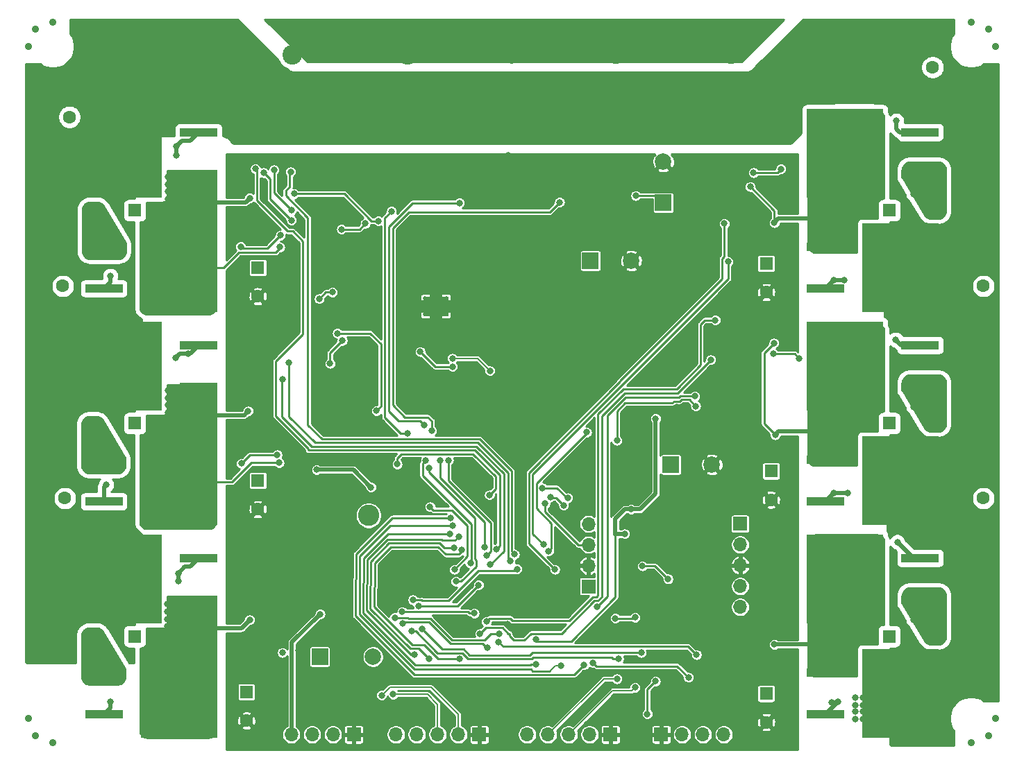
<source format=gbr>
%TF.GenerationSoftware,KiCad,Pcbnew,(5.1.9)-1*%
%TF.CreationDate,2021-03-10T13:59:59+01:00*%
%TF.ProjectId,Bobbycontroller,426f6262-7963-46f6-9e74-726f6c6c6572,rev?*%
%TF.SameCoordinates,Original*%
%TF.FileFunction,Copper,L2,Bot*%
%TF.FilePolarity,Positive*%
%FSLAX46Y46*%
G04 Gerber Fmt 4.6, Leading zero omitted, Abs format (unit mm)*
G04 Created by KiCad (PCBNEW (5.1.9)-1) date 2021-03-10 13:59:59*
%MOMM*%
%LPD*%
G01*
G04 APERTURE LIST*
%TA.AperFunction,ComponentPad*%
%ADD10O,1.700000X1.700000*%
%TD*%
%TA.AperFunction,ComponentPad*%
%ADD11R,1.700000X1.700000*%
%TD*%
%TA.AperFunction,ComponentPad*%
%ADD12C,1.600000*%
%TD*%
%TA.AperFunction,ComponentPad*%
%ADD13C,2.600000*%
%TD*%
%TA.AperFunction,ComponentPad*%
%ADD14C,5.400000*%
%TD*%
%TA.AperFunction,ComponentPad*%
%ADD15C,0.900000*%
%TD*%
%TA.AperFunction,ComponentPad*%
%ADD16C,2.000000*%
%TD*%
%TA.AperFunction,ComponentPad*%
%ADD17R,2.000000X2.000000*%
%TD*%
%TA.AperFunction,SMDPad,CuDef*%
%ADD18R,9.400000X10.800000*%
%TD*%
%TA.AperFunction,SMDPad,CuDef*%
%ADD19R,4.600000X1.100000*%
%TD*%
%TA.AperFunction,ComponentPad*%
%ADD20C,4.000000*%
%TD*%
%TA.AperFunction,ComponentPad*%
%ADD21R,1.600000X1.600000*%
%TD*%
%TA.AperFunction,ComponentPad*%
%ADD22C,2.400000*%
%TD*%
%TA.AperFunction,ComponentPad*%
%ADD23R,2.400000X2.400000*%
%TD*%
%TA.AperFunction,ComponentPad*%
%ADD24C,0.500000*%
%TD*%
%TA.AperFunction,SMDPad,CuDef*%
%ADD25R,3.100000X2.410000*%
%TD*%
%TA.AperFunction,ViaPad*%
%ADD26C,0.800000*%
%TD*%
%TA.AperFunction,Conductor*%
%ADD27C,0.500000*%
%TD*%
%TA.AperFunction,Conductor*%
%ADD28C,1.500000*%
%TD*%
%TA.AperFunction,Conductor*%
%ADD29C,1.000000*%
%TD*%
%TA.AperFunction,Conductor*%
%ADD30C,0.250000*%
%TD*%
%TA.AperFunction,Conductor*%
%ADD31C,0.200000*%
%TD*%
%TA.AperFunction,Conductor*%
%ADD32C,0.254000*%
%TD*%
%TA.AperFunction,Conductor*%
%ADD33C,0.100000*%
%TD*%
G04 APERTURE END LIST*
D10*
%TO.P,J9,4*%
%TO.N,Net-(D0AL3-Pad1)*%
X95820000Y-98000000D03*
%TO.P,J9,3*%
%TO.N,Net-(J9-Pad3)*%
X93280000Y-98000000D03*
%TO.P,J9,2*%
%TO.N,Net-(J9-Pad2)*%
X90740000Y-98000000D03*
D11*
%TO.P,J9,1*%
%TO.N,GND*%
X88200000Y-98000000D03*
%TD*%
D12*
%TO.P,RV3,2*%
%TO.N,L_MTR_SHUNT*%
X121301028Y-16531209D03*
%TO.P,RV3,1*%
%TO.N,+BATT*%
X123554972Y-24108791D03*
%TD*%
%TO.P,RV4,2*%
%TO.N,R_MTR_SHUNT*%
X16022466Y-22595767D03*
%TO.P,RV4,1*%
%TO.N,+BATT*%
X23093534Y-19060233D03*
%TD*%
D13*
%TO.P,J17,1*%
%TO.N,Net-(J17-Pad1)*%
X52500000Y-71250000D03*
%TD*%
D12*
%TO.P,RV1,2*%
%TO.N,L_MTR_SHUNT*%
X127488000Y-43240000D03*
%TO.P,RV1,1*%
%TO.N,+BATT*%
X124988000Y-50740000D03*
%TD*%
%TO.P,RV2,2*%
%TO.N,L_MTR_SHUNT*%
X127488000Y-69148000D03*
%TO.P,RV2,1*%
%TO.N,+BATT*%
X124988000Y-76648000D03*
%TD*%
%TO.P,RV5,2*%
%TO.N,R_MTR_SHUNT*%
X15474000Y-69148000D03*
%TO.P,RV5,1*%
%TO.N,+BATT*%
X12974000Y-76648000D03*
%TD*%
%TO.P,RV6,2*%
%TO.N,R_MTR_SHUNT*%
X15220000Y-43240000D03*
%TO.P,RV6,1*%
%TO.N,+BATT*%
X12720000Y-50740000D03*
%TD*%
%TO.P,C69,2*%
%TO.N,R_MTR_SHUNT*%
%TA.AperFunction,SMDPad,CuDef*%
G36*
G01*
X17975000Y-37125000D02*
X17975000Y-35875000D01*
G75*
G02*
X18225000Y-35625000I250000J0D01*
G01*
X18975000Y-35625000D01*
G75*
G02*
X19225000Y-35875000I0J-250000D01*
G01*
X19225000Y-37125000D01*
G75*
G02*
X18975000Y-37375000I-250000J0D01*
G01*
X18225000Y-37375000D01*
G75*
G02*
X17975000Y-37125000I0J250000D01*
G01*
G37*
%TD.AperFunction*%
%TO.P,C69,1*%
%TO.N,+BATT*%
%TA.AperFunction,SMDPad,CuDef*%
G36*
G01*
X15175000Y-37125000D02*
X15175000Y-35875000D01*
G75*
G02*
X15425000Y-35625000I250000J0D01*
G01*
X16175000Y-35625000D01*
G75*
G02*
X16425000Y-35875000I0J-250000D01*
G01*
X16425000Y-37125000D01*
G75*
G02*
X16175000Y-37375000I-250000J0D01*
G01*
X15425000Y-37375000D01*
G75*
G02*
X15175000Y-37125000I0J250000D01*
G01*
G37*
%TD.AperFunction*%
%TD*%
%TO.P,C68,2*%
%TO.N,R_MTR_SHUNT*%
%TA.AperFunction,SMDPad,CuDef*%
G36*
G01*
X17875000Y-89025000D02*
X17875000Y-87775000D01*
G75*
G02*
X18125000Y-87525000I250000J0D01*
G01*
X18875000Y-87525000D01*
G75*
G02*
X19125000Y-87775000I0J-250000D01*
G01*
X19125000Y-89025000D01*
G75*
G02*
X18875000Y-89275000I-250000J0D01*
G01*
X18125000Y-89275000D01*
G75*
G02*
X17875000Y-89025000I0J250000D01*
G01*
G37*
%TD.AperFunction*%
%TO.P,C68,1*%
%TO.N,+BATT*%
%TA.AperFunction,SMDPad,CuDef*%
G36*
G01*
X15075000Y-89025000D02*
X15075000Y-87775000D01*
G75*
G02*
X15325000Y-87525000I250000J0D01*
G01*
X16075000Y-87525000D01*
G75*
G02*
X16325000Y-87775000I0J-250000D01*
G01*
X16325000Y-89025000D01*
G75*
G02*
X16075000Y-89275000I-250000J0D01*
G01*
X15325000Y-89275000D01*
G75*
G02*
X15075000Y-89025000I0J250000D01*
G01*
G37*
%TD.AperFunction*%
%TD*%
%TO.P,C67,2*%
%TO.N,R_MTR_SHUNT*%
%TA.AperFunction,SMDPad,CuDef*%
G36*
G01*
X17975000Y-63225000D02*
X17975000Y-61975000D01*
G75*
G02*
X18225000Y-61725000I250000J0D01*
G01*
X18975000Y-61725000D01*
G75*
G02*
X19225000Y-61975000I0J-250000D01*
G01*
X19225000Y-63225000D01*
G75*
G02*
X18975000Y-63475000I-250000J0D01*
G01*
X18225000Y-63475000D01*
G75*
G02*
X17975000Y-63225000I0J250000D01*
G01*
G37*
%TD.AperFunction*%
%TO.P,C67,1*%
%TO.N,+BATT*%
%TA.AperFunction,SMDPad,CuDef*%
G36*
G01*
X15175000Y-63225000D02*
X15175000Y-61975000D01*
G75*
G02*
X15425000Y-61725000I250000J0D01*
G01*
X16175000Y-61725000D01*
G75*
G02*
X16425000Y-61975000I0J-250000D01*
G01*
X16425000Y-63225000D01*
G75*
G02*
X16175000Y-63475000I-250000J0D01*
G01*
X15425000Y-63475000D01*
G75*
G02*
X15175000Y-63225000I0J250000D01*
G01*
G37*
%TD.AperFunction*%
%TD*%
%TO.P,C66,2*%
%TO.N,L_MTR_SHUNT*%
%TA.AperFunction,SMDPad,CuDef*%
G36*
G01*
X122525000Y-56875000D02*
X122525000Y-58125000D01*
G75*
G02*
X122275000Y-58375000I-250000J0D01*
G01*
X121525000Y-58375000D01*
G75*
G02*
X121275000Y-58125000I0J250000D01*
G01*
X121275000Y-56875000D01*
G75*
G02*
X121525000Y-56625000I250000J0D01*
G01*
X122275000Y-56625000D01*
G75*
G02*
X122525000Y-56875000I0J-250000D01*
G01*
G37*
%TD.AperFunction*%
%TO.P,C66,1*%
%TO.N,+BATT*%
%TA.AperFunction,SMDPad,CuDef*%
G36*
G01*
X125325000Y-56875000D02*
X125325000Y-58125000D01*
G75*
G02*
X125075000Y-58375000I-250000J0D01*
G01*
X124325000Y-58375000D01*
G75*
G02*
X124075000Y-58125000I0J250000D01*
G01*
X124075000Y-56875000D01*
G75*
G02*
X124325000Y-56625000I250000J0D01*
G01*
X125075000Y-56625000D01*
G75*
G02*
X125325000Y-56875000I0J-250000D01*
G01*
G37*
%TD.AperFunction*%
%TD*%
%TO.P,C65,2*%
%TO.N,L_MTR_SHUNT*%
%TA.AperFunction,SMDPad,CuDef*%
G36*
G01*
X122525000Y-82875000D02*
X122525000Y-84125000D01*
G75*
G02*
X122275000Y-84375000I-250000J0D01*
G01*
X121525000Y-84375000D01*
G75*
G02*
X121275000Y-84125000I0J250000D01*
G01*
X121275000Y-82875000D01*
G75*
G02*
X121525000Y-82625000I250000J0D01*
G01*
X122275000Y-82625000D01*
G75*
G02*
X122525000Y-82875000I0J-250000D01*
G01*
G37*
%TD.AperFunction*%
%TO.P,C65,1*%
%TO.N,+BATT*%
%TA.AperFunction,SMDPad,CuDef*%
G36*
G01*
X125325000Y-82875000D02*
X125325000Y-84125000D01*
G75*
G02*
X125075000Y-84375000I-250000J0D01*
G01*
X124325000Y-84375000D01*
G75*
G02*
X124075000Y-84125000I0J250000D01*
G01*
X124075000Y-82875000D01*
G75*
G02*
X124325000Y-82625000I250000J0D01*
G01*
X125075000Y-82625000D01*
G75*
G02*
X125325000Y-82875000I0J-250000D01*
G01*
G37*
%TD.AperFunction*%
%TD*%
%TO.P,C64,2*%
%TO.N,L_MTR_SHUNT*%
%TA.AperFunction,SMDPad,CuDef*%
G36*
G01*
X122525000Y-30875000D02*
X122525000Y-32125000D01*
G75*
G02*
X122275000Y-32375000I-250000J0D01*
G01*
X121525000Y-32375000D01*
G75*
G02*
X121275000Y-32125000I0J250000D01*
G01*
X121275000Y-30875000D01*
G75*
G02*
X121525000Y-30625000I250000J0D01*
G01*
X122275000Y-30625000D01*
G75*
G02*
X122525000Y-30875000I0J-250000D01*
G01*
G37*
%TD.AperFunction*%
%TO.P,C64,1*%
%TO.N,+BATT*%
%TA.AperFunction,SMDPad,CuDef*%
G36*
G01*
X125325000Y-30875000D02*
X125325000Y-32125000D01*
G75*
G02*
X125075000Y-32375000I-250000J0D01*
G01*
X124325000Y-32375000D01*
G75*
G02*
X124075000Y-32125000I0J250000D01*
G01*
X124075000Y-30875000D01*
G75*
G02*
X124325000Y-30625000I250000J0D01*
G01*
X125075000Y-30625000D01*
G75*
G02*
X125325000Y-30875000I0J-250000D01*
G01*
G37*
%TD.AperFunction*%
%TD*%
%TO.P,C59,2*%
%TO.N,-BATT*%
%TA.AperFunction,SMDPad,CuDef*%
G36*
G01*
X60955000Y-15805000D02*
X59705000Y-15805000D01*
G75*
G02*
X59455000Y-15555000I0J250000D01*
G01*
X59455000Y-14805000D01*
G75*
G02*
X59705000Y-14555000I250000J0D01*
G01*
X60955000Y-14555000D01*
G75*
G02*
X61205000Y-14805000I0J-250000D01*
G01*
X61205000Y-15555000D01*
G75*
G02*
X60955000Y-15805000I-250000J0D01*
G01*
G37*
%TD.AperFunction*%
%TO.P,C59,1*%
%TO.N,+BATT*%
%TA.AperFunction,SMDPad,CuDef*%
G36*
G01*
X60955000Y-18605000D02*
X59705000Y-18605000D01*
G75*
G02*
X59455000Y-18355000I0J250000D01*
G01*
X59455000Y-17605000D01*
G75*
G02*
X59705000Y-17355000I250000J0D01*
G01*
X60955000Y-17355000D01*
G75*
G02*
X61205000Y-17605000I0J-250000D01*
G01*
X61205000Y-18355000D01*
G75*
G02*
X60955000Y-18605000I-250000J0D01*
G01*
G37*
%TD.AperFunction*%
%TD*%
%TO.P,C58,2*%
%TO.N,-BATT*%
%TA.AperFunction,SMDPad,CuDef*%
G36*
G01*
X77925000Y-15725000D02*
X76675000Y-15725000D01*
G75*
G02*
X76425000Y-15475000I0J250000D01*
G01*
X76425000Y-14725000D01*
G75*
G02*
X76675000Y-14475000I250000J0D01*
G01*
X77925000Y-14475000D01*
G75*
G02*
X78175000Y-14725000I0J-250000D01*
G01*
X78175000Y-15475000D01*
G75*
G02*
X77925000Y-15725000I-250000J0D01*
G01*
G37*
%TD.AperFunction*%
%TO.P,C58,1*%
%TO.N,+BATT*%
%TA.AperFunction,SMDPad,CuDef*%
G36*
G01*
X77925000Y-18525000D02*
X76675000Y-18525000D01*
G75*
G02*
X76425000Y-18275000I0J250000D01*
G01*
X76425000Y-17525000D01*
G75*
G02*
X76675000Y-17275000I250000J0D01*
G01*
X77925000Y-17275000D01*
G75*
G02*
X78175000Y-17525000I0J-250000D01*
G01*
X78175000Y-18275000D01*
G75*
G02*
X77925000Y-18525000I-250000J0D01*
G01*
G37*
%TD.AperFunction*%
%TD*%
%TO.P,C57,2*%
%TO.N,-BATT*%
%TA.AperFunction,SMDPad,CuDef*%
G36*
G01*
X63225000Y-15805000D02*
X61975000Y-15805000D01*
G75*
G02*
X61725000Y-15555000I0J250000D01*
G01*
X61725000Y-14805000D01*
G75*
G02*
X61975000Y-14555000I250000J0D01*
G01*
X63225000Y-14555000D01*
G75*
G02*
X63475000Y-14805000I0J-250000D01*
G01*
X63475000Y-15555000D01*
G75*
G02*
X63225000Y-15805000I-250000J0D01*
G01*
G37*
%TD.AperFunction*%
%TO.P,C57,1*%
%TO.N,+BATT*%
%TA.AperFunction,SMDPad,CuDef*%
G36*
G01*
X63225000Y-18605000D02*
X61975000Y-18605000D01*
G75*
G02*
X61725000Y-18355000I0J250000D01*
G01*
X61725000Y-17605000D01*
G75*
G02*
X61975000Y-17355000I250000J0D01*
G01*
X63225000Y-17355000D01*
G75*
G02*
X63475000Y-17605000I0J-250000D01*
G01*
X63475000Y-18355000D01*
G75*
G02*
X63225000Y-18605000I-250000J0D01*
G01*
G37*
%TD.AperFunction*%
%TD*%
%TO.P,C56,2*%
%TO.N,-BATT*%
%TA.AperFunction,SMDPad,CuDef*%
G36*
G01*
X47325000Y-15725000D02*
X46075000Y-15725000D01*
G75*
G02*
X45825000Y-15475000I0J250000D01*
G01*
X45825000Y-14725000D01*
G75*
G02*
X46075000Y-14475000I250000J0D01*
G01*
X47325000Y-14475000D01*
G75*
G02*
X47575000Y-14725000I0J-250000D01*
G01*
X47575000Y-15475000D01*
G75*
G02*
X47325000Y-15725000I-250000J0D01*
G01*
G37*
%TD.AperFunction*%
%TO.P,C56,1*%
%TO.N,+BATT*%
%TA.AperFunction,SMDPad,CuDef*%
G36*
G01*
X47325000Y-18525000D02*
X46075000Y-18525000D01*
G75*
G02*
X45825000Y-18275000I0J250000D01*
G01*
X45825000Y-17525000D01*
G75*
G02*
X46075000Y-17275000I250000J0D01*
G01*
X47325000Y-17275000D01*
G75*
G02*
X47575000Y-17525000I0J-250000D01*
G01*
X47575000Y-18275000D01*
G75*
G02*
X47325000Y-18525000I-250000J0D01*
G01*
G37*
%TD.AperFunction*%
%TD*%
%TO.P,C55,2*%
%TO.N,-BATT*%
%TA.AperFunction,SMDPad,CuDef*%
G36*
G01*
X80225000Y-15725000D02*
X78975000Y-15725000D01*
G75*
G02*
X78725000Y-15475000I0J250000D01*
G01*
X78725000Y-14725000D01*
G75*
G02*
X78975000Y-14475000I250000J0D01*
G01*
X80225000Y-14475000D01*
G75*
G02*
X80475000Y-14725000I0J-250000D01*
G01*
X80475000Y-15475000D01*
G75*
G02*
X80225000Y-15725000I-250000J0D01*
G01*
G37*
%TD.AperFunction*%
%TO.P,C55,1*%
%TO.N,+BATT*%
%TA.AperFunction,SMDPad,CuDef*%
G36*
G01*
X80225000Y-18525000D02*
X78975000Y-18525000D01*
G75*
G02*
X78725000Y-18275000I0J250000D01*
G01*
X78725000Y-17525000D01*
G75*
G02*
X78975000Y-17275000I250000J0D01*
G01*
X80225000Y-17275000D01*
G75*
G02*
X80475000Y-17525000I0J-250000D01*
G01*
X80475000Y-18275000D01*
G75*
G02*
X80225000Y-18525000I-250000J0D01*
G01*
G37*
%TD.AperFunction*%
%TD*%
%TO.P,C54,2*%
%TO.N,-BATT*%
%TA.AperFunction,SMDPad,CuDef*%
G36*
G01*
X65525000Y-15805000D02*
X64275000Y-15805000D01*
G75*
G02*
X64025000Y-15555000I0J250000D01*
G01*
X64025000Y-14805000D01*
G75*
G02*
X64275000Y-14555000I250000J0D01*
G01*
X65525000Y-14555000D01*
G75*
G02*
X65775000Y-14805000I0J-250000D01*
G01*
X65775000Y-15555000D01*
G75*
G02*
X65525000Y-15805000I-250000J0D01*
G01*
G37*
%TD.AperFunction*%
%TO.P,C54,1*%
%TO.N,+BATT*%
%TA.AperFunction,SMDPad,CuDef*%
G36*
G01*
X65525000Y-18605000D02*
X64275000Y-18605000D01*
G75*
G02*
X64025000Y-18355000I0J250000D01*
G01*
X64025000Y-17605000D01*
G75*
G02*
X64275000Y-17355000I250000J0D01*
G01*
X65525000Y-17355000D01*
G75*
G02*
X65775000Y-17605000I0J-250000D01*
G01*
X65775000Y-18355000D01*
G75*
G02*
X65525000Y-18605000I-250000J0D01*
G01*
G37*
%TD.AperFunction*%
%TD*%
%TO.P,C53,2*%
%TO.N,-BATT*%
%TA.AperFunction,SMDPad,CuDef*%
G36*
G01*
X49625000Y-15715000D02*
X48375000Y-15715000D01*
G75*
G02*
X48125000Y-15465000I0J250000D01*
G01*
X48125000Y-14715000D01*
G75*
G02*
X48375000Y-14465000I250000J0D01*
G01*
X49625000Y-14465000D01*
G75*
G02*
X49875000Y-14715000I0J-250000D01*
G01*
X49875000Y-15465000D01*
G75*
G02*
X49625000Y-15715000I-250000J0D01*
G01*
G37*
%TD.AperFunction*%
%TO.P,C53,1*%
%TO.N,+BATT*%
%TA.AperFunction,SMDPad,CuDef*%
G36*
G01*
X49625000Y-18515000D02*
X48375000Y-18515000D01*
G75*
G02*
X48125000Y-18265000I0J250000D01*
G01*
X48125000Y-17515000D01*
G75*
G02*
X48375000Y-17265000I250000J0D01*
G01*
X49625000Y-17265000D01*
G75*
G02*
X49875000Y-17515000I0J-250000D01*
G01*
X49875000Y-18265000D01*
G75*
G02*
X49625000Y-18515000I-250000J0D01*
G01*
G37*
%TD.AperFunction*%
%TD*%
%TO.P,C52,2*%
%TO.N,-BATT*%
%TA.AperFunction,SMDPad,CuDef*%
G36*
G01*
X87225000Y-15725000D02*
X85975000Y-15725000D01*
G75*
G02*
X85725000Y-15475000I0J250000D01*
G01*
X85725000Y-14725000D01*
G75*
G02*
X85975000Y-14475000I250000J0D01*
G01*
X87225000Y-14475000D01*
G75*
G02*
X87475000Y-14725000I0J-250000D01*
G01*
X87475000Y-15475000D01*
G75*
G02*
X87225000Y-15725000I-250000J0D01*
G01*
G37*
%TD.AperFunction*%
%TO.P,C52,1*%
%TO.N,+BATT*%
%TA.AperFunction,SMDPad,CuDef*%
G36*
G01*
X87225000Y-18525000D02*
X85975000Y-18525000D01*
G75*
G02*
X85725000Y-18275000I0J250000D01*
G01*
X85725000Y-17525000D01*
G75*
G02*
X85975000Y-17275000I250000J0D01*
G01*
X87225000Y-17275000D01*
G75*
G02*
X87475000Y-17525000I0J-250000D01*
G01*
X87475000Y-18275000D01*
G75*
G02*
X87225000Y-18525000I-250000J0D01*
G01*
G37*
%TD.AperFunction*%
%TD*%
%TO.P,C51,2*%
%TO.N,-BATT*%
%TA.AperFunction,SMDPad,CuDef*%
G36*
G01*
X75625000Y-15725000D02*
X74375000Y-15725000D01*
G75*
G02*
X74125000Y-15475000I0J250000D01*
G01*
X74125000Y-14725000D01*
G75*
G02*
X74375000Y-14475000I250000J0D01*
G01*
X75625000Y-14475000D01*
G75*
G02*
X75875000Y-14725000I0J-250000D01*
G01*
X75875000Y-15475000D01*
G75*
G02*
X75625000Y-15725000I-250000J0D01*
G01*
G37*
%TD.AperFunction*%
%TO.P,C51,1*%
%TO.N,+BATT*%
%TA.AperFunction,SMDPad,CuDef*%
G36*
G01*
X75625000Y-18525000D02*
X74375000Y-18525000D01*
G75*
G02*
X74125000Y-18275000I0J250000D01*
G01*
X74125000Y-17525000D01*
G75*
G02*
X74375000Y-17275000I250000J0D01*
G01*
X75625000Y-17275000D01*
G75*
G02*
X75875000Y-17525000I0J-250000D01*
G01*
X75875000Y-18275000D01*
G75*
G02*
X75625000Y-18525000I-250000J0D01*
G01*
G37*
%TD.AperFunction*%
%TD*%
%TO.P,C50,2*%
%TO.N,-BATT*%
%TA.AperFunction,SMDPad,CuDef*%
G36*
G01*
X51925000Y-15715000D02*
X50675000Y-15715000D01*
G75*
G02*
X50425000Y-15465000I0J250000D01*
G01*
X50425000Y-14715000D01*
G75*
G02*
X50675000Y-14465000I250000J0D01*
G01*
X51925000Y-14465000D01*
G75*
G02*
X52175000Y-14715000I0J-250000D01*
G01*
X52175000Y-15465000D01*
G75*
G02*
X51925000Y-15715000I-250000J0D01*
G01*
G37*
%TD.AperFunction*%
%TO.P,C50,1*%
%TO.N,+BATT*%
%TA.AperFunction,SMDPad,CuDef*%
G36*
G01*
X51925000Y-18515000D02*
X50675000Y-18515000D01*
G75*
G02*
X50425000Y-18265000I0J250000D01*
G01*
X50425000Y-17515000D01*
G75*
G02*
X50675000Y-17265000I250000J0D01*
G01*
X51925000Y-17265000D01*
G75*
G02*
X52175000Y-17515000I0J-250000D01*
G01*
X52175000Y-18265000D01*
G75*
G02*
X51925000Y-18515000I-250000J0D01*
G01*
G37*
%TD.AperFunction*%
%TD*%
%TO.P,C49,2*%
%TO.N,-BATT*%
%TA.AperFunction,SMDPad,CuDef*%
G36*
G01*
X89445000Y-15725000D02*
X88195000Y-15725000D01*
G75*
G02*
X87945000Y-15475000I0J250000D01*
G01*
X87945000Y-14725000D01*
G75*
G02*
X88195000Y-14475000I250000J0D01*
G01*
X89445000Y-14475000D01*
G75*
G02*
X89695000Y-14725000I0J-250000D01*
G01*
X89695000Y-15475000D01*
G75*
G02*
X89445000Y-15725000I-250000J0D01*
G01*
G37*
%TD.AperFunction*%
%TO.P,C49,1*%
%TO.N,+BATT*%
%TA.AperFunction,SMDPad,CuDef*%
G36*
G01*
X89445000Y-18525000D02*
X88195000Y-18525000D01*
G75*
G02*
X87945000Y-18275000I0J250000D01*
G01*
X87945000Y-17525000D01*
G75*
G02*
X88195000Y-17275000I250000J0D01*
G01*
X89445000Y-17275000D01*
G75*
G02*
X89695000Y-17525000I0J-250000D01*
G01*
X89695000Y-18275000D01*
G75*
G02*
X89445000Y-18525000I-250000J0D01*
G01*
G37*
%TD.AperFunction*%
%TD*%
%TO.P,C48,2*%
%TO.N,-BATT*%
%TA.AperFunction,SMDPad,CuDef*%
G36*
G01*
X54225000Y-15725000D02*
X52975000Y-15725000D01*
G75*
G02*
X52725000Y-15475000I0J250000D01*
G01*
X52725000Y-14725000D01*
G75*
G02*
X52975000Y-14475000I250000J0D01*
G01*
X54225000Y-14475000D01*
G75*
G02*
X54475000Y-14725000I0J-250000D01*
G01*
X54475000Y-15475000D01*
G75*
G02*
X54225000Y-15725000I-250000J0D01*
G01*
G37*
%TD.AperFunction*%
%TO.P,C48,1*%
%TO.N,+BATT*%
%TA.AperFunction,SMDPad,CuDef*%
G36*
G01*
X54225000Y-18525000D02*
X52975000Y-18525000D01*
G75*
G02*
X52725000Y-18275000I0J250000D01*
G01*
X52725000Y-17525000D01*
G75*
G02*
X52975000Y-17275000I250000J0D01*
G01*
X54225000Y-17275000D01*
G75*
G02*
X54475000Y-17525000I0J-250000D01*
G01*
X54475000Y-18275000D01*
G75*
G02*
X54225000Y-18525000I-250000J0D01*
G01*
G37*
%TD.AperFunction*%
%TD*%
%TO.P,C47,2*%
%TO.N,-BATT*%
%TA.AperFunction,SMDPad,CuDef*%
G36*
G01*
X91725000Y-15725000D02*
X90475000Y-15725000D01*
G75*
G02*
X90225000Y-15475000I0J250000D01*
G01*
X90225000Y-14725000D01*
G75*
G02*
X90475000Y-14475000I250000J0D01*
G01*
X91725000Y-14475000D01*
G75*
G02*
X91975000Y-14725000I0J-250000D01*
G01*
X91975000Y-15475000D01*
G75*
G02*
X91725000Y-15725000I-250000J0D01*
G01*
G37*
%TD.AperFunction*%
%TO.P,C47,1*%
%TO.N,+BATT*%
%TA.AperFunction,SMDPad,CuDef*%
G36*
G01*
X91725000Y-18525000D02*
X90475000Y-18525000D01*
G75*
G02*
X90225000Y-18275000I0J250000D01*
G01*
X90225000Y-17525000D01*
G75*
G02*
X90475000Y-17275000I250000J0D01*
G01*
X91725000Y-17275000D01*
G75*
G02*
X91975000Y-17525000I0J-250000D01*
G01*
X91975000Y-18275000D01*
G75*
G02*
X91725000Y-18525000I-250000J0D01*
G01*
G37*
%TD.AperFunction*%
%TD*%
%TO.P,C46,2*%
%TO.N,-BATT*%
%TA.AperFunction,SMDPad,CuDef*%
G36*
G01*
X94025000Y-15725000D02*
X92775000Y-15725000D01*
G75*
G02*
X92525000Y-15475000I0J250000D01*
G01*
X92525000Y-14725000D01*
G75*
G02*
X92775000Y-14475000I250000J0D01*
G01*
X94025000Y-14475000D01*
G75*
G02*
X94275000Y-14725000I0J-250000D01*
G01*
X94275000Y-15475000D01*
G75*
G02*
X94025000Y-15725000I-250000J0D01*
G01*
G37*
%TD.AperFunction*%
%TO.P,C46,1*%
%TO.N,+BATT*%
%TA.AperFunction,SMDPad,CuDef*%
G36*
G01*
X94025000Y-18525000D02*
X92775000Y-18525000D01*
G75*
G02*
X92525000Y-18275000I0J250000D01*
G01*
X92525000Y-17525000D01*
G75*
G02*
X92775000Y-17275000I250000J0D01*
G01*
X94025000Y-17275000D01*
G75*
G02*
X94275000Y-17525000I0J-250000D01*
G01*
X94275000Y-18275000D01*
G75*
G02*
X94025000Y-18525000I-250000J0D01*
G01*
G37*
%TD.AperFunction*%
%TD*%
D14*
%TO.P,J16,1*%
%TO.N,+BATT*%
X70000000Y-22000000D03*
%TD*%
%TO.P,J15,1*%
%TO.N,-BATT*%
X70000000Y-13400000D03*
%TD*%
D15*
%TO.P,J14,1*%
%TO.N,N/C*%
X11878680Y-98121320D03*
X14000000Y-99000000D03*
X11000000Y-96000000D03*
%TD*%
%TO.P,J13,1*%
%TO.N,N/C*%
X128121320Y-98121320D03*
X129000000Y-96000000D03*
X126000000Y-99000000D03*
%TD*%
%TO.P,J12,1*%
%TO.N,N/C*%
X128121320Y-11878680D03*
X126000000Y-11000000D03*
X129000000Y-14000000D03*
%TD*%
%TO.P,J11,1*%
%TO.N,N/C*%
X14000000Y-11000000D03*
X11000000Y-14000000D03*
X11878680Y-11878680D03*
%TD*%
D10*
%TO.P,J4,4*%
%TO.N,+3V3*%
X79320000Y-72290000D03*
%TO.P,J4,3*%
%TO.N,/CONNECTORS/MCU_SWCLK*%
X79320000Y-74830000D03*
%TO.P,J4,2*%
%TO.N,GND*%
X79320000Y-77370000D03*
D11*
%TO.P,J4,1*%
%TO.N,/CONNECTORS/MCU_SWDIO*%
X79320000Y-79910000D03*
%TD*%
D10*
%TO.P,J8,5*%
%TO.N,Net-(C41-Pad1)*%
X97830000Y-82430000D03*
%TO.P,J8,4*%
%TO.N,Net-(C42-Pad1)*%
X97830000Y-79890000D03*
%TO.P,J8,3*%
%TO.N,GND*%
X97830000Y-77350000D03*
%TO.P,J8,2*%
%TO.N,/CAN/CANL*%
X97830000Y-74810000D03*
D11*
%TO.P,J8,1*%
%TO.N,/CAN/CANH*%
X97830000Y-72270000D03*
%TD*%
D10*
%TO.P,HALL_L1,5*%
%TO.N,/CONNECTORS/Hall_VCC*%
X71840000Y-98000000D03*
%TO.P,HALL_L1,4*%
%TO.N,/CONNECTORS/Hall_L_3*%
X74380000Y-98000000D03*
%TO.P,HALL_L1,3*%
%TO.N,/CONNECTORS/Hall_L_2*%
X76920000Y-98000000D03*
%TO.P,HALL_L1,2*%
%TO.N,/CONNECTORS/Hall_L_1*%
X79460000Y-98000000D03*
D11*
%TO.P,HALL_L1,1*%
%TO.N,GND*%
X82000000Y-98000000D03*
%TD*%
D10*
%TO.P,J10,4*%
%TO.N,Net-(D0AL4-Pad1)*%
X43080000Y-98000000D03*
%TO.P,J10,3*%
%TO.N,Net-(J10-Pad3)*%
X45620000Y-98000000D03*
%TO.P,J10,2*%
%TO.N,Net-(J10-Pad2)*%
X48160000Y-98000000D03*
D11*
%TO.P,J10,1*%
%TO.N,GND*%
X50700000Y-98000000D03*
%TD*%
D10*
%TO.P,HALL_R1,5*%
%TO.N,/CONNECTORS/Hall_VCC_2*%
X55840000Y-98000000D03*
%TO.P,HALL_R1,4*%
%TO.N,/CONNECTORS/Hall_R_1*%
X58380000Y-98000000D03*
%TO.P,HALL_R1,3*%
%TO.N,/CONNECTORS/Hall_R_2*%
X60920000Y-98000000D03*
%TO.P,HALL_R1,2*%
%TO.N,/CONNECTORS/Hall_R_3*%
X63460000Y-98000000D03*
D11*
%TO.P,HALL_R1,1*%
%TO.N,GND*%
X66000000Y-98000000D03*
%TD*%
D16*
%TO.P,LS1,2*%
%TO.N,Net-(D1AR1-Pad2)*%
X53050000Y-88500000D03*
D17*
%TO.P,LS1,1*%
%TO.N,+VSW*%
X46550000Y-88500000D03*
%TD*%
D18*
%TO.P,V11,2*%
%TO.N,R_MTR_PHC*%
X29375000Y-41000000D03*
D19*
%TO.P,V11,3*%
%TO.N,R_MTR_SHUNT*%
X20225000Y-38460000D03*
%TO.P,V11,1*%
%TO.N,Net-(R34-Pad1)*%
X20225000Y-43540000D03*
%TD*%
D18*
%TO.P,V10,2*%
%TO.N,+BATT*%
X22625000Y-27000000D03*
D19*
%TO.P,V10,3*%
%TO.N,R_MTR_PHC*%
X31775000Y-29540000D03*
%TO.P,V10,1*%
%TO.N,Net-(R33-Pad1)*%
X31775000Y-24460000D03*
%TD*%
D18*
%TO.P,V9,2*%
%TO.N,R_MTR_PHB*%
X29375000Y-67000000D03*
D19*
%TO.P,V9,3*%
%TO.N,R_MTR_SHUNT*%
X20225000Y-64460000D03*
%TO.P,V9,1*%
%TO.N,Net-(R32-Pad1)*%
X20225000Y-69540000D03*
%TD*%
D18*
%TO.P,V8,2*%
%TO.N,+BATT*%
X22625000Y-53000000D03*
D19*
%TO.P,V8,3*%
%TO.N,R_MTR_PHB*%
X31775000Y-55540000D03*
%TO.P,V8,1*%
%TO.N,Net-(R28-Pad1)*%
X31775000Y-50460000D03*
%TD*%
D18*
%TO.P,V7,2*%
%TO.N,/R_MTR_PHA*%
X29375000Y-93000000D03*
D19*
%TO.P,V7,3*%
%TO.N,R_MTR_SHUNT*%
X20225000Y-90460000D03*
%TO.P,V7,1*%
%TO.N,Net-(R21-Pad1)*%
X20225000Y-95540000D03*
%TD*%
D18*
%TO.P,V6,2*%
%TO.N,+BATT*%
X22625000Y-79000000D03*
D19*
%TO.P,V6,3*%
%TO.N,/R_MTR_PHA*%
X31775000Y-81540000D03*
%TO.P,V6,1*%
%TO.N,Net-(R18-Pad1)*%
X31775000Y-76460000D03*
%TD*%
D18*
%TO.P,V5,2*%
%TO.N,L_MTR_PHC*%
X110625000Y-27000000D03*
D19*
%TO.P,V5,3*%
%TO.N,L_MTR_SHUNT*%
X119775000Y-29540000D03*
%TO.P,V5,1*%
%TO.N,Net-(R17-Pad1)*%
X119775000Y-24460000D03*
%TD*%
D18*
%TO.P,V4,2*%
%TO.N,+BATT*%
X117375000Y-41000000D03*
D19*
%TO.P,V4,3*%
%TO.N,L_MTR_PHC*%
X108225000Y-38460000D03*
%TO.P,V4,1*%
%TO.N,Net-(R16-Pad1)*%
X108225000Y-43540000D03*
%TD*%
D18*
%TO.P,V3,2*%
%TO.N,L_MTR_PHB*%
X110625000Y-53000000D03*
D19*
%TO.P,V3,3*%
%TO.N,L_MTR_SHUNT*%
X119775000Y-55540000D03*
%TO.P,V3,1*%
%TO.N,Net-(R15-Pad1)*%
X119775000Y-50460000D03*
%TD*%
D18*
%TO.P,V2,2*%
%TO.N,+BATT*%
X117375000Y-67000000D03*
D19*
%TO.P,V2,3*%
%TO.N,L_MTR_PHB*%
X108225000Y-64460000D03*
%TO.P,V2,1*%
%TO.N,Net-(R14-Pad1)*%
X108225000Y-69540000D03*
%TD*%
D18*
%TO.P,V1,2*%
%TO.N,/L_MTR_PHA*%
X110625000Y-79000000D03*
D19*
%TO.P,V1,3*%
%TO.N,L_MTR_SHUNT*%
X119775000Y-81540000D03*
%TO.P,V1,1*%
%TO.N,Net-(R10-Pad1)*%
X119775000Y-76460000D03*
%TD*%
D18*
%TO.P,V0,2*%
%TO.N,+BATT*%
X117375000Y-93000000D03*
D19*
%TO.P,V0,3*%
%TO.N,/L_MTR_PHA*%
X108225000Y-90460000D03*
%TO.P,V0,1*%
%TO.N,Net-(R4.7-Pad1)*%
X108225000Y-95540000D03*
%TD*%
D20*
%TO.P,J7,1*%
%TO.N,R_MTR_PHC*%
X32000000Y-33000000D03*
%TD*%
%TO.P,J6,1*%
%TO.N,R_MTR_PHB*%
X32000000Y-59000000D03*
%TD*%
%TO.P,J5,1*%
%TO.N,/R_MTR_PHA*%
X32000000Y-85000000D03*
%TD*%
%TO.P,J3,1*%
%TO.N,L_MTR_PHC*%
X108000000Y-35000000D03*
%TD*%
%TO.P,J2,1*%
%TO.N,L_MTR_PHB*%
X108000000Y-61000000D03*
%TD*%
%TO.P,J1,1*%
%TO.N,/L_MTR_PHA*%
X108000000Y-87000000D03*
%TD*%
D16*
%TO.P,C38,2*%
%TO.N,GND*%
X84540000Y-40150000D03*
D17*
%TO.P,C38,1*%
%TO.N,+VSW*%
X79540000Y-40150000D03*
%TD*%
D12*
%TO.P,C36,2*%
%TO.N,R_MTR_SHUNT*%
X18500000Y-60000000D03*
D21*
%TO.P,C36,1*%
%TO.N,+BATT*%
X15000000Y-60000000D03*
%TD*%
D12*
%TO.P,C35,2*%
%TO.N,R_MTR_SHUNT*%
X18500000Y-86000000D03*
D21*
%TO.P,C35,1*%
%TO.N,+BATT*%
X15000000Y-86000000D03*
%TD*%
D12*
%TO.P,C34,2*%
%TO.N,R_MTR_SHUNT*%
X18500000Y-34000000D03*
D21*
%TO.P,C34,1*%
%TO.N,+BATT*%
X15000000Y-34000000D03*
%TD*%
D12*
%TO.P,C33,2*%
%TO.N,L_MTR_SHUNT*%
X121500000Y-34000000D03*
D21*
%TO.P,C33,1*%
%TO.N,+BATT*%
X125000000Y-34000000D03*
%TD*%
D12*
%TO.P,C32,2*%
%TO.N,L_MTR_SHUNT*%
X121500000Y-86000000D03*
D21*
%TO.P,C32,1*%
%TO.N,+BATT*%
X125000000Y-86000000D03*
%TD*%
D12*
%TO.P,C31,2*%
%TO.N,L_MTR_SHUNT*%
X121500000Y-60000000D03*
D21*
%TO.P,C31,1*%
%TO.N,+BATT*%
X125000000Y-60000000D03*
%TD*%
D22*
%TO.P,C30,2*%
%TO.N,-BATT*%
X57240000Y-14987918D03*
D23*
%TO.P,C30,1*%
%TO.N,+BATT*%
X57240000Y-19987918D03*
%TD*%
D22*
%TO.P,C29,2*%
%TO.N,-BATT*%
X43190000Y-14987918D03*
D23*
%TO.P,C29,1*%
%TO.N,+BATT*%
X43190000Y-19987918D03*
%TD*%
D22*
%TO.P,C28,2*%
%TO.N,-BATT*%
X96740000Y-14887918D03*
D23*
%TO.P,C28,1*%
%TO.N,+BATT*%
X96740000Y-19887918D03*
%TD*%
D22*
%TO.P,C27,2*%
%TO.N,-BATT*%
X82690000Y-14887918D03*
D23*
%TO.P,C27,1*%
%TO.N,+BATT*%
X82690000Y-19887918D03*
%TD*%
D16*
%TO.P,C26,2*%
%TO.N,GND*%
X94380000Y-65050000D03*
D17*
%TO.P,C26,1*%
%TO.N,+3V3*%
X89380000Y-65050000D03*
%TD*%
D16*
%TO.P,C25,2*%
%TO.N,GND*%
X88450000Y-28060000D03*
D17*
%TO.P,C25,1*%
%TO.N,+5V*%
X88450000Y-33060000D03*
%TD*%
D12*
%TO.P,C24,2*%
%TO.N,R_MTR_PHC*%
X27500000Y-34000000D03*
D21*
%TO.P,C24,1*%
%TO.N,Net-(C24-Pad1)*%
X24000000Y-34000000D03*
%TD*%
D12*
%TO.P,C18,2*%
%TO.N,GND*%
X37600000Y-96300000D03*
D21*
%TO.P,C18,1*%
%TO.N,+VSW*%
X37600000Y-92800000D03*
%TD*%
D12*
%TO.P,C17,2*%
%TO.N,R_MTR_PHB*%
X27500000Y-60000000D03*
D21*
%TO.P,C17,1*%
%TO.N,Net-(C17-Pad1)*%
X24000000Y-60000000D03*
%TD*%
D12*
%TO.P,C16,2*%
%TO.N,GND*%
X101590000Y-69340000D03*
D21*
%TO.P,C16,1*%
%TO.N,+VSW*%
X101590000Y-65840000D03*
%TD*%
D12*
%TO.P,C15,2*%
%TO.N,/R_MTR_PHA*%
X27500000Y-86000000D03*
D21*
%TO.P,C15,1*%
%TO.N,Net-(C15-Pad1)*%
X24000000Y-86000000D03*
%TD*%
D12*
%TO.P,C14,2*%
%TO.N,GND*%
X39000000Y-44500000D03*
D21*
%TO.P,C14,1*%
%TO.N,+VSW*%
X39000000Y-41000000D03*
%TD*%
D12*
%TO.P,C13,2*%
%TO.N,L_MTR_PHC*%
X112500000Y-34000000D03*
D21*
%TO.P,C13,1*%
%TO.N,Net-(C13-Pad1)*%
X116000000Y-34000000D03*
%TD*%
D12*
%TO.P,C12,2*%
%TO.N,GND*%
X39000000Y-70500000D03*
D21*
%TO.P,C12,1*%
%TO.N,+VSW*%
X39000000Y-67000000D03*
%TD*%
D12*
%TO.P,C11,2*%
%TO.N,L_MTR_PHB*%
X112500000Y-60000000D03*
D21*
%TO.P,C11,1*%
%TO.N,Net-(C11-Pad1)*%
X116000000Y-60000000D03*
%TD*%
D12*
%TO.P,C9,2*%
%TO.N,GND*%
X101000000Y-96500000D03*
D21*
%TO.P,C9,1*%
%TO.N,+VSW*%
X101000000Y-93000000D03*
%TD*%
D12*
%TO.P,C8,2*%
%TO.N,GND*%
X101000000Y-44000000D03*
D21*
%TO.P,C8,1*%
%TO.N,+VSW*%
X101000000Y-40500000D03*
%TD*%
D12*
%TO.P,C1,2*%
%TO.N,/L_MTR_PHA*%
X112500000Y-86000000D03*
D21*
%TO.P,C1,1*%
%TO.N,Net-(C1-Pad1)*%
X116000000Y-86000000D03*
%TD*%
D24*
%TO.P,U16,9*%
%TO.N,GND*%
X62006000Y-44765000D03*
X62006000Y-46675000D03*
X60706000Y-44765000D03*
X60706000Y-46675000D03*
X59406000Y-44765000D03*
X59406000Y-46675000D03*
D25*
X60706000Y-45720000D03*
%TD*%
D26*
%TO.N,*%
X42000000Y-88000000D03*
%TO.N,GND*%
X87200000Y-53000000D03*
X78700000Y-53400000D03*
X86500000Y-46800000D03*
X78800000Y-46700000D03*
X55150000Y-29925000D03*
X93450000Y-70740000D03*
X92020000Y-78720000D03*
X91750000Y-81250000D03*
X93570000Y-81580000D03*
X96050000Y-80380000D03*
X50110000Y-28980000D03*
X52900000Y-46700000D03*
X83200000Y-67300000D03*
X62000000Y-84000000D03*
X42800000Y-49400000D03*
X41500000Y-81200000D03*
X96900000Y-88700000D03*
X98000000Y-64100000D03*
X98500000Y-38100000D03*
X64000000Y-27500000D03*
X69474990Y-79930726D03*
X96337340Y-54337340D03*
X91000000Y-44400000D03*
X74600000Y-54962500D03*
X75418750Y-55781250D03*
X66013455Y-33318299D03*
X72389182Y-35425010D03*
X90086036Y-58025010D03*
X76000000Y-74500000D03*
X53512947Y-91561733D03*
X69409128Y-84521792D03*
X36100000Y-73400000D03*
X36600000Y-79300000D03*
X36600000Y-80900000D03*
X44000000Y-87700000D03*
X35814000Y-96400000D03*
X36600000Y-98400000D03*
X40000000Y-98300000D03*
X43500000Y-76000000D03*
X59250000Y-67750000D03*
X58500000Y-70250000D03*
X51500000Y-68500000D03*
X52250000Y-61000000D03*
X49600000Y-60600000D03*
X51900000Y-56500000D03*
X51700000Y-54600000D03*
X60400000Y-57300000D03*
X57900000Y-57500000D03*
X63500000Y-57404000D03*
X63600000Y-59700000D03*
X71700000Y-63700000D03*
X69500000Y-63000000D03*
X74100000Y-61500000D03*
X71900000Y-59200000D03*
X71700000Y-56900000D03*
X76200000Y-59700000D03*
X77300000Y-58700000D03*
X79200000Y-56100000D03*
X83900000Y-60000000D03*
X84000000Y-63100000D03*
X71300000Y-66500000D03*
X78700000Y-67900000D03*
X78900000Y-64000000D03*
X77400000Y-72500000D03*
X77425000Y-75475000D03*
X71800000Y-81900000D03*
X76500000Y-82750000D03*
X96500000Y-84200000D03*
X100600000Y-79100000D03*
X100700000Y-73700000D03*
X100500000Y-75700000D03*
X102000000Y-75600000D03*
X97200000Y-69600000D03*
X99500000Y-68200000D03*
X99100000Y-55600000D03*
X92600000Y-61100000D03*
X92400000Y-63500000D03*
X91200000Y-67900000D03*
X89800000Y-69400000D03*
X97900000Y-40500000D03*
X94300000Y-39800000D03*
X94000000Y-41500000D03*
X98100000Y-43500000D03*
X96600000Y-46700000D03*
X100100000Y-46600000D03*
X103700000Y-38900000D03*
X103700000Y-41000000D03*
X103900000Y-44600000D03*
X97800000Y-49800000D03*
X90700000Y-41900000D03*
X90800000Y-38100000D03*
X91100000Y-35100000D03*
X90900000Y-30400000D03*
X92300000Y-29900000D03*
X91100000Y-32500000D03*
X75500000Y-27600000D03*
X69500000Y-27300000D03*
X70372500Y-29172500D03*
X60300000Y-35500000D03*
X63700000Y-35600000D03*
X65700000Y-35600000D03*
X69900000Y-40400000D03*
X74800000Y-40100000D03*
X69600000Y-43600000D03*
X71600000Y-43100000D03*
X66750000Y-48750000D03*
X70500000Y-50250000D03*
X70750000Y-47000000D03*
X74300000Y-48400000D03*
X74600000Y-49800000D03*
X50800000Y-44700000D03*
X52000000Y-46000000D03*
X49700000Y-41400000D03*
X49000000Y-39800000D03*
X42300000Y-40300000D03*
X43000000Y-42600000D03*
X42900000Y-45200000D03*
X42500000Y-46900000D03*
X39100000Y-48500000D03*
X40700000Y-49900000D03*
X36100000Y-47100000D03*
X36500000Y-42700000D03*
X36900000Y-35900000D03*
X39700000Y-31100000D03*
X36800000Y-27700000D03*
X37100000Y-29600000D03*
X46800000Y-28000000D03*
X48600000Y-28300000D03*
X52400000Y-31200000D03*
X52900000Y-33300000D03*
X35950000Y-69950000D03*
X39650000Y-74000000D03*
X39800000Y-78550000D03*
X47750000Y-68750000D03*
X62200000Y-80150000D03*
X64550000Y-85250000D03*
X48800000Y-95700000D03*
X40400000Y-36150000D03*
X40500000Y-37200000D03*
X75000000Y-84900000D03*
X76800000Y-79000000D03*
X94700000Y-49000000D03*
X69700000Y-97100000D03*
X85200000Y-98100000D03*
X80600000Y-86100000D03*
X82800000Y-85900000D03*
X99100000Y-97900000D03*
X103300000Y-98200000D03*
X103700000Y-94200000D03*
X103000000Y-90900000D03*
X84750000Y-85750000D03*
X71000000Y-85500000D03*
X47600000Y-86200000D03*
X51100000Y-87500000D03*
X51200000Y-89800000D03*
X45700000Y-82300000D03*
X47750000Y-70750000D03*
X69977000Y-30988000D03*
X69977000Y-35814000D03*
X57750000Y-36000000D03*
X51250000Y-64250000D03*
X57750000Y-66250000D03*
X40750000Y-67000000D03*
X39500000Y-81000000D03*
X51250000Y-95750000D03*
X77750000Y-44250000D03*
X87250000Y-44500000D03*
X86750000Y-35250000D03*
X84000000Y-27750000D03*
X84250000Y-30750000D03*
X81250000Y-27500000D03*
X46750000Y-59250000D03*
X36250000Y-55500000D03*
X59250000Y-69250000D03*
X65750000Y-65750000D03*
X66750000Y-66750000D03*
X71250000Y-71250000D03*
X61000000Y-69500000D03*
X67250000Y-61000000D03*
X68000000Y-46000000D03*
X68500000Y-50000000D03*
X49750000Y-58500000D03*
X38800000Y-76500000D03*
X69350000Y-96000000D03*
X70250000Y-96000000D03*
X69200000Y-98950000D03*
X70200000Y-98950000D03*
X57250000Y-96450000D03*
X59450000Y-96450000D03*
X53200000Y-97700000D03*
X54100000Y-98750000D03*
X78000000Y-30500000D03*
X81850000Y-32900000D03*
X58700000Y-29150000D03*
X58350000Y-31100000D03*
X61450000Y-30250000D03*
X40950000Y-91200000D03*
X41050000Y-95000000D03*
X44750000Y-91300000D03*
X49975000Y-55550000D03*
X56700000Y-57425000D03*
X52775000Y-57525000D03*
X52750000Y-55125000D03*
X50874992Y-52652066D03*
X87400000Y-39950000D03*
X81225000Y-43975000D03*
X84675000Y-43650000D03*
X82350000Y-40825000D03*
X85025000Y-37400000D03*
X78400000Y-36975000D03*
X74300000Y-36975000D03*
X97250000Y-41875000D03*
X54000000Y-80300000D03*
X41825010Y-30109698D03*
X69800000Y-91800000D03*
X66400000Y-92300000D03*
X79100000Y-86500000D03*
X93000000Y-94250000D03*
X98100000Y-93700000D03*
X98200000Y-96100000D03*
X97900000Y-90400000D03*
X49300000Y-64250000D03*
X56750000Y-66000000D03*
X89100000Y-61300000D03*
X88900000Y-62600000D03*
X86100000Y-64600000D03*
X66300000Y-96100000D03*
X104200000Y-71300000D03*
X51000000Y-50100000D03*
X52400000Y-50100000D03*
X39893585Y-56202935D03*
X35600000Y-51700000D03*
X68400000Y-59300000D03*
X67000000Y-58000000D03*
X66300000Y-56400000D03*
X48233568Y-36043032D03*
X50293011Y-34495763D03*
X49200000Y-38100000D03*
X52900000Y-44500000D03*
X46500000Y-38600000D03*
X54800000Y-32200000D03*
X80800000Y-34600000D03*
X58800000Y-81000000D03*
X59700000Y-80700000D03*
X56000000Y-77250000D03*
X57000000Y-77250000D03*
X54500000Y-78750000D03*
X55750000Y-80750000D03*
X55750000Y-79250000D03*
X65300000Y-39700000D03*
X64516000Y-54356000D03*
X62484000Y-54864000D03*
X56388000Y-53340000D03*
X57150000Y-45974000D03*
X60706000Y-37846000D03*
X63246000Y-37846000D03*
X57150000Y-37846000D03*
X58500000Y-41000000D03*
X57150000Y-47752000D03*
X57150000Y-49784000D03*
X49250000Y-70750000D03*
X50250006Y-78000000D03*
X64937289Y-66913857D03*
X86285957Y-82974990D03*
X83617660Y-82592340D03*
X90500000Y-91250000D03*
X89250000Y-91250000D03*
X92250000Y-90000000D03*
X83800000Y-91800000D03*
%TO.N,+BATT*%
X25700000Y-76600000D03*
X24800000Y-75700000D03*
X25700000Y-75700000D03*
X26600000Y-75700000D03*
X26600000Y-76600000D03*
X24800000Y-76600000D03*
X26600000Y-78300000D03*
X25700000Y-77400000D03*
X24800000Y-78300000D03*
X25700000Y-78300000D03*
X26600000Y-77400000D03*
X24800000Y-77400000D03*
X25700000Y-51500000D03*
X24800000Y-52400000D03*
X26600000Y-50700000D03*
X25700000Y-52400000D03*
X25700000Y-49800000D03*
X24800000Y-50700000D03*
X25700000Y-50700000D03*
X26600000Y-49800000D03*
X26600000Y-51500000D03*
X24800000Y-51500000D03*
X26600000Y-52400000D03*
X24800000Y-49800000D03*
X26600000Y-24600000D03*
X24800000Y-26300000D03*
X25700000Y-25400000D03*
X24800000Y-24600000D03*
X26600000Y-26300000D03*
X24800000Y-23700000D03*
X26600000Y-23700000D03*
X24800000Y-25400000D03*
X25700000Y-26300000D03*
X25700000Y-23700000D03*
X25700000Y-24600000D03*
X26600000Y-25400000D03*
X114300000Y-43400000D03*
X114300000Y-42600000D03*
X114300000Y-41700000D03*
X115200000Y-41700000D03*
X114300000Y-44300000D03*
X113400000Y-43400000D03*
X113400000Y-41700000D03*
X115200000Y-42600000D03*
X113400000Y-42600000D03*
X115200000Y-43400000D03*
X113400000Y-44300000D03*
X115200000Y-44300000D03*
X113400000Y-67700000D03*
X114300000Y-69400000D03*
X115200000Y-69400000D03*
X113400000Y-70300000D03*
X115200000Y-70300000D03*
X114300000Y-67700000D03*
X114300000Y-70300000D03*
X113400000Y-69400000D03*
X115200000Y-68600000D03*
X115200000Y-67700000D03*
X113400000Y-68600000D03*
X114300000Y-68600000D03*
X113700000Y-94400000D03*
X111900000Y-95200000D03*
X112800000Y-94400000D03*
X112800000Y-96100000D03*
X112800000Y-93500000D03*
X111900000Y-93500000D03*
X113700000Y-95200000D03*
X112800000Y-95200000D03*
X111900000Y-94400000D03*
X113700000Y-96100000D03*
X111900000Y-96100000D03*
X113700000Y-93500000D03*
X44540000Y-25390000D03*
X52490000Y-25480000D03*
X51000000Y-25499996D03*
%TO.N,+VSW*%
X62738000Y-52070000D03*
X67310000Y-53594000D03*
X46176239Y-65676239D03*
X52800000Y-67800000D03*
%TO.N,+5V*%
X87515000Y-59415000D03*
X85100000Y-32200000D03*
X72900000Y-86400000D03*
X43425008Y-31975000D03*
X53700000Y-35300000D03*
X84500000Y-70500000D03*
X83750000Y-73500000D03*
%TO.N,+3V3*%
X48100000Y-44000000D03*
X46500000Y-44800000D03*
X47800000Y-52700000D03*
X49300000Y-49900000D03*
X49200000Y-36300000D03*
X52100000Y-35600000D03*
X79900000Y-89250000D03*
X91525000Y-91025000D03*
%TO.N,-BATT*%
X41000000Y-11000000D03*
X42000000Y-11000000D03*
X44000000Y-11000000D03*
X43000000Y-11000000D03*
X45000000Y-11000000D03*
X46000000Y-11000000D03*
X47000000Y-11000000D03*
X48000000Y-11000000D03*
X49000000Y-11000000D03*
X50000000Y-11000000D03*
X51000000Y-11000000D03*
X52000000Y-11000000D03*
X53000000Y-11000000D03*
X54000000Y-11000000D03*
X55000000Y-11000000D03*
X56000000Y-11000000D03*
X57000000Y-11000000D03*
X58000000Y-11000000D03*
X59000000Y-11000000D03*
X60000000Y-11000000D03*
X61000000Y-11000000D03*
X62000000Y-11000000D03*
X64000000Y-11000000D03*
X67000000Y-11000000D03*
X80000000Y-11000000D03*
X75000000Y-11000000D03*
X65000000Y-11000000D03*
X71000000Y-11000000D03*
X83000000Y-11000000D03*
X68000000Y-11000000D03*
X79000000Y-11000000D03*
X78000000Y-11000000D03*
X82000000Y-11000000D03*
X69000000Y-11000000D03*
X74000000Y-11000000D03*
X81000000Y-11000000D03*
X72000000Y-11000000D03*
X84000000Y-11000000D03*
X70000000Y-11000000D03*
X66000000Y-11000000D03*
X63000000Y-11000000D03*
X73000000Y-11000000D03*
X77000000Y-11000000D03*
X76000000Y-11000000D03*
X88000000Y-11000000D03*
X95000000Y-11000000D03*
X99000000Y-11000000D03*
X86000000Y-11000000D03*
X93000000Y-11000000D03*
X102000000Y-11000000D03*
X97000000Y-11000000D03*
X87000000Y-11000000D03*
X100000000Y-11000000D03*
X90000000Y-11000000D03*
X92000000Y-11000000D03*
X91000000Y-11000000D03*
X85000000Y-11000000D03*
X98000000Y-11000000D03*
X101000000Y-11000000D03*
X96000000Y-11000000D03*
X94000000Y-11000000D03*
X89000000Y-11000000D03*
X56000000Y-12000000D03*
X60000000Y-12000000D03*
X63000000Y-12000000D03*
X42000000Y-12000000D03*
X51000000Y-12000000D03*
X59000000Y-12000000D03*
X45000000Y-12000000D03*
X54000000Y-12000000D03*
X49000000Y-12000000D03*
X53000000Y-12000000D03*
X46000000Y-12000000D03*
X48000000Y-12000000D03*
X62000000Y-12000000D03*
X57000000Y-12000000D03*
X44000000Y-12000000D03*
X61000000Y-12000000D03*
X52000000Y-12000000D03*
X58000000Y-12000000D03*
X55000000Y-12000000D03*
X47000000Y-12000000D03*
X50000000Y-12000000D03*
X43000000Y-12000000D03*
X55000000Y-13000000D03*
X46000000Y-13000000D03*
X45000000Y-13000000D03*
X52000000Y-13000000D03*
X60000000Y-13000000D03*
X50000000Y-13000000D03*
X54000000Y-13000000D03*
X47000000Y-13000000D03*
X58000000Y-13000000D03*
X49000000Y-13000000D03*
X53000000Y-13000000D03*
X51000000Y-13000000D03*
X62000000Y-13000000D03*
X61000000Y-13000000D03*
X63000000Y-13000000D03*
X48000000Y-13000000D03*
X59000000Y-13000000D03*
X64000000Y-13000000D03*
X57000000Y-13000000D03*
X43000000Y-13000000D03*
X56000000Y-13000000D03*
X44000000Y-13000000D03*
X80000000Y-12000000D03*
X75000000Y-12000000D03*
X83000000Y-12000000D03*
X82000000Y-12000000D03*
X64000000Y-12000000D03*
X79000000Y-12000000D03*
X73000000Y-12000000D03*
X67000000Y-12000000D03*
X77000000Y-12000000D03*
X78000000Y-12000000D03*
X84000000Y-12000000D03*
X66000000Y-12000000D03*
X81000000Y-12000000D03*
X76000000Y-12000000D03*
X74000000Y-12000000D03*
X65000000Y-12000000D03*
X68000000Y-12000000D03*
X72000000Y-12000000D03*
X85000000Y-12000000D03*
X80000000Y-13000000D03*
X75000000Y-13000000D03*
X67000000Y-13000000D03*
X86000000Y-13000000D03*
X77000000Y-13000000D03*
X79000000Y-13000000D03*
X84000000Y-13000000D03*
X73000000Y-13000000D03*
X65000000Y-13000000D03*
X83000000Y-13000000D03*
X74000000Y-13000000D03*
X82000000Y-13000000D03*
X66000000Y-13000000D03*
X85000000Y-13000000D03*
X81000000Y-13000000D03*
X78000000Y-13000000D03*
X76000000Y-13000000D03*
X96000000Y-12000000D03*
X93000000Y-12000000D03*
X86000000Y-12000000D03*
X100000000Y-12000000D03*
X94000000Y-12000000D03*
X97000000Y-12000000D03*
X95000000Y-12000000D03*
X90000000Y-12000000D03*
X87000000Y-12000000D03*
X91000000Y-12000000D03*
X99000000Y-12000000D03*
X92000000Y-12000000D03*
X101000000Y-12000000D03*
X88000000Y-12000000D03*
X89000000Y-12000000D03*
X98000000Y-12000000D03*
X93000000Y-13000000D03*
X97000000Y-13000000D03*
X98000000Y-13000000D03*
X100000000Y-13000000D03*
X87000000Y-13000000D03*
X95000000Y-13000000D03*
X91000000Y-13000000D03*
X99000000Y-13000000D03*
X92000000Y-13000000D03*
X90000000Y-13000000D03*
X96000000Y-13000000D03*
X94000000Y-13000000D03*
X88000000Y-13000000D03*
X89000000Y-13000000D03*
%TO.N,L_MTR_SHUNT*%
X99450000Y-29400000D03*
X102800000Y-28950000D03*
X101919316Y-51525033D03*
X105000000Y-52050000D03*
X122000000Y-57000000D03*
X122000000Y-58000000D03*
X122000000Y-59000000D03*
X121000000Y-58000000D03*
X121000000Y-57000000D03*
X121000000Y-59000000D03*
X120000000Y-59000000D03*
X120000000Y-58000000D03*
X120000000Y-57000000D03*
X119000000Y-57000000D03*
X119000000Y-58000000D03*
X118000000Y-56000000D03*
X119000000Y-56000000D03*
X120000000Y-56000000D03*
X121000000Y-56000000D03*
X122000000Y-56000000D03*
X122000000Y-55000000D03*
X121000000Y-55000000D03*
X120000000Y-55000000D03*
X119000000Y-55000000D03*
X118000000Y-55000000D03*
X121000000Y-84000000D03*
X119000000Y-84000000D03*
X121000000Y-83000000D03*
X120000000Y-84000000D03*
X122000000Y-83000000D03*
X119000000Y-83000000D03*
X120000000Y-85000000D03*
X120000000Y-83000000D03*
X121000000Y-85000000D03*
X122000000Y-84000000D03*
X122000000Y-85000000D03*
X118000000Y-81000000D03*
X118000000Y-82000000D03*
X121000000Y-82000000D03*
X122000000Y-81000000D03*
X120000000Y-82000000D03*
X120000000Y-81000000D03*
X119000000Y-81000000D03*
X121000000Y-81000000D03*
X119000000Y-82000000D03*
X122000000Y-82000000D03*
X122000000Y-29000000D03*
X120000000Y-33000000D03*
X120000000Y-32000000D03*
X121000000Y-33000000D03*
X119000000Y-30000000D03*
X122000000Y-31000000D03*
X122000000Y-30000000D03*
X121000000Y-31000000D03*
X120000000Y-29000000D03*
X121000000Y-32000000D03*
X122000000Y-32000000D03*
X118000000Y-29000000D03*
X119000000Y-29000000D03*
X120000000Y-30000000D03*
X121000000Y-30000000D03*
X119000000Y-32000000D03*
X120000000Y-31000000D03*
X122000000Y-33000000D03*
X119000000Y-31000000D03*
X118000000Y-30000000D03*
X121000000Y-29000000D03*
%TO.N,R_MTR_SHUNT*%
X19000000Y-35000000D03*
X19000000Y-38000000D03*
X18000000Y-35000000D03*
X18000000Y-39000000D03*
X18000000Y-38000000D03*
X22000000Y-39000000D03*
X21000000Y-38000000D03*
X18000000Y-37000000D03*
X19000000Y-37000000D03*
X18000000Y-36000000D03*
X21000000Y-37000000D03*
X22000000Y-38000000D03*
X20000000Y-37000000D03*
X20000000Y-36000000D03*
X20000000Y-39000000D03*
X19000000Y-39000000D03*
X21000000Y-39000000D03*
X19000000Y-36000000D03*
X20000000Y-38000000D03*
X21000000Y-36000000D03*
X20000000Y-35000000D03*
X20000000Y-63000000D03*
X21000000Y-63000000D03*
X20000000Y-62000000D03*
X18000000Y-62000000D03*
X18000000Y-63000000D03*
X19000000Y-63000000D03*
X20000000Y-61000000D03*
X19000000Y-62000000D03*
X18000000Y-61000000D03*
X21000000Y-62000000D03*
X19000000Y-61000000D03*
X21000000Y-88000000D03*
X20000000Y-89000000D03*
X21000000Y-89000000D03*
X20000000Y-88000000D03*
X19000000Y-89000000D03*
X19000000Y-87000000D03*
X18000000Y-88000000D03*
X18000000Y-89000000D03*
X20000000Y-87000000D03*
X19000000Y-88000000D03*
X18000000Y-87000000D03*
X41750000Y-37050000D03*
X36907669Y-38424990D03*
X37000000Y-64900000D03*
X18000000Y-65000000D03*
X21000000Y-64000000D03*
X19000000Y-64000000D03*
X18000000Y-64000000D03*
X22000000Y-64000000D03*
X20000000Y-65000000D03*
X19000000Y-65000000D03*
X21000000Y-65000000D03*
X20000000Y-64000000D03*
X22000000Y-65000000D03*
X18000000Y-90000000D03*
X18000000Y-91000000D03*
X21000000Y-91000000D03*
X19000000Y-91000000D03*
X20000000Y-91000000D03*
X20000000Y-90000000D03*
X22000000Y-91000000D03*
X22000000Y-90000000D03*
X21000000Y-90000000D03*
X19000000Y-90000000D03*
X41350000Y-63856557D03*
%TO.N,/L_MTR_PHA*%
X109100000Y-89000000D03*
X110000000Y-89000000D03*
X109100000Y-89900000D03*
X110000000Y-89900000D03*
X106500000Y-81100000D03*
X109200000Y-82000000D03*
X107400000Y-81100000D03*
X109200000Y-81100000D03*
X106500000Y-82000000D03*
X108300000Y-82000000D03*
X108300000Y-81100000D03*
X107400000Y-83800000D03*
X110100000Y-83800000D03*
X106500000Y-82900000D03*
X106500000Y-83800000D03*
X109200000Y-82900000D03*
X108300000Y-82900000D03*
X109200000Y-83800000D03*
X107400000Y-82000000D03*
X107400000Y-82900000D03*
X111000000Y-82900000D03*
X110100000Y-82900000D03*
X111000000Y-83800000D03*
X108300000Y-83800000D03*
X114600000Y-82000000D03*
X114600000Y-81100000D03*
X113700000Y-81100000D03*
X111000000Y-81100000D03*
X110100000Y-81100000D03*
X111900000Y-82000000D03*
X113700000Y-82000000D03*
X110100000Y-82000000D03*
X112800000Y-81100000D03*
X111000000Y-82000000D03*
X112800000Y-82000000D03*
X111900000Y-81100000D03*
X111900000Y-82900000D03*
X114600000Y-83800000D03*
X112800000Y-82900000D03*
X112800000Y-83800000D03*
X114600000Y-82900000D03*
X113700000Y-83800000D03*
X111900000Y-83800000D03*
X113700000Y-82900000D03*
X110900000Y-89000000D03*
X111800000Y-89000000D03*
X111800000Y-89900000D03*
X110000000Y-87200000D03*
X110000000Y-88100000D03*
X110900000Y-87200000D03*
X111800000Y-87200000D03*
X110900000Y-88100000D03*
X111800000Y-88100000D03*
X102000031Y-87000000D03*
%TO.N,L_MTR_PHB*%
X109100000Y-63900000D03*
X109100000Y-63000000D03*
X110000000Y-63000000D03*
X110000000Y-63900000D03*
X110900000Y-63000000D03*
X111800000Y-63000000D03*
X110900000Y-63900000D03*
X111800000Y-61200000D03*
X110000000Y-62100000D03*
X110000000Y-61200000D03*
X110900000Y-62100000D03*
X110900000Y-61200000D03*
X111800000Y-62100000D03*
X111000000Y-57900000D03*
X106500000Y-55200000D03*
X111000000Y-57000000D03*
X106500000Y-56100000D03*
X110100000Y-57000000D03*
X109200000Y-55200000D03*
X107400000Y-57000000D03*
X106500000Y-57000000D03*
X108300000Y-57900000D03*
X108300000Y-55200000D03*
X110100000Y-57900000D03*
X106500000Y-57900000D03*
X109200000Y-57000000D03*
X107400000Y-56100000D03*
X109200000Y-56100000D03*
X107400000Y-57900000D03*
X107400000Y-55200000D03*
X109200000Y-57900000D03*
X108300000Y-56100000D03*
X108300000Y-57000000D03*
X111900000Y-57900000D03*
X114600000Y-57900000D03*
X111900000Y-55200000D03*
X111900000Y-57000000D03*
X110100000Y-56100000D03*
X113700000Y-57000000D03*
X114600000Y-56100000D03*
X112800000Y-55200000D03*
X112800000Y-57900000D03*
X112800000Y-57000000D03*
X113700000Y-57900000D03*
X112800000Y-56100000D03*
X111000000Y-56100000D03*
X114600000Y-55200000D03*
X110100000Y-55200000D03*
X113700000Y-56100000D03*
X111900000Y-56100000D03*
X111000000Y-55200000D03*
X114600000Y-57000000D03*
X113700000Y-55200000D03*
X102101048Y-61398952D03*
X101949991Y-50206260D03*
%TO.N,L_MTR_PHC*%
X109100000Y-37900000D03*
X109100000Y-37000000D03*
X110000000Y-37900000D03*
X110900000Y-35200000D03*
X110000000Y-37000000D03*
X110900000Y-37000000D03*
X111800000Y-37000000D03*
X110000000Y-36100000D03*
X111800000Y-35200000D03*
X110000000Y-35200000D03*
X110900000Y-37900000D03*
X111800000Y-36100000D03*
X110900000Y-36100000D03*
X114700000Y-31900000D03*
X112000000Y-31000000D03*
X112000000Y-30100000D03*
X113800000Y-29200000D03*
X106600000Y-31900000D03*
X107500000Y-29200000D03*
X111100000Y-29200000D03*
X111100000Y-31900000D03*
X112900000Y-31900000D03*
X113800000Y-31000000D03*
X112000000Y-29200000D03*
X112900000Y-29200000D03*
X110200000Y-31000000D03*
X107500000Y-30100000D03*
X112000000Y-31900000D03*
X108400000Y-31000000D03*
X108400000Y-29200000D03*
X112900000Y-30100000D03*
X110200000Y-31900000D03*
X113800000Y-31900000D03*
X106600000Y-29200000D03*
X114700000Y-29200000D03*
X111100000Y-31000000D03*
X109300000Y-31900000D03*
X111100000Y-30100000D03*
X113800000Y-30100000D03*
X114700000Y-31000000D03*
X107500000Y-31900000D03*
X114700000Y-30100000D03*
X108400000Y-31900000D03*
X108400000Y-30100000D03*
X109300000Y-29200000D03*
X109300000Y-31000000D03*
X109300000Y-30100000D03*
X112900000Y-31000000D03*
X107500000Y-31000000D03*
X110200000Y-30100000D03*
X110200000Y-29200000D03*
X106600000Y-31000000D03*
X106600000Y-30100000D03*
X102000000Y-35500000D03*
X99050000Y-31100000D03*
%TO.N,/CONNECTORS/MCU_SWCLK*%
X74025010Y-69824105D03*
%TO.N,/R_MTR_PHA*%
X30650000Y-83000000D03*
X29750000Y-83000000D03*
X30650000Y-82100000D03*
X29750000Y-82100000D03*
X28850000Y-82100000D03*
X28850000Y-83000000D03*
X27950000Y-83000000D03*
X27950000Y-82100000D03*
X29750000Y-84800000D03*
X29750000Y-83900000D03*
X28850000Y-84800000D03*
X27950000Y-84800000D03*
X28850000Y-83900000D03*
X27950000Y-83900000D03*
X38000000Y-84000000D03*
X29800000Y-89800000D03*
X25300000Y-89800000D03*
X26200000Y-90700000D03*
X31600000Y-88000000D03*
X33400000Y-90700000D03*
X29800000Y-90700000D03*
X29800000Y-88000000D03*
X28900000Y-88000000D03*
X32500000Y-88900000D03*
X29800000Y-88900000D03*
X27100000Y-88900000D03*
X26200000Y-88900000D03*
X28900000Y-89800000D03*
X27100000Y-88000000D03*
X32500000Y-89800000D03*
X28000000Y-89800000D03*
X32500000Y-90700000D03*
X30700000Y-90700000D03*
X28000000Y-88000000D03*
X33400000Y-88000000D03*
X25300000Y-88000000D03*
X25300000Y-88900000D03*
X32500000Y-88000000D03*
X27100000Y-90700000D03*
X33400000Y-88900000D03*
X28900000Y-90700000D03*
X30700000Y-88900000D03*
X30700000Y-88000000D03*
X33400000Y-89800000D03*
X25300000Y-90700000D03*
X31600000Y-88900000D03*
X28000000Y-90700000D03*
X27100000Y-89800000D03*
X31600000Y-89800000D03*
X30700000Y-89800000D03*
X26200000Y-89800000D03*
X28000000Y-88900000D03*
X31600000Y-90700000D03*
X26200000Y-88000000D03*
X28900000Y-88900000D03*
%TO.N,R_MTR_PHB*%
X28050000Y-56000000D03*
X28050000Y-57800000D03*
X28050000Y-58700000D03*
X30750000Y-56900000D03*
X28050000Y-56900000D03*
X29850000Y-56900000D03*
X30750000Y-56000000D03*
X29850000Y-56000000D03*
X29850000Y-58700000D03*
X29850000Y-57800000D03*
X28950000Y-56000000D03*
X28950000Y-56900000D03*
X28950000Y-57800000D03*
X28950000Y-58700000D03*
X29800000Y-63800000D03*
X26200000Y-64700000D03*
X28000000Y-62000000D03*
X33400000Y-62000000D03*
X29800000Y-62900000D03*
X25300000Y-63800000D03*
X31600000Y-62000000D03*
X33400000Y-64700000D03*
X27100000Y-62900000D03*
X29800000Y-64700000D03*
X26200000Y-62900000D03*
X29800000Y-62000000D03*
X30700000Y-64700000D03*
X27100000Y-62000000D03*
X28900000Y-62000000D03*
X28900000Y-63800000D03*
X32500000Y-62900000D03*
X32500000Y-63800000D03*
X28000000Y-63800000D03*
X32500000Y-64700000D03*
X28000000Y-64700000D03*
X33400000Y-63800000D03*
X28900000Y-64700000D03*
X25300000Y-62900000D03*
X32500000Y-62000000D03*
X30700000Y-63800000D03*
X28000000Y-62900000D03*
X25300000Y-62000000D03*
X26200000Y-63800000D03*
X30700000Y-62900000D03*
X25300000Y-64700000D03*
X30700000Y-62000000D03*
X31600000Y-62900000D03*
X26200000Y-62000000D03*
X33400000Y-62900000D03*
X27100000Y-63800000D03*
X31600000Y-63800000D03*
X31600000Y-64700000D03*
X28900000Y-62900000D03*
X27100000Y-64700000D03*
X41594423Y-64826238D03*
X37824172Y-58501279D03*
%TO.N,R_MTR_PHC*%
X28050000Y-29900000D03*
X29850000Y-31700000D03*
X29850000Y-32600000D03*
X28050000Y-31700000D03*
X28950000Y-29900000D03*
X29850000Y-30800000D03*
X29850000Y-29900000D03*
X28950000Y-30800000D03*
X28050000Y-30800000D03*
X30750000Y-29900000D03*
X30750000Y-30800000D03*
X28950000Y-32600000D03*
X28050000Y-32600000D03*
X28950000Y-31700000D03*
X27200000Y-36000000D03*
X32600000Y-37800000D03*
X30800000Y-38700000D03*
X25400000Y-38700000D03*
X29000000Y-38700000D03*
X25400000Y-36000000D03*
X30800000Y-37800000D03*
X26300000Y-38700000D03*
X27200000Y-36900000D03*
X28100000Y-36900000D03*
X26300000Y-37800000D03*
X30800000Y-36000000D03*
X33500000Y-37800000D03*
X29900000Y-36900000D03*
X29000000Y-36000000D03*
X31700000Y-36000000D03*
X25400000Y-37800000D03*
X32600000Y-36900000D03*
X25400000Y-36900000D03*
X32600000Y-36000000D03*
X31700000Y-36900000D03*
X28100000Y-37800000D03*
X30800000Y-36900000D03*
X33500000Y-38700000D03*
X29900000Y-38700000D03*
X29000000Y-37800000D03*
X26300000Y-36900000D03*
X26300000Y-36000000D03*
X29900000Y-36000000D03*
X32600000Y-38700000D03*
X29900000Y-37800000D03*
X28100000Y-38700000D03*
X28100000Y-36000000D03*
X33500000Y-36000000D03*
X29000000Y-36900000D03*
X33500000Y-36900000D03*
X27200000Y-37800000D03*
X27200000Y-38700000D03*
X31700000Y-37800000D03*
X31700000Y-38700000D03*
X38000000Y-32500000D03*
X41700000Y-38500000D03*
%TO.N,Net-(R10-Pad1)*%
X117000000Y-74500000D03*
%TO.N,/MCU/L_MTR_PHC_SENSE*%
X94800000Y-47400000D03*
X66874968Y-84200000D03*
%TO.N,/MCU/L_MTR_PHB_SENSE*%
X66100000Y-85700000D03*
X94250141Y-52249859D03*
%TO.N,Net-(R14-Pad1)*%
X109265000Y-68500000D03*
X110949990Y-68490350D03*
%TO.N,Net-(R15-Pad1)*%
X116800000Y-49800000D03*
%TO.N,Net-(R16-Pad1)*%
X110500000Y-42500000D03*
X109265000Y-42500000D03*
%TO.N,Net-(R17-Pad1)*%
X116850000Y-23050000D03*
%TO.N,Net-(R18-Pad1)*%
X29350000Y-79300000D03*
X29300000Y-78300000D03*
%TO.N,Net-(R20-Pad1)*%
X68382039Y-86682381D03*
X92500000Y-88250000D03*
%TO.N,Net-(R21-Pad1)*%
X21000000Y-94000000D03*
%TO.N,/R_MTR_PH_SENSE/PH_AMP_A_OUT*%
X48700000Y-49000000D03*
X63150504Y-79300039D03*
X53475000Y-58475000D03*
X59875446Y-65426856D03*
%TO.N,Net-(R28-Pad1)*%
X29000000Y-52000000D03*
X30500000Y-51500000D03*
%TO.N,/R_MTR_PH_SENSE/PH_AMP_B_OUT*%
X62986850Y-77850034D03*
X60000000Y-70200000D03*
%TO.N,Net-(R32-Pad1)*%
X20500000Y-67500000D03*
%TO.N,Net-(R33-Pad1)*%
X29100000Y-27250000D03*
X29099996Y-26150004D03*
%TO.N,Net-(R34-Pad1)*%
X21000000Y-42000000D03*
%TO.N,/CONNECTORS/UART_R_TX*%
X68460102Y-85685421D03*
X55702532Y-83725010D03*
%TO.N,/CONNECTORS/UART_L_TX*%
X57800000Y-85400000D03*
X83000000Y-88725000D03*
%TO.N,/CONNECTORS/UART_R_RX*%
X67000000Y-87400000D03*
X56660868Y-84450011D03*
%TO.N,/CONNECTORS/UART_L_RX*%
X59000000Y-85100000D03*
X85750000Y-88000000D03*
%TO.N,/MCU/V_BATT_MEAS*%
X57300000Y-61199956D03*
X64933628Y-77101109D03*
X55300000Y-34100000D03*
X59499976Y-64500000D03*
%TO.N,Net-(R56-Pad2)*%
X56600000Y-83000000D03*
X65400000Y-83200000D03*
%TO.N,/CONNECTORS/L_MTR_HALL_PHA*%
X62387340Y-73487340D03*
X72900000Y-89400000D03*
%TO.N,/CONNECTORS/R_MTR_HALL_PHC*%
X63850797Y-75496890D03*
X63592528Y-88774990D03*
%TO.N,/CONNECTORS/L_MTR_HALL_PHB*%
X62734246Y-72523328D03*
X76000000Y-89600000D03*
%TO.N,/CONNECTORS/R_MTR_HALL_PHB*%
X62896239Y-75198826D03*
X59864088Y-88721362D03*
%TO.N,/CONNECTORS/L_MTR_HALL_PHC*%
X62540180Y-71542328D03*
X78800000Y-89500000D03*
%TO.N,/CONNECTORS/R_MTR_HALL_PHA*%
X63497967Y-73849988D03*
X58079506Y-88230881D03*
%TO.N,/CURRENT_SENSE/L_MTR_CURR*%
X75800000Y-33000000D03*
X60200000Y-60900000D03*
X66900000Y-76100000D03*
X62250000Y-64500000D03*
%TO.N,/CURRENT_SENSE/R_MTR_CURR*%
X63600000Y-33100000D03*
X59300000Y-60200000D03*
X66653944Y-75125183D03*
X61249982Y-64500000D03*
%TO.N,/L_MTR_PHC/H_BRIDGE_HI*%
X73823716Y-74776284D03*
X96350011Y-40250011D03*
%TO.N,/L_MTR_PHB/H_BRIDGE_HI*%
X92400000Y-57900000D03*
X82800000Y-62100000D03*
X74476752Y-75589288D03*
X79100000Y-61100000D03*
%TO.N,/R_MTR_PHC/H_BRIDGE_HI*%
X70300000Y-76000000D03*
X43000000Y-29300000D03*
%TO.N,/R_MTR_PHB/H_BRIDGE_HI*%
X69769995Y-76848008D03*
X42821908Y-52600010D03*
%TO.N,/R_MTR_PHA/H_BRIDGE_HI*%
X70600000Y-77805010D03*
X57918945Y-81549980D03*
%TO.N,/L_MTR_PHC/H_BRIDGE_LO*%
X75222675Y-77849025D03*
X95893956Y-35593956D03*
%TO.N,/L_MTR_PHB/H_BRIDGE_LO*%
X92300000Y-56700000D03*
X80387340Y-82387340D03*
%TO.N,/L_MTR_PHA/H_BRIDGE_LO*%
X85000000Y-83700000D03*
X82600000Y-83800000D03*
%TO.N,/R_MTR_PHC/H_BRIDGE_LO*%
X68103956Y-75363312D03*
X38703135Y-28914892D03*
%TO.N,/R_MTR_PHB/H_BRIDGE_LO*%
X67346960Y-77270555D03*
X42000000Y-54600000D03*
%TO.N,/R_MTR_PHA/H_BRIDGE_LO*%
X65925010Y-79742152D03*
X58613034Y-82274990D03*
%TO.N,/CAN/CAN_TX*%
X73700000Y-67900000D03*
X76800000Y-69100000D03*
%TO.N,/CAN/CAN_RX*%
X76300000Y-70000000D03*
X74700000Y-69000000D03*
%TO.N,Net-(JP1-Pad2)*%
X89029988Y-79005723D03*
X85910000Y-77420000D03*
%TO.N,/CONNECTORS/Hall_L_3*%
X82800000Y-91200000D03*
%TO.N,/CONNECTORS/Hall_L_2*%
X85000000Y-92250000D03*
%TO.N,/CONNECTORS/Hall_R_2*%
X55500000Y-93100000D03*
%TO.N,/CONNECTORS/Hall_R_3*%
X54100000Y-93200000D03*
%TO.N,Net-(D0AL4-Pad1)*%
X46600000Y-83300000D03*
%TO.N,Net-(R76-Pad1)*%
X43100000Y-34000000D03*
X40975000Y-29059311D03*
%TO.N,Net-(R77-Pad1)*%
X39700000Y-29400000D03*
X43100000Y-35200000D03*
%TO.N,Net-(R4.7-Pad1)*%
X109765000Y-94000000D03*
X108950010Y-94100000D03*
%TO.N,Net-(C37-Pad1)*%
X62738000Y-53086000D03*
X58801000Y-51250000D03*
%TO.N,Net-(U17-Pad3)*%
X67250000Y-68750000D03*
X56000000Y-65000000D03*
%TO.N,/CONNECTORS/RS232_L_RX*%
X87500000Y-91500000D03*
X86500000Y-95500000D03*
%TD*%
D27*
%TO.N,GND*%
X41825010Y-30109698D02*
X41825010Y-28674990D01*
X41825010Y-28674990D02*
X42600000Y-27900000D01*
D28*
X60706000Y-43180000D02*
X60706000Y-48260000D01*
D29*
X60706000Y-45720000D02*
X60198000Y-45720000D01*
D28*
X63500000Y-45720000D02*
X57912000Y-45720000D01*
D30*
%TO.N,+BATT*%
X22625000Y-79000000D02*
X23700000Y-79000000D01*
X23700000Y-79000000D02*
X25700000Y-77000000D01*
D31*
%TO.N,+VSW*%
X62738000Y-52070000D02*
X65786000Y-52070000D01*
X65786000Y-52070000D02*
X67310000Y-53594000D01*
D27*
X46176239Y-65676239D02*
X50676239Y-65676239D01*
X50676239Y-65676239D02*
X52800000Y-67800000D01*
D30*
%TO.N,+5V*%
X87590000Y-32200000D02*
X88450000Y-33060000D01*
X85100000Y-32200000D02*
X87590000Y-32200000D01*
X52873004Y-35300000D02*
X53700000Y-35300000D01*
X43425008Y-31975000D02*
X49548004Y-31975000D01*
X49548004Y-31975000D02*
X52873004Y-35300000D01*
D27*
X87515000Y-68585000D02*
X85600000Y-70500000D01*
X87515000Y-59415000D02*
X87515000Y-68585000D01*
D30*
X82594979Y-75937759D02*
X82600000Y-75932738D01*
X77200000Y-86600000D02*
X82594979Y-81205021D01*
X82594979Y-81205021D02*
X82594979Y-75937759D01*
X73100000Y-86600000D02*
X77200000Y-86600000D01*
X72900000Y-86400000D02*
X73100000Y-86600000D01*
D27*
X85600000Y-70500000D02*
X84500000Y-70500000D01*
X84500000Y-70500000D02*
X83750000Y-70500000D01*
X82600000Y-71650000D02*
X82600000Y-73600000D01*
X83750000Y-70500000D02*
X82600000Y-71650000D01*
D30*
X82600000Y-73600000D02*
X82600000Y-73350000D01*
X82600000Y-75932738D02*
X82600000Y-73600000D01*
D27*
X82750000Y-73500000D02*
X82600000Y-73350000D01*
X83750000Y-73500000D02*
X82750000Y-73500000D01*
D30*
%TO.N,+3V3*%
X48100000Y-44000000D02*
X47300000Y-44000000D01*
X47300000Y-44000000D02*
X46500000Y-44800000D01*
X47800000Y-52700000D02*
X47800000Y-51400000D01*
X47800000Y-51400000D02*
X49300000Y-49900000D01*
X51400000Y-36300000D02*
X52100000Y-35600000D01*
X49200000Y-36300000D02*
X51400000Y-36300000D01*
X90149999Y-89649999D02*
X91525000Y-91025000D01*
X79900000Y-89250000D02*
X80299999Y-89649999D01*
X80299999Y-89649999D02*
X90149999Y-89649999D01*
%TO.N,L_MTR_SHUNT*%
X102350000Y-29400000D02*
X99450000Y-29400000D01*
X102800000Y-28950000D02*
X102350000Y-29400000D01*
X105000000Y-52050000D02*
X104475033Y-51525033D01*
X104475033Y-51525033D02*
X101919316Y-51525033D01*
%TO.N,R_MTR_SHUNT*%
X37132679Y-38650000D02*
X36907669Y-38424990D01*
X40150000Y-38650000D02*
X37132679Y-38650000D01*
X41750000Y-37050000D02*
X40150000Y-38650000D01*
X38043443Y-63856557D02*
X41350000Y-63856557D01*
X37000000Y-64900000D02*
X38043443Y-63856557D01*
D29*
%TO.N,/L_MTR_PHA*%
X109000000Y-86000000D02*
X108000000Y-87000000D01*
X112500000Y-86000000D02*
X109000000Y-86000000D01*
D27*
X108000000Y-87000000D02*
X102000031Y-87000000D01*
D29*
%TO.N,L_MTR_PHB*%
X109000000Y-60000000D02*
X108000000Y-61000000D01*
X112500000Y-60000000D02*
X109000000Y-60000000D01*
D27*
X108000000Y-61000000D02*
X102500000Y-61000000D01*
X102500000Y-61000000D02*
X102101048Y-61398952D01*
D30*
X100750000Y-51406251D02*
X101949991Y-50206260D01*
X100750000Y-60047904D02*
X100750000Y-51406251D01*
X102101048Y-61398952D02*
X100750000Y-60047904D01*
D29*
%TO.N,L_MTR_PHC*%
X109000000Y-34000000D02*
X108000000Y-35000000D01*
X112500000Y-34000000D02*
X109000000Y-34000000D01*
D27*
X102500000Y-35000000D02*
X108000000Y-35000000D01*
X102000000Y-35500000D02*
X102500000Y-35000000D01*
D30*
X102000000Y-34050000D02*
X102000000Y-35500000D01*
X99050000Y-31100000D02*
X102000000Y-34050000D01*
%TO.N,/CONNECTORS/MCU_SWCLK*%
X74025010Y-70788600D02*
X74025010Y-69824105D01*
X78066410Y-74830000D02*
X74025010Y-70788600D01*
X79320000Y-74830000D02*
X78066410Y-74830000D01*
D29*
%TO.N,/R_MTR_PHA*%
X31000000Y-86000000D02*
X32000000Y-85000000D01*
X27500000Y-86000000D02*
X31000000Y-86000000D01*
D27*
X37000000Y-85000000D02*
X32000000Y-85000000D01*
X38000000Y-84000000D02*
X37000000Y-85000000D01*
D29*
%TO.N,R_MTR_PHB*%
X31000000Y-60000000D02*
X32000000Y-59000000D01*
X27500000Y-60000000D02*
X31000000Y-60000000D01*
D30*
X29539998Y-67164998D02*
X35835002Y-67164998D01*
X29375000Y-67000000D02*
X29539998Y-67164998D01*
X35835002Y-67164998D02*
X38173762Y-64826238D01*
X38173762Y-64826238D02*
X41594423Y-64826238D01*
D27*
X37325451Y-59000000D02*
X37824172Y-58501279D01*
X32000000Y-59000000D02*
X37325451Y-59000000D01*
D29*
%TO.N,R_MTR_PHC*%
X31000000Y-34000000D02*
X32000000Y-33000000D01*
X27500000Y-34000000D02*
X31000000Y-34000000D01*
D27*
X37500000Y-33000000D02*
X32000000Y-33000000D01*
X38000000Y-32500000D02*
X37500000Y-33000000D01*
D30*
X29375000Y-41000000D02*
X34850000Y-41000000D01*
X34850000Y-41000000D02*
X36700000Y-39150000D01*
X36700000Y-39150000D02*
X41150000Y-39150000D01*
X41150000Y-39150000D02*
X41700000Y-38600000D01*
X41700000Y-38600000D02*
X41700000Y-38500000D01*
D27*
%TO.N,Net-(R10-Pad1)*%
X119775000Y-76460000D02*
X118960000Y-76460000D01*
X118960000Y-76460000D02*
X117000000Y-74500000D01*
D30*
%TO.N,/MCU/L_MTR_PHC_SENSE*%
X83590745Y-55800022D02*
X80495001Y-58895766D01*
X69757129Y-83796791D02*
X67278177Y-83796791D01*
X90072800Y-55800022D02*
X83590745Y-55800022D01*
X93000000Y-52872822D02*
X90072800Y-55800022D01*
X93500000Y-47400000D02*
X93000000Y-47900000D01*
X79852938Y-81212327D02*
X76965265Y-84100000D01*
X67278177Y-83796791D02*
X66874968Y-84200000D01*
X93000000Y-47900000D02*
X93000000Y-52872822D01*
X76965265Y-84100000D02*
X70060338Y-84100000D01*
X80495001Y-81006859D02*
X80289533Y-81212327D01*
X80495001Y-58895766D02*
X80495001Y-81006859D01*
X70060338Y-84100000D02*
X69757129Y-83796791D01*
X80289533Y-81212327D02*
X79852938Y-81212327D01*
X94800000Y-47400000D02*
X93500000Y-47400000D01*
%TO.N,/MCU/L_MTR_PHB_SENSE*%
X66100000Y-85700000D02*
X66846404Y-84953596D01*
X80064658Y-81662338D02*
X80489075Y-81662338D01*
X94250141Y-52259092D02*
X94250141Y-52249859D01*
X76051997Y-85674999D02*
X80064658Y-81662338D01*
X83727178Y-56300000D02*
X90209233Y-56300000D01*
X80489075Y-81662338D02*
X80945012Y-81206401D01*
X90209233Y-56300000D02*
X94250141Y-52259092D01*
X80945012Y-59082166D02*
X83727178Y-56300000D01*
X66846404Y-84953596D02*
X68815613Y-84953596D01*
X68815613Y-84953596D02*
X69537016Y-85674999D01*
X80945012Y-81206401D02*
X80945012Y-59082166D01*
X69537016Y-85674999D02*
X69674999Y-85674999D01*
X69674999Y-85674999D02*
X69674999Y-85974999D01*
X69674999Y-85974999D02*
X70200000Y-86500000D01*
X71500000Y-86500000D02*
X72325001Y-85674999D01*
X70200000Y-86500000D02*
X71500000Y-86500000D01*
X72325001Y-85674999D02*
X76051997Y-85674999D01*
D27*
%TO.N,Net-(R14-Pad1)*%
X109265000Y-68500000D02*
X108225000Y-69540000D01*
X110940340Y-68500000D02*
X110949990Y-68490350D01*
X109265000Y-68500000D02*
X110940340Y-68500000D01*
%TO.N,Net-(R15-Pad1)*%
X119775000Y-50460000D02*
X117460000Y-50460000D01*
X117460000Y-50460000D02*
X116800000Y-49800000D01*
%TO.N,Net-(R16-Pad1)*%
X109265000Y-42500000D02*
X108225000Y-43540000D01*
X110500000Y-42500000D02*
X109265000Y-42500000D01*
%TO.N,Net-(R17-Pad1)*%
X117260000Y-24460000D02*
X116850000Y-24050000D01*
X119775000Y-24460000D02*
X117260000Y-24460000D01*
X116850000Y-24050000D02*
X116850000Y-23050000D01*
%TO.N,Net-(R18-Pad1)*%
X31775000Y-76460000D02*
X30735000Y-77500000D01*
X30100000Y-77500000D02*
X29300000Y-78300000D01*
X30735000Y-77500000D02*
X30100000Y-77500000D01*
X29350000Y-79300000D02*
X29350000Y-78350000D01*
X29350000Y-78350000D02*
X29300000Y-78300000D01*
D30*
%TO.N,Net-(R20-Pad1)*%
X91500000Y-87250000D02*
X92500000Y-88250000D01*
X68949658Y-87250000D02*
X91500000Y-87250000D01*
X68382039Y-86682381D02*
X68949658Y-87250000D01*
D27*
%TO.N,Net-(R21-Pad1)*%
X21000000Y-94765000D02*
X21000000Y-94000000D01*
X20225000Y-95540000D02*
X21000000Y-94765000D01*
D30*
%TO.N,/R_MTR_PH_SENSE/PH_AMP_A_OUT*%
X54000000Y-57950000D02*
X53475000Y-58475000D01*
X54000000Y-50275000D02*
X54000000Y-57950000D01*
X48700000Y-49000000D02*
X52725000Y-49000000D01*
X52725000Y-49000000D02*
X54000000Y-50275000D01*
X65658630Y-77449111D02*
X65658630Y-76753107D01*
X63807702Y-79300039D02*
X65658630Y-77449111D01*
X65478923Y-71596018D02*
X59875446Y-65992541D01*
X59875446Y-65992541D02*
X59875446Y-65426856D01*
X65658630Y-76753107D02*
X65478923Y-76573400D01*
X63150504Y-79300039D02*
X63807702Y-79300039D01*
X65478923Y-76573400D02*
X65478923Y-71596018D01*
D27*
%TO.N,Net-(R28-Pad1)*%
X29000000Y-52000000D02*
X29500000Y-51500000D01*
X30735000Y-51500000D02*
X31775000Y-50460000D01*
X29500000Y-51500000D02*
X30500000Y-51500000D01*
X30500000Y-51500000D02*
X30735000Y-51500000D01*
D30*
%TO.N,/R_MTR_PH_SENSE/PH_AMP_B_OUT*%
X60399999Y-70599999D02*
X60000000Y-70200000D01*
X62670855Y-70599999D02*
X60399999Y-70599999D01*
X64578901Y-72508045D02*
X62670855Y-70599999D01*
X64578901Y-76257983D02*
X64578901Y-72508045D01*
X62986850Y-77850034D02*
X64578901Y-76257983D01*
D27*
%TO.N,Net-(R32-Pad1)*%
X20225000Y-67775000D02*
X20500000Y-67500000D01*
X20225000Y-69540000D02*
X20225000Y-67775000D01*
%TO.N,Net-(R33-Pad1)*%
X31775000Y-24460000D02*
X30735000Y-25500000D01*
X29100000Y-26150008D02*
X29099996Y-26150004D01*
X29100000Y-27250000D02*
X29100000Y-26150008D01*
X29750000Y-25500000D02*
X29099996Y-26150004D01*
X30735000Y-25500000D02*
X29750000Y-25500000D01*
%TO.N,Net-(R34-Pad1)*%
X20225000Y-43540000D02*
X21000000Y-42765000D01*
X21000000Y-42765000D02*
X21000000Y-42000000D01*
D30*
%TO.N,/CONNECTORS/UART_R_TX*%
X68460102Y-85685421D02*
X67414579Y-85685421D01*
X57413599Y-83850009D02*
X57288600Y-83725010D01*
X57288600Y-83725010D02*
X55702532Y-83725010D01*
X67414579Y-85685421D02*
X66650011Y-86449989D01*
X66650011Y-86449989D02*
X62686399Y-86449989D01*
X62686399Y-86449989D02*
X60086419Y-83850009D01*
X60086419Y-83850009D02*
X57413599Y-83850009D01*
%TO.N,/CONNECTORS/UART_L_TX*%
X72551998Y-88574998D02*
X82148000Y-88574998D01*
X72376985Y-88750011D02*
X72551998Y-88574998D01*
X60902129Y-88049988D02*
X63913577Y-88049988D01*
X64613600Y-88750011D02*
X72376985Y-88750011D01*
X57800000Y-85400000D02*
X58252141Y-85400000D01*
X63913577Y-88049988D02*
X64613600Y-88750011D01*
X58252141Y-85400000D02*
X60902129Y-88049988D01*
X82298002Y-88725000D02*
X82148000Y-88574998D01*
X83000000Y-88725000D02*
X82298002Y-88725000D01*
%TO.N,/CONNECTORS/UART_R_RX*%
X59900019Y-84300020D02*
X56810859Y-84300020D01*
X56810859Y-84300020D02*
X56660868Y-84450011D01*
X67000000Y-87400000D02*
X66900000Y-87400000D01*
X66900000Y-87400000D02*
X66400000Y-86900000D01*
X66400000Y-86900000D02*
X62499999Y-86900000D01*
X62499999Y-86900000D02*
X59900019Y-84300020D01*
%TO.N,/CONNECTORS/UART_L_RX*%
X82549974Y-88000000D02*
X85750000Y-88000000D01*
X72490585Y-88000000D02*
X82549974Y-88000000D01*
X72190585Y-88300000D02*
X72490585Y-88000000D01*
X64826953Y-88300000D02*
X72190585Y-88300000D01*
X64126930Y-87599977D02*
X64826953Y-88300000D01*
X61499977Y-87599977D02*
X64126930Y-87599977D01*
X59000000Y-85100000D02*
X61499977Y-87599977D01*
%TO.N,/MCU/V_BATT_MEAS*%
X54500000Y-59309233D02*
X54500000Y-34900000D01*
X54500000Y-34900000D02*
X55300000Y-34100000D01*
X57300000Y-61199956D02*
X56390723Y-61199956D01*
X56390723Y-61199956D02*
X54500000Y-59309233D01*
X59099977Y-64899999D02*
X59499976Y-64500000D01*
X65028912Y-72321645D02*
X59099977Y-66392710D01*
X59099977Y-66392710D02*
X59099977Y-64899999D01*
X64933628Y-77101109D02*
X65028912Y-77005825D01*
X65028912Y-77005825D02*
X65028912Y-72321645D01*
%TO.N,Net-(R56-Pad2)*%
X56600000Y-83000000D02*
X64600000Y-83000000D01*
X64600000Y-83000000D02*
X64800000Y-83200000D01*
X64800000Y-83200000D02*
X65400000Y-83200000D01*
%TO.N,/CONNECTORS/L_MTR_HALL_PHA*%
X72334315Y-89400000D02*
X72900000Y-89400000D01*
X51899967Y-79417798D02*
X51824966Y-79492799D01*
X62387340Y-73487340D02*
X54903427Y-73487340D01*
X51824966Y-79492799D02*
X51824966Y-83124966D01*
X72234315Y-89500000D02*
X72334315Y-89400000D01*
X51899967Y-76490800D02*
X51899967Y-79417798D01*
X58200000Y-89500000D02*
X72234315Y-89500000D01*
X51824966Y-83124966D02*
X58200000Y-89500000D01*
X54903427Y-73487340D02*
X51899967Y-76490800D01*
%TO.N,/CONNECTORS/R_MTR_HALL_PHC*%
X53250000Y-79976998D02*
X53174999Y-80051999D01*
X63500000Y-76000000D02*
X61900000Y-76000000D01*
X57855869Y-87055869D02*
X59271599Y-87055869D01*
X60990720Y-88774990D02*
X63592528Y-88774990D01*
X61000000Y-75100000D02*
X55200000Y-75100000D01*
X59271599Y-87055869D02*
X60990720Y-88774990D01*
X53250000Y-77050000D02*
X53250000Y-79976998D01*
X53174999Y-80051999D02*
X53174999Y-82374999D01*
X55200000Y-75100000D02*
X53250000Y-77050000D01*
X63850797Y-75649203D02*
X63500000Y-76000000D01*
X61900000Y-76000000D02*
X61000000Y-75100000D01*
X53174999Y-82374999D02*
X57855869Y-87055869D01*
X63850797Y-75496890D02*
X63850797Y-75649203D01*
D31*
%TO.N,/CONNECTORS/L_MTR_HALL_PHB*%
X75300000Y-89600000D02*
X74650011Y-90249989D01*
X76000000Y-89600000D02*
X75300000Y-89600000D01*
D30*
X51374955Y-79306399D02*
X51449956Y-79231398D01*
X72508688Y-90249989D02*
X72308688Y-90049989D01*
X58113578Y-90049989D02*
X51374955Y-83311366D01*
X74650011Y-90249989D02*
X72508688Y-90249989D01*
X51449956Y-76213633D02*
X55140261Y-72523328D01*
X51374955Y-83311366D02*
X51374955Y-79306399D01*
X55140261Y-72523328D02*
X62734246Y-72523328D01*
X51449956Y-79231398D02*
X51449956Y-76213633D01*
X72308688Y-90049989D02*
X58113578Y-90049989D01*
%TO.N,/CONNECTORS/R_MTR_HALL_PHB*%
X62896239Y-75198826D02*
X61735237Y-75198826D01*
X52799989Y-76863600D02*
X52799989Y-79790598D01*
X52724988Y-79865599D02*
X52724988Y-82624988D01*
X61186400Y-74649989D02*
X55013600Y-74649989D01*
X52724988Y-82624988D02*
X57605880Y-87505880D01*
X61735237Y-75198826D02*
X61186400Y-74649989D01*
X55013600Y-74649989D02*
X52799989Y-76863600D01*
X58648606Y-87505880D02*
X59864088Y-88721362D01*
X52799989Y-79790598D02*
X52724988Y-79865599D01*
X57605880Y-87505880D02*
X58648606Y-87505880D01*
%TO.N,/CONNECTORS/L_MTR_HALL_PHC*%
X62496198Y-71586310D02*
X62540180Y-71542328D01*
X62540180Y-71542328D02*
X55421261Y-71542328D01*
X50924944Y-79119999D02*
X50924944Y-83524944D01*
X58100000Y-90700000D02*
X77600000Y-90700000D01*
X77600000Y-90700000D02*
X78800000Y-89500000D01*
X50924944Y-83524944D02*
X58100000Y-90700000D01*
X55421261Y-71542328D02*
X50999945Y-75963644D01*
X50999945Y-75963644D02*
X50999945Y-79044998D01*
X50999945Y-79044998D02*
X50924944Y-79119999D01*
%TO.N,/CONNECTORS/R_MTR_HALL_PHA*%
X63497967Y-73849988D02*
X63047977Y-74299978D01*
X52349978Y-76677200D02*
X52349978Y-79604198D01*
X57694470Y-88230881D02*
X58079506Y-88230881D01*
X54827200Y-74199978D02*
X52349978Y-76677200D01*
X61372800Y-74199978D02*
X54827200Y-74199978D01*
X52274977Y-82811388D02*
X57694470Y-88230881D01*
X63047977Y-74299978D02*
X61472800Y-74299978D01*
X52274977Y-79679199D02*
X52274977Y-82811388D01*
X61472800Y-74299978D02*
X61372800Y-74199978D01*
X52349978Y-79604198D02*
X52274977Y-79679199D01*
%TO.N,/CURRENT_SENSE/L_MTR_CURR*%
X74600000Y-34200000D02*
X57413589Y-34200000D01*
X57413589Y-34200000D02*
X55449989Y-36163600D01*
X60200000Y-59700000D02*
X60200000Y-60900000D01*
X55449989Y-36163600D02*
X55449989Y-57786400D01*
X56913600Y-59250011D02*
X59750011Y-59250011D01*
X75800000Y-33000000D02*
X74600000Y-34200000D01*
X59750011Y-59250011D02*
X60200000Y-59700000D01*
X55449989Y-57786400D02*
X56913600Y-59250011D01*
X62250000Y-66997089D02*
X62250000Y-64500000D01*
X67378946Y-75621054D02*
X67378946Y-72126035D01*
X66900000Y-76100000D02*
X67378946Y-75621054D01*
X67378946Y-72126035D02*
X62250000Y-66997089D01*
%TO.N,/CURRENT_SENSE/R_MTR_CURR*%
X54950011Y-58486422D02*
X56163611Y-59700022D01*
X56163611Y-59700022D02*
X58800022Y-59700022D01*
X58800022Y-59700022D02*
X59300000Y-60200000D01*
X54950011Y-36027167D02*
X54950011Y-58486422D01*
X63600000Y-33100000D02*
X57877178Y-33100000D01*
X57877178Y-33100000D02*
X54950011Y-36027167D01*
X66653944Y-75125183D02*
X66653944Y-72037444D01*
X66653944Y-72037444D02*
X61249982Y-66633482D01*
X61249982Y-66633482D02*
X61249982Y-64500000D01*
%TO.N,/L_MTR_PHC/H_BRIDGE_HI*%
X72524988Y-66211424D02*
X96350011Y-42386401D01*
X73823716Y-74776284D02*
X72524988Y-73477556D01*
X72524988Y-73477556D02*
X72524988Y-66211424D01*
X96350011Y-42386401D02*
X96350011Y-40250011D01*
%TO.N,/L_MTR_PHB/H_BRIDGE_HI*%
X92400000Y-57900000D02*
X91600000Y-57100000D01*
X90482045Y-57300009D02*
X89738035Y-57300009D01*
X90682054Y-57100000D02*
X90482045Y-57300009D01*
X89738035Y-57300009D02*
X89538044Y-57500000D01*
X91600000Y-57100000D02*
X90682054Y-57100000D01*
X89538044Y-57500000D02*
X83900000Y-57500000D01*
X83900000Y-57500000D02*
X83800000Y-57500000D01*
X83800000Y-57500000D02*
X82800000Y-58500000D01*
X82800000Y-58500000D02*
X82800000Y-62100000D01*
X72974999Y-70374999D02*
X72974999Y-67325001D01*
X74476752Y-75589288D02*
X74799999Y-75266041D01*
X72974999Y-67325001D02*
X79100000Y-61200000D01*
X74799999Y-75266041D02*
X74799999Y-72199999D01*
X74799999Y-72199999D02*
X72974999Y-70374999D01*
X79100000Y-61200000D02*
X79100000Y-61100000D01*
%TO.N,/R_MTR_PHC/H_BRIDGE_HI*%
X45100000Y-34926996D02*
X42400000Y-32226996D01*
X66034199Y-61924966D02*
X46824966Y-61924966D01*
X42400000Y-32226996D02*
X42400000Y-31600000D01*
X42900000Y-31100000D02*
X42900000Y-29400000D01*
X42400000Y-31600000D02*
X42900000Y-31100000D01*
X42900000Y-29400000D02*
X43000000Y-29300000D01*
X45100000Y-60200000D02*
X45100000Y-34926996D01*
X46824966Y-61924966D02*
X45100000Y-60200000D01*
X69949989Y-75649989D02*
X69949989Y-65840756D01*
X70300000Y-76000000D02*
X69949989Y-75649989D01*
X69949989Y-65840756D02*
X66034199Y-61924966D01*
%TO.N,/R_MTR_PHB/H_BRIDGE_HI*%
X45974977Y-62374977D02*
X42821908Y-59221908D01*
X69769995Y-76848008D02*
X69499978Y-76577991D01*
X42821908Y-59221908D02*
X42821908Y-52600010D01*
X65847799Y-62374977D02*
X45974977Y-62374977D01*
X69499978Y-66027156D02*
X65847799Y-62374977D01*
X69499978Y-76577991D02*
X69499978Y-66027156D01*
%TO.N,/R_MTR_PHA/H_BRIDGE_HI*%
X58960909Y-81549980D02*
X57918945Y-81549980D01*
X59067583Y-81656654D02*
X58960909Y-81549980D01*
X62270342Y-81656654D02*
X59067583Y-81656654D01*
X65901994Y-78025002D02*
X62270342Y-81656654D01*
X70600000Y-77805010D02*
X70380008Y-78025002D01*
X70380008Y-78025002D02*
X65901994Y-78025002D01*
%TO.N,/L_MTR_PHC/H_BRIDGE_LO*%
X83200000Y-54800000D02*
X95625010Y-42374990D01*
X95625010Y-42374990D02*
X95625010Y-39902010D01*
X72074977Y-66025023D02*
X83200000Y-54900000D01*
X83200000Y-54900000D02*
X83200000Y-54800000D01*
X72074977Y-74701327D02*
X72074977Y-66025023D01*
X75222675Y-77849025D02*
X72074977Y-74701327D01*
X95625010Y-39902010D02*
X95900000Y-39627020D01*
X95900000Y-39627020D02*
X95900000Y-35600000D01*
X95900000Y-35600000D02*
X95893956Y-35593956D01*
%TO.N,/L_MTR_PHB/H_BRIDGE_LO*%
X83863590Y-56800000D02*
X81649991Y-59013599D01*
X80400484Y-82387340D02*
X80387340Y-82387340D01*
X92249989Y-56649989D02*
X90495655Y-56649989D01*
X81649991Y-59013599D02*
X81649991Y-81137833D01*
X92300000Y-56700000D02*
X92249989Y-56649989D01*
X81649991Y-81137833D02*
X80400484Y-82387340D01*
X90345644Y-56800000D02*
X83863590Y-56800000D01*
X90495655Y-56649989D02*
X90345644Y-56800000D01*
%TO.N,/L_MTR_PHA/H_BRIDGE_LO*%
X84900000Y-83800000D02*
X85000000Y-83700000D01*
X82600000Y-83800000D02*
X84900000Y-83800000D01*
%TO.N,/R_MTR_PHC/H_BRIDGE_LO*%
X68500000Y-74967268D02*
X68500000Y-66300000D01*
X68500000Y-66300000D02*
X65474999Y-63274999D01*
X38900000Y-32800000D02*
X38900000Y-29111757D01*
X44500000Y-37800000D02*
X43250160Y-36550160D01*
X44500000Y-49100000D02*
X44500000Y-37800000D01*
X45174999Y-63074999D02*
X41200000Y-59100000D01*
X38900000Y-29111757D02*
X38703135Y-28914892D01*
X41200000Y-52400000D02*
X44500000Y-49100000D01*
X43250160Y-36550160D02*
X42650160Y-36550160D01*
X68103956Y-75363312D02*
X68500000Y-74967268D01*
X42650160Y-36550160D02*
X38900000Y-32800000D01*
X41200000Y-59100000D02*
X41200000Y-52400000D01*
X45174999Y-63274999D02*
X45174999Y-63074999D01*
X65474999Y-63274999D02*
X45174999Y-63274999D01*
%TO.N,/R_MTR_PHB/H_BRIDGE_LO*%
X67346960Y-77270555D02*
X69000000Y-75617515D01*
X69000000Y-66163589D02*
X65661399Y-62824988D01*
X69000000Y-75617515D02*
X69000000Y-66163589D01*
X65661399Y-62824988D02*
X45561399Y-62824988D01*
X45561399Y-62824988D02*
X41900000Y-59163590D01*
X41900000Y-54700000D02*
X42000000Y-54600000D01*
X41900000Y-59163590D02*
X41900000Y-54700000D01*
%TO.N,/R_MTR_PHA/H_BRIDGE_LO*%
X63392172Y-82274990D02*
X58613034Y-82274990D01*
X65925010Y-79742152D02*
X63392172Y-82274990D01*
%TO.N,/CAN/CAN_TX*%
X73700000Y-67900000D02*
X75500000Y-67900000D01*
X75500000Y-67900000D02*
X76700000Y-69100000D01*
X76700000Y-69100000D02*
X76800000Y-69100000D01*
%TO.N,/CAN/CAN_RX*%
X76300000Y-70000000D02*
X75400000Y-69100000D01*
X75400000Y-69100000D02*
X74800000Y-69100000D01*
X74800000Y-69100000D02*
X74700000Y-69000000D01*
%TO.N,Net-(JP1-Pad2)*%
X89029988Y-79005723D02*
X87424265Y-77400000D01*
X87424265Y-77400000D02*
X85930000Y-77400000D01*
X85930000Y-77400000D02*
X85910000Y-77420000D01*
D31*
%TO.N,/CONNECTORS/Hall_L_3*%
X81180000Y-91200000D02*
X82800000Y-91200000D01*
X74380000Y-98000000D02*
X81180000Y-91200000D01*
%TO.N,/CONNECTORS/Hall_L_2*%
X84600001Y-92649999D02*
X85000000Y-92250000D01*
X82270001Y-92649999D02*
X84600001Y-92649999D01*
X76920000Y-98000000D02*
X82270001Y-92649999D01*
%TO.N,/CONNECTORS/Hall_R_2*%
X55500000Y-93100000D02*
X59700000Y-93100000D01*
X60920000Y-94320000D02*
X60920000Y-98000000D01*
X59700000Y-93100000D02*
X60920000Y-94320000D01*
%TO.N,/CONNECTORS/Hall_R_3*%
X63460000Y-95560000D02*
X63460000Y-98000000D01*
X60100000Y-92200000D02*
X63460000Y-95560000D01*
X55100000Y-92200000D02*
X60100000Y-92200000D01*
X54100000Y-93200000D02*
X55100000Y-92200000D01*
D27*
%TO.N,Net-(D0AL4-Pad1)*%
X43149999Y-97930001D02*
X43149999Y-86750001D01*
X43149999Y-86750001D02*
X46600000Y-83300000D01*
X43080000Y-98000000D02*
X43149999Y-97930001D01*
D30*
%TO.N,Net-(R76-Pad1)*%
X43100000Y-34000000D02*
X40975000Y-31875000D01*
X40975000Y-31875000D02*
X40975000Y-29059311D01*
%TO.N,Net-(R77-Pad1)*%
X40500000Y-32600000D02*
X43100000Y-35200000D01*
X40500000Y-30200000D02*
X40500000Y-32600000D01*
X39700000Y-29400000D02*
X40500000Y-30200000D01*
D27*
%TO.N,Net-(R4.7-Pad1)*%
X109765000Y-94000000D02*
X108225000Y-95540000D01*
X109665000Y-94100000D02*
X108950010Y-94100000D01*
X109765000Y-94000000D02*
X109665000Y-94100000D01*
D30*
%TO.N,Net-(C37-Pad1)*%
X60637000Y-53086000D02*
X58801000Y-51250000D01*
X62738000Y-53086000D02*
X60637000Y-53086000D01*
%TO.N,Net-(U17-Pad3)*%
X67250000Y-68750000D02*
X68000000Y-68000000D01*
X68000000Y-68000000D02*
X68000000Y-66500000D01*
X68000000Y-66500000D02*
X65250000Y-63750000D01*
X65250000Y-63750000D02*
X63500000Y-63750000D01*
X63500000Y-63750000D02*
X56500000Y-63750000D01*
X56500000Y-63750000D02*
X56000000Y-64250000D01*
X56000000Y-64250000D02*
X56000000Y-65000000D01*
%TO.N,/CONNECTORS/RS232_L_RX*%
X87500000Y-91500000D02*
X86500000Y-92500000D01*
X86500000Y-92500000D02*
X86500000Y-95500000D01*
%TD*%
D32*
%TO.N,-BATT*%
X97947394Y-15873000D02*
X45052606Y-15873000D01*
X39839606Y-10660000D01*
X103160394Y-10660000D01*
X97947394Y-15873000D01*
%TA.AperFunction,Conductor*%
D33*
G36*
X97947394Y-15873000D02*
G01*
X45052606Y-15873000D01*
X39839606Y-10660000D01*
X103160394Y-10660000D01*
X97947394Y-15873000D01*
G37*
%TD.AperFunction*%
%TD*%
D32*
%TO.N,L_MTR_SHUNT*%
X122170189Y-54144376D02*
X122333850Y-54194022D01*
X122484672Y-54274638D01*
X122616870Y-54383130D01*
X122725362Y-54515328D01*
X122805978Y-54666150D01*
X122855624Y-54829811D01*
X122873000Y-55006234D01*
X122873000Y-60091179D01*
X122855624Y-60267602D01*
X122805978Y-60431263D01*
X122725362Y-60582085D01*
X122616870Y-60714283D01*
X122484672Y-60822775D01*
X122333850Y-60903391D01*
X122170189Y-60953037D01*
X122077458Y-60962170D01*
X122075000Y-60961928D01*
X120990676Y-60961928D01*
X120887700Y-60951280D01*
X120716751Y-60896687D01*
X120560599Y-60808275D01*
X120425843Y-60689784D01*
X120314231Y-60540955D01*
X117754353Y-56274490D01*
X117683532Y-56128011D01*
X117641634Y-55976746D01*
X117627000Y-55814708D01*
X117627000Y-55006234D01*
X117644376Y-54829811D01*
X117694022Y-54666150D01*
X117774638Y-54515328D01*
X117883130Y-54383130D01*
X118015328Y-54274638D01*
X118166150Y-54194022D01*
X118329811Y-54144376D01*
X118506234Y-54127000D01*
X121993766Y-54127000D01*
X122170189Y-54144376D01*
%TA.AperFunction,Conductor*%
D33*
G36*
X122170189Y-54144376D02*
G01*
X122333850Y-54194022D01*
X122484672Y-54274638D01*
X122616870Y-54383130D01*
X122725362Y-54515328D01*
X122805978Y-54666150D01*
X122855624Y-54829811D01*
X122873000Y-55006234D01*
X122873000Y-60091179D01*
X122855624Y-60267602D01*
X122805978Y-60431263D01*
X122725362Y-60582085D01*
X122616870Y-60714283D01*
X122484672Y-60822775D01*
X122333850Y-60903391D01*
X122170189Y-60953037D01*
X122077458Y-60962170D01*
X122075000Y-60961928D01*
X120990676Y-60961928D01*
X120887700Y-60951280D01*
X120716751Y-60896687D01*
X120560599Y-60808275D01*
X120425843Y-60689784D01*
X120314231Y-60540955D01*
X117754353Y-56274490D01*
X117683532Y-56128011D01*
X117641634Y-55976746D01*
X117627000Y-55814708D01*
X117627000Y-55006234D01*
X117644376Y-54829811D01*
X117694022Y-54666150D01*
X117774638Y-54515328D01*
X117883130Y-54383130D01*
X118015328Y-54274638D01*
X118166150Y-54194022D01*
X118329811Y-54144376D01*
X118506234Y-54127000D01*
X121993766Y-54127000D01*
X122170189Y-54144376D01*
G37*
%TD.AperFunction*%
%TD*%
D32*
%TO.N,/L_MTR_PHA*%
X114670189Y-73644376D02*
X114833850Y-73694022D01*
X114984672Y-73774638D01*
X115116870Y-73883130D01*
X115225362Y-74015328D01*
X115305978Y-74166150D01*
X115355624Y-74329811D01*
X115373000Y-74506234D01*
X115373000Y-84561928D01*
X115200000Y-84561928D01*
X115075518Y-84574188D01*
X114955820Y-84610498D01*
X114845506Y-84669463D01*
X114748815Y-84748815D01*
X114669463Y-84845506D01*
X114610498Y-84955820D01*
X114574188Y-85075518D01*
X114561928Y-85200000D01*
X114561928Y-86800000D01*
X114574188Y-86924482D01*
X114585547Y-86961928D01*
X112675000Y-86961928D01*
X112550518Y-86974188D01*
X112430820Y-87010498D01*
X112320506Y-87069463D01*
X112223815Y-87148815D01*
X112144463Y-87245506D01*
X112085498Y-87355820D01*
X112049188Y-87475518D01*
X112036928Y-87600000D01*
X112036928Y-90873000D01*
X107006234Y-90873000D01*
X106829811Y-90855624D01*
X106666150Y-90805978D01*
X106515328Y-90725362D01*
X106383130Y-90616870D01*
X106274638Y-90484672D01*
X106194022Y-90333850D01*
X106144376Y-90170189D01*
X106127000Y-89993766D01*
X106127000Y-74506234D01*
X106144376Y-74329811D01*
X106194022Y-74166150D01*
X106274638Y-74015328D01*
X106383130Y-73883130D01*
X106515328Y-73774638D01*
X106666150Y-73694022D01*
X106829811Y-73644376D01*
X107006234Y-73627000D01*
X114493766Y-73627000D01*
X114670189Y-73644376D01*
%TA.AperFunction,Conductor*%
D33*
G36*
X114670189Y-73644376D02*
G01*
X114833850Y-73694022D01*
X114984672Y-73774638D01*
X115116870Y-73883130D01*
X115225362Y-74015328D01*
X115305978Y-74166150D01*
X115355624Y-74329811D01*
X115373000Y-74506234D01*
X115373000Y-84561928D01*
X115200000Y-84561928D01*
X115075518Y-84574188D01*
X114955820Y-84610498D01*
X114845506Y-84669463D01*
X114748815Y-84748815D01*
X114669463Y-84845506D01*
X114610498Y-84955820D01*
X114574188Y-85075518D01*
X114561928Y-85200000D01*
X114561928Y-86800000D01*
X114574188Y-86924482D01*
X114585547Y-86961928D01*
X112675000Y-86961928D01*
X112550518Y-86974188D01*
X112430820Y-87010498D01*
X112320506Y-87069463D01*
X112223815Y-87148815D01*
X112144463Y-87245506D01*
X112085498Y-87355820D01*
X112049188Y-87475518D01*
X112036928Y-87600000D01*
X112036928Y-90873000D01*
X107006234Y-90873000D01*
X106829811Y-90855624D01*
X106666150Y-90805978D01*
X106515328Y-90725362D01*
X106383130Y-90616870D01*
X106274638Y-90484672D01*
X106194022Y-90333850D01*
X106144376Y-90170189D01*
X106127000Y-89993766D01*
X106127000Y-74506234D01*
X106144376Y-74329811D01*
X106194022Y-74166150D01*
X106274638Y-74015328D01*
X106383130Y-73883130D01*
X106515328Y-73774638D01*
X106666150Y-73694022D01*
X106829811Y-73644376D01*
X107006234Y-73627000D01*
X114493766Y-73627000D01*
X114670189Y-73644376D01*
G37*
%TD.AperFunction*%
%TD*%
D32*
%TO.N,L_MTR_PHB*%
X114670189Y-47941229D02*
X114833850Y-47990875D01*
X114984672Y-48071491D01*
X115116870Y-48179983D01*
X115225362Y-48312181D01*
X115305978Y-48463003D01*
X115355624Y-48626664D01*
X115373000Y-48803087D01*
X115373000Y-58561928D01*
X115200000Y-58561928D01*
X115075518Y-58574188D01*
X114955820Y-58610498D01*
X114845506Y-58669463D01*
X114748815Y-58748815D01*
X114669463Y-58845506D01*
X114610498Y-58955820D01*
X114574188Y-59075518D01*
X114561928Y-59200000D01*
X114561928Y-60800000D01*
X114574188Y-60924482D01*
X114585547Y-60961928D01*
X112675000Y-60961928D01*
X112550518Y-60974188D01*
X112430820Y-61010498D01*
X112320506Y-61069463D01*
X112223815Y-61148815D01*
X112144463Y-61245506D01*
X112085498Y-61355820D01*
X112049188Y-61475518D01*
X112036928Y-61600000D01*
X112036928Y-65169853D01*
X107006234Y-65169853D01*
X106829811Y-65152477D01*
X106666150Y-65102831D01*
X106515328Y-65022215D01*
X106383130Y-64913723D01*
X106274638Y-64781525D01*
X106194022Y-64630703D01*
X106144376Y-64467042D01*
X106127000Y-64290619D01*
X106127000Y-48803087D01*
X106144376Y-48626664D01*
X106194022Y-48463003D01*
X106274638Y-48312181D01*
X106383130Y-48179983D01*
X106515328Y-48071491D01*
X106666150Y-47990875D01*
X106829811Y-47941229D01*
X107006234Y-47923853D01*
X114493766Y-47923853D01*
X114670189Y-47941229D01*
%TA.AperFunction,Conductor*%
D33*
G36*
X114670189Y-47941229D02*
G01*
X114833850Y-47990875D01*
X114984672Y-48071491D01*
X115116870Y-48179983D01*
X115225362Y-48312181D01*
X115305978Y-48463003D01*
X115355624Y-48626664D01*
X115373000Y-48803087D01*
X115373000Y-58561928D01*
X115200000Y-58561928D01*
X115075518Y-58574188D01*
X114955820Y-58610498D01*
X114845506Y-58669463D01*
X114748815Y-58748815D01*
X114669463Y-58845506D01*
X114610498Y-58955820D01*
X114574188Y-59075518D01*
X114561928Y-59200000D01*
X114561928Y-60800000D01*
X114574188Y-60924482D01*
X114585547Y-60961928D01*
X112675000Y-60961928D01*
X112550518Y-60974188D01*
X112430820Y-61010498D01*
X112320506Y-61069463D01*
X112223815Y-61148815D01*
X112144463Y-61245506D01*
X112085498Y-61355820D01*
X112049188Y-61475518D01*
X112036928Y-61600000D01*
X112036928Y-65169853D01*
X107006234Y-65169853D01*
X106829811Y-65152477D01*
X106666150Y-65102831D01*
X106515328Y-65022215D01*
X106383130Y-64913723D01*
X106274638Y-64781525D01*
X106194022Y-64630703D01*
X106144376Y-64467042D01*
X106127000Y-64290619D01*
X106127000Y-48803087D01*
X106144376Y-48626664D01*
X106194022Y-48463003D01*
X106274638Y-48312181D01*
X106383130Y-48179983D01*
X106515328Y-48071491D01*
X106666150Y-47990875D01*
X106829811Y-47941229D01*
X107006234Y-47923853D01*
X114493766Y-47923853D01*
X114670189Y-47941229D01*
G37*
%TD.AperFunction*%
%TD*%
D32*
%TO.N,L_MTR_PHC*%
X114670189Y-21901564D02*
X114833850Y-21951210D01*
X114984672Y-22031826D01*
X115116870Y-22140318D01*
X115225362Y-22272516D01*
X115305978Y-22423338D01*
X115355624Y-22586999D01*
X115373000Y-22763422D01*
X115373000Y-32561928D01*
X115200000Y-32561928D01*
X115075518Y-32574188D01*
X114955820Y-32610498D01*
X114845506Y-32669463D01*
X114748815Y-32748815D01*
X114669463Y-32845506D01*
X114610498Y-32955820D01*
X114574188Y-33075518D01*
X114561928Y-33200000D01*
X114561928Y-34800000D01*
X114574188Y-34924482D01*
X114585547Y-34961928D01*
X112675000Y-34961928D01*
X112550518Y-34974188D01*
X112430820Y-35010498D01*
X112320506Y-35069463D01*
X112223815Y-35148815D01*
X112144463Y-35245506D01*
X112085498Y-35355820D01*
X112049188Y-35475518D01*
X112036928Y-35600000D01*
X112036928Y-39130188D01*
X107006234Y-39130188D01*
X106829811Y-39112812D01*
X106666150Y-39063166D01*
X106515328Y-38982550D01*
X106383130Y-38874058D01*
X106274638Y-38741860D01*
X106194022Y-38591038D01*
X106144376Y-38427377D01*
X106127000Y-38250954D01*
X106127000Y-22763422D01*
X106144376Y-22586999D01*
X106194022Y-22423338D01*
X106274638Y-22272516D01*
X106383130Y-22140318D01*
X106515328Y-22031826D01*
X106666150Y-21951210D01*
X106829811Y-21901564D01*
X107006234Y-21884188D01*
X114493766Y-21884188D01*
X114670189Y-21901564D01*
%TA.AperFunction,Conductor*%
D33*
G36*
X114670189Y-21901564D02*
G01*
X114833850Y-21951210D01*
X114984672Y-22031826D01*
X115116870Y-22140318D01*
X115225362Y-22272516D01*
X115305978Y-22423338D01*
X115355624Y-22586999D01*
X115373000Y-22763422D01*
X115373000Y-32561928D01*
X115200000Y-32561928D01*
X115075518Y-32574188D01*
X114955820Y-32610498D01*
X114845506Y-32669463D01*
X114748815Y-32748815D01*
X114669463Y-32845506D01*
X114610498Y-32955820D01*
X114574188Y-33075518D01*
X114561928Y-33200000D01*
X114561928Y-34800000D01*
X114574188Y-34924482D01*
X114585547Y-34961928D01*
X112675000Y-34961928D01*
X112550518Y-34974188D01*
X112430820Y-35010498D01*
X112320506Y-35069463D01*
X112223815Y-35148815D01*
X112144463Y-35245506D01*
X112085498Y-35355820D01*
X112049188Y-35475518D01*
X112036928Y-35600000D01*
X112036928Y-39130188D01*
X107006234Y-39130188D01*
X106829811Y-39112812D01*
X106666150Y-39063166D01*
X106515328Y-38982550D01*
X106383130Y-38874058D01*
X106274638Y-38741860D01*
X106194022Y-38591038D01*
X106144376Y-38427377D01*
X106127000Y-38250954D01*
X106127000Y-22763422D01*
X106144376Y-22586999D01*
X106194022Y-22423338D01*
X106274638Y-22272516D01*
X106383130Y-22140318D01*
X106515328Y-22031826D01*
X106666150Y-21951210D01*
X106829811Y-21901564D01*
X107006234Y-21884188D01*
X114493766Y-21884188D01*
X114670189Y-21901564D01*
G37*
%TD.AperFunction*%
%TD*%
D32*
%TO.N,R_MTR_PHC*%
X33170189Y-29144376D02*
X33333850Y-29194022D01*
X33484672Y-29274638D01*
X33616870Y-29383130D01*
X33725362Y-29515328D01*
X33805978Y-29666150D01*
X33855624Y-29829811D01*
X33873000Y-30006234D01*
X33873000Y-45794692D01*
X33855624Y-45971115D01*
X33805978Y-46134776D01*
X33725362Y-46285598D01*
X33616870Y-46417796D01*
X33484672Y-46526288D01*
X33333850Y-46606904D01*
X33170189Y-46656550D01*
X32993766Y-46673926D01*
X25506234Y-46673926D01*
X25329811Y-46656550D01*
X25166150Y-46606904D01*
X25015328Y-46526288D01*
X24883130Y-46417796D01*
X24774638Y-46285598D01*
X24694022Y-46134776D01*
X24644376Y-45971115D01*
X24627000Y-45794692D01*
X24627000Y-35820490D01*
X24627633Y-35786025D01*
X24640424Y-35438072D01*
X24800000Y-35438072D01*
X24924482Y-35425812D01*
X25044180Y-35389502D01*
X25154494Y-35330537D01*
X25251185Y-35251185D01*
X25330537Y-35154494D01*
X25389502Y-35044180D01*
X25425812Y-34924482D01*
X25438072Y-34800000D01*
X25438072Y-33200000D01*
X25425812Y-33075518D01*
X25414453Y-33038072D01*
X27325000Y-33038072D01*
X27449482Y-33025812D01*
X27569180Y-32989502D01*
X27679494Y-32930537D01*
X27776185Y-32851185D01*
X27855537Y-32754494D01*
X27914502Y-32644180D01*
X27950812Y-32524482D01*
X27963072Y-32400000D01*
X27963072Y-29127000D01*
X32993766Y-29127000D01*
X33170189Y-29144376D01*
%TA.AperFunction,Conductor*%
D33*
G36*
X33170189Y-29144376D02*
G01*
X33333850Y-29194022D01*
X33484672Y-29274638D01*
X33616870Y-29383130D01*
X33725362Y-29515328D01*
X33805978Y-29666150D01*
X33855624Y-29829811D01*
X33873000Y-30006234D01*
X33873000Y-45794692D01*
X33855624Y-45971115D01*
X33805978Y-46134776D01*
X33725362Y-46285598D01*
X33616870Y-46417796D01*
X33484672Y-46526288D01*
X33333850Y-46606904D01*
X33170189Y-46656550D01*
X32993766Y-46673926D01*
X25506234Y-46673926D01*
X25329811Y-46656550D01*
X25166150Y-46606904D01*
X25015328Y-46526288D01*
X24883130Y-46417796D01*
X24774638Y-46285598D01*
X24694022Y-46134776D01*
X24644376Y-45971115D01*
X24627000Y-45794692D01*
X24627000Y-35820490D01*
X24627633Y-35786025D01*
X24640424Y-35438072D01*
X24800000Y-35438072D01*
X24924482Y-35425812D01*
X25044180Y-35389502D01*
X25154494Y-35330537D01*
X25251185Y-35251185D01*
X25330537Y-35154494D01*
X25389502Y-35044180D01*
X25425812Y-34924482D01*
X25438072Y-34800000D01*
X25438072Y-33200000D01*
X25425812Y-33075518D01*
X25414453Y-33038072D01*
X27325000Y-33038072D01*
X27449482Y-33025812D01*
X27569180Y-32989502D01*
X27679494Y-32930537D01*
X27776185Y-32851185D01*
X27855537Y-32754494D01*
X27914502Y-32644180D01*
X27950812Y-32524482D01*
X27963072Y-32400000D01*
X27963072Y-29127000D01*
X32993766Y-29127000D01*
X33170189Y-29144376D01*
G37*
%TD.AperFunction*%
%TD*%
D32*
%TO.N,R_MTR_PHB*%
X33170189Y-55343450D02*
X33333850Y-55393096D01*
X33484672Y-55473712D01*
X33616870Y-55582204D01*
X33725362Y-55714402D01*
X33805978Y-55865224D01*
X33855624Y-56028885D01*
X33873000Y-56205308D01*
X33873000Y-71993766D01*
X33855624Y-72170189D01*
X33805978Y-72333850D01*
X33725362Y-72484672D01*
X33616870Y-72616870D01*
X33484672Y-72725362D01*
X33333850Y-72805978D01*
X33170189Y-72855624D01*
X32993766Y-72873000D01*
X25506234Y-72873000D01*
X25329811Y-72855624D01*
X25166150Y-72805978D01*
X25015328Y-72725362D01*
X24883130Y-72616870D01*
X24774638Y-72484672D01*
X24694022Y-72333850D01*
X24644376Y-72170189D01*
X24627000Y-71993766D01*
X24627000Y-62019564D01*
X24627633Y-61985099D01*
X24647742Y-61438072D01*
X24800000Y-61438072D01*
X24924482Y-61425812D01*
X25044180Y-61389502D01*
X25154494Y-61330537D01*
X25251185Y-61251185D01*
X25330537Y-61154494D01*
X25389502Y-61044180D01*
X25425812Y-60924482D01*
X25438072Y-60800000D01*
X25438072Y-59200000D01*
X25425812Y-59075518D01*
X25414453Y-59038072D01*
X27325000Y-59038072D01*
X27449482Y-59025812D01*
X27569180Y-58989502D01*
X27679494Y-58930537D01*
X27776185Y-58851185D01*
X27855537Y-58754494D01*
X27914502Y-58644180D01*
X27950812Y-58524482D01*
X27963072Y-58400000D01*
X27963072Y-55326074D01*
X32993766Y-55326074D01*
X33170189Y-55343450D01*
%TA.AperFunction,Conductor*%
D33*
G36*
X33170189Y-55343450D02*
G01*
X33333850Y-55393096D01*
X33484672Y-55473712D01*
X33616870Y-55582204D01*
X33725362Y-55714402D01*
X33805978Y-55865224D01*
X33855624Y-56028885D01*
X33873000Y-56205308D01*
X33873000Y-71993766D01*
X33855624Y-72170189D01*
X33805978Y-72333850D01*
X33725362Y-72484672D01*
X33616870Y-72616870D01*
X33484672Y-72725362D01*
X33333850Y-72805978D01*
X33170189Y-72855624D01*
X32993766Y-72873000D01*
X25506234Y-72873000D01*
X25329811Y-72855624D01*
X25166150Y-72805978D01*
X25015328Y-72725362D01*
X24883130Y-72616870D01*
X24774638Y-72484672D01*
X24694022Y-72333850D01*
X24644376Y-72170189D01*
X24627000Y-71993766D01*
X24627000Y-62019564D01*
X24627633Y-61985099D01*
X24647742Y-61438072D01*
X24800000Y-61438072D01*
X24924482Y-61425812D01*
X25044180Y-61389502D01*
X25154494Y-61330537D01*
X25251185Y-61251185D01*
X25330537Y-61154494D01*
X25389502Y-61044180D01*
X25425812Y-60924482D01*
X25438072Y-60800000D01*
X25438072Y-59200000D01*
X25425812Y-59075518D01*
X25414453Y-59038072D01*
X27325000Y-59038072D01*
X27449482Y-59025812D01*
X27569180Y-58989502D01*
X27679494Y-58930537D01*
X27776185Y-58851185D01*
X27855537Y-58754494D01*
X27914502Y-58644180D01*
X27950812Y-58524482D01*
X27963072Y-58400000D01*
X27963072Y-55326074D01*
X32993766Y-55326074D01*
X33170189Y-55343450D01*
G37*
%TD.AperFunction*%
%TD*%
D32*
%TO.N,/R_MTR_PHA*%
X33170189Y-81144376D02*
X33333850Y-81194022D01*
X33484672Y-81274638D01*
X33616870Y-81383130D01*
X33725362Y-81515328D01*
X33805978Y-81666150D01*
X33855624Y-81829811D01*
X33873000Y-82006234D01*
X33873000Y-97493766D01*
X33855624Y-97670189D01*
X33805978Y-97833850D01*
X33725362Y-97984672D01*
X33616870Y-98116870D01*
X33484672Y-98225362D01*
X33333850Y-98305978D01*
X33170189Y-98355624D01*
X32993766Y-98373000D01*
X25506234Y-98373000D01*
X25329811Y-98355624D01*
X25166150Y-98305978D01*
X25015328Y-98225362D01*
X24883130Y-98116870D01*
X24774638Y-97984672D01*
X24694022Y-97833850D01*
X24644376Y-97670189D01*
X24627000Y-97493766D01*
X24627000Y-87705669D01*
X24627654Y-87670643D01*
X24636350Y-87438072D01*
X24800000Y-87438072D01*
X24924482Y-87425812D01*
X25044180Y-87389502D01*
X25154494Y-87330537D01*
X25251185Y-87251185D01*
X25330537Y-87154494D01*
X25389502Y-87044180D01*
X25425812Y-86924482D01*
X25438072Y-86800000D01*
X25438072Y-85200000D01*
X25425812Y-85075518D01*
X25414453Y-85038072D01*
X27325000Y-85038072D01*
X27449482Y-85025812D01*
X27569180Y-84989502D01*
X27679494Y-84930537D01*
X27776185Y-84851185D01*
X27855537Y-84754494D01*
X27914502Y-84644180D01*
X27950812Y-84524482D01*
X27963072Y-84400000D01*
X27963072Y-81127000D01*
X32993766Y-81127000D01*
X33170189Y-81144376D01*
%TA.AperFunction,Conductor*%
D33*
G36*
X33170189Y-81144376D02*
G01*
X33333850Y-81194022D01*
X33484672Y-81274638D01*
X33616870Y-81383130D01*
X33725362Y-81515328D01*
X33805978Y-81666150D01*
X33855624Y-81829811D01*
X33873000Y-82006234D01*
X33873000Y-97493766D01*
X33855624Y-97670189D01*
X33805978Y-97833850D01*
X33725362Y-97984672D01*
X33616870Y-98116870D01*
X33484672Y-98225362D01*
X33333850Y-98305978D01*
X33170189Y-98355624D01*
X32993766Y-98373000D01*
X25506234Y-98373000D01*
X25329811Y-98355624D01*
X25166150Y-98305978D01*
X25015328Y-98225362D01*
X24883130Y-98116870D01*
X24774638Y-97984672D01*
X24694022Y-97833850D01*
X24644376Y-97670189D01*
X24627000Y-97493766D01*
X24627000Y-87705669D01*
X24627654Y-87670643D01*
X24636350Y-87438072D01*
X24800000Y-87438072D01*
X24924482Y-87425812D01*
X25044180Y-87389502D01*
X25154494Y-87330537D01*
X25251185Y-87251185D01*
X25330537Y-87154494D01*
X25389502Y-87044180D01*
X25425812Y-86924482D01*
X25438072Y-86800000D01*
X25438072Y-85200000D01*
X25425812Y-85075518D01*
X25414453Y-85038072D01*
X27325000Y-85038072D01*
X27449482Y-85025812D01*
X27569180Y-84989502D01*
X27679494Y-84930537D01*
X27776185Y-84851185D01*
X27855537Y-84754494D01*
X27914502Y-84644180D01*
X27950812Y-84524482D01*
X27963072Y-84400000D01*
X27963072Y-81127000D01*
X32993766Y-81127000D01*
X33170189Y-81144376D01*
G37*
%TD.AperFunction*%
%TD*%
D30*
%TO.N,GND*%
X87385062Y-27171841D02*
X87455225Y-27242004D01*
X87263330Y-27352342D01*
X87148074Y-27597448D01*
X87082851Y-27860329D01*
X87070166Y-28130883D01*
X87110508Y-28398714D01*
X87202326Y-28653527D01*
X87263330Y-28767658D01*
X87455226Y-28877997D01*
X88273223Y-28060000D01*
X88259081Y-28045858D01*
X88435858Y-27869081D01*
X88450000Y-27883223D01*
X88464142Y-27869081D01*
X88640919Y-28045858D01*
X88626777Y-28060000D01*
X89444774Y-28877997D01*
X89636670Y-28767658D01*
X89751926Y-28522552D01*
X89817149Y-28259671D01*
X89829834Y-27989117D01*
X89789492Y-27721286D01*
X89697674Y-27466473D01*
X89636670Y-27352342D01*
X89444775Y-27242004D01*
X89514938Y-27171841D01*
X89468097Y-27125000D01*
X104875000Y-27125000D01*
X104875000Y-34425000D01*
X102528243Y-34425000D01*
X102500000Y-34422218D01*
X102471757Y-34425000D01*
X102471754Y-34425000D01*
X102450000Y-34427143D01*
X102450000Y-34072094D01*
X102452176Y-34049999D01*
X102450000Y-34027905D01*
X102450000Y-34027895D01*
X102443489Y-33961785D01*
X102417757Y-33876959D01*
X102375972Y-33798785D01*
X102375971Y-33798783D01*
X102333828Y-33747432D01*
X102333824Y-33747428D01*
X102319737Y-33730263D01*
X102302573Y-33716177D01*
X99772147Y-31185751D01*
X99775000Y-31171406D01*
X99775000Y-31028594D01*
X99747139Y-30888525D01*
X99692487Y-30756584D01*
X99613144Y-30637839D01*
X99512161Y-30536856D01*
X99393416Y-30457513D01*
X99261475Y-30402861D01*
X99121406Y-30375000D01*
X98978594Y-30375000D01*
X98838525Y-30402861D01*
X98706584Y-30457513D01*
X98587839Y-30536856D01*
X98486856Y-30637839D01*
X98407513Y-30756584D01*
X98352861Y-30888525D01*
X98325000Y-31028594D01*
X98325000Y-31171406D01*
X98352861Y-31311475D01*
X98407513Y-31443416D01*
X98486856Y-31562161D01*
X98587839Y-31663144D01*
X98706584Y-31742487D01*
X98838525Y-31797139D01*
X98978594Y-31825000D01*
X99121406Y-31825000D01*
X99135751Y-31822147D01*
X101550000Y-34236396D01*
X101550001Y-34928730D01*
X101537839Y-34936856D01*
X101436856Y-35037839D01*
X101357513Y-35156584D01*
X101302861Y-35288525D01*
X101275000Y-35428594D01*
X101275000Y-35571406D01*
X101302861Y-35711475D01*
X101357513Y-35843416D01*
X101436856Y-35962161D01*
X101537839Y-36063144D01*
X101656584Y-36142487D01*
X101788525Y-36197139D01*
X101928594Y-36225000D01*
X102071406Y-36225000D01*
X102211475Y-36197139D01*
X102343416Y-36142487D01*
X102462161Y-36063144D01*
X102563144Y-35962161D01*
X102642487Y-35843416D01*
X102697139Y-35711475D01*
X102720837Y-35592336D01*
X102738173Y-35575000D01*
X104875000Y-35575000D01*
X104875000Y-51288604D01*
X104808861Y-51222466D01*
X104794770Y-51205296D01*
X104726249Y-51149062D01*
X104648074Y-51107276D01*
X104563248Y-51081544D01*
X104497138Y-51075033D01*
X104497127Y-51075033D01*
X104475033Y-51072857D01*
X104452939Y-51075033D01*
X102490586Y-51075033D01*
X102482460Y-51062872D01*
X102381477Y-50961889D01*
X102262732Y-50882546D01*
X102237271Y-50872000D01*
X102293407Y-50848747D01*
X102412152Y-50769404D01*
X102513135Y-50668421D01*
X102592478Y-50549676D01*
X102647130Y-50417735D01*
X102674991Y-50277666D01*
X102674991Y-50134854D01*
X102647130Y-49994785D01*
X102592478Y-49862844D01*
X102513135Y-49744099D01*
X102412152Y-49643116D01*
X102293407Y-49563773D01*
X102161466Y-49509121D01*
X102021397Y-49481260D01*
X101878585Y-49481260D01*
X101738516Y-49509121D01*
X101606575Y-49563773D01*
X101487830Y-49643116D01*
X101386847Y-49744099D01*
X101307504Y-49862844D01*
X101252852Y-49994785D01*
X101224991Y-50134854D01*
X101224991Y-50277666D01*
X101227844Y-50292011D01*
X100447429Y-51072427D01*
X100430264Y-51086514D01*
X100416177Y-51103679D01*
X100416172Y-51103684D01*
X100374029Y-51155035D01*
X100332243Y-51233211D01*
X100306512Y-51318036D01*
X100297824Y-51406251D01*
X100300001Y-51428355D01*
X100300000Y-60025810D01*
X100297824Y-60047904D01*
X100300000Y-60069998D01*
X100300000Y-60070008D01*
X100306511Y-60136118D01*
X100311389Y-60152198D01*
X100332243Y-60220944D01*
X100374029Y-60299120D01*
X100416172Y-60350471D01*
X100430263Y-60367641D01*
X100447434Y-60381733D01*
X101378901Y-61313201D01*
X101376048Y-61327546D01*
X101376048Y-61470358D01*
X101403909Y-61610427D01*
X101458561Y-61742368D01*
X101537904Y-61861113D01*
X101638887Y-61962096D01*
X101757632Y-62041439D01*
X101889573Y-62096091D01*
X102029642Y-62123952D01*
X102172454Y-62123952D01*
X102312523Y-62096091D01*
X102444464Y-62041439D01*
X102563209Y-61962096D01*
X102664192Y-61861113D01*
X102743535Y-61742368D01*
X102798187Y-61610427D01*
X102805234Y-61575000D01*
X104875000Y-61575000D01*
X104875000Y-86425000D01*
X102444448Y-86425000D01*
X102343447Y-86357513D01*
X102211506Y-86302861D01*
X102071437Y-86275000D01*
X101928625Y-86275000D01*
X101788556Y-86302861D01*
X101656615Y-86357513D01*
X101537870Y-86436856D01*
X101436887Y-86537839D01*
X101357544Y-86656584D01*
X101302892Y-86788525D01*
X101275031Y-86928594D01*
X101275031Y-87071406D01*
X101302892Y-87211475D01*
X101357544Y-87343416D01*
X101436887Y-87462161D01*
X101537870Y-87563144D01*
X101656615Y-87642487D01*
X101788556Y-87697139D01*
X101928625Y-87725000D01*
X102071437Y-87725000D01*
X102211506Y-87697139D01*
X102343447Y-87642487D01*
X102444448Y-87575000D01*
X104875000Y-87575000D01*
X104875000Y-99850000D01*
X35125000Y-99850000D01*
X35125000Y-97151868D01*
X36924909Y-97151868D01*
X37011039Y-97323299D01*
X37221991Y-97418537D01*
X37447470Y-97470791D01*
X37678811Y-97478051D01*
X37907123Y-97440040D01*
X38123632Y-97358218D01*
X38188961Y-97323299D01*
X38275091Y-97151868D01*
X37600000Y-96476777D01*
X36924909Y-97151868D01*
X35125000Y-97151868D01*
X35125000Y-96378811D01*
X36421949Y-96378811D01*
X36459960Y-96607123D01*
X36541782Y-96823632D01*
X36576701Y-96888961D01*
X36748132Y-96975091D01*
X37423223Y-96300000D01*
X37776777Y-96300000D01*
X38451868Y-96975091D01*
X38623299Y-96888961D01*
X38718537Y-96678009D01*
X38770791Y-96452530D01*
X38778051Y-96221189D01*
X38740040Y-95992877D01*
X38658218Y-95776368D01*
X38623299Y-95711039D01*
X38451868Y-95624909D01*
X37776777Y-96300000D01*
X37423223Y-96300000D01*
X36748132Y-95624909D01*
X36576701Y-95711039D01*
X36481463Y-95921991D01*
X36429209Y-96147470D01*
X36421949Y-96378811D01*
X35125000Y-96378811D01*
X35125000Y-95448132D01*
X36924909Y-95448132D01*
X37600000Y-96123223D01*
X38275091Y-95448132D01*
X38188961Y-95276701D01*
X37978009Y-95181463D01*
X37752530Y-95129209D01*
X37521189Y-95121949D01*
X37292877Y-95159960D01*
X37076368Y-95241782D01*
X37011039Y-95276701D01*
X36924909Y-95448132D01*
X35125000Y-95448132D01*
X35125000Y-92000000D01*
X36473428Y-92000000D01*
X36473428Y-93600000D01*
X36479703Y-93663711D01*
X36498287Y-93724974D01*
X36528465Y-93781434D01*
X36569079Y-93830921D01*
X36618566Y-93871535D01*
X36675026Y-93901713D01*
X36736289Y-93920297D01*
X36800000Y-93926572D01*
X38400000Y-93926572D01*
X38463711Y-93920297D01*
X38524974Y-93901713D01*
X38581434Y-93871535D01*
X38630921Y-93830921D01*
X38671535Y-93781434D01*
X38701713Y-93724974D01*
X38720297Y-93663711D01*
X38726572Y-93600000D01*
X38726572Y-92000000D01*
X38720297Y-91936289D01*
X38701713Y-91875026D01*
X38671535Y-91818566D01*
X38630921Y-91769079D01*
X38581434Y-91728465D01*
X38524974Y-91698287D01*
X38463711Y-91679703D01*
X38400000Y-91673428D01*
X36800000Y-91673428D01*
X36736289Y-91679703D01*
X36675026Y-91698287D01*
X36618566Y-91728465D01*
X36569079Y-91769079D01*
X36528465Y-91818566D01*
X36498287Y-91875026D01*
X36479703Y-91936289D01*
X36473428Y-92000000D01*
X35125000Y-92000000D01*
X35125000Y-87928594D01*
X41275000Y-87928594D01*
X41275000Y-88071406D01*
X41302861Y-88211475D01*
X41357513Y-88343416D01*
X41436856Y-88462161D01*
X41537839Y-88563144D01*
X41656584Y-88642487D01*
X41788525Y-88697139D01*
X41928594Y-88725000D01*
X42071406Y-88725000D01*
X42211475Y-88697139D01*
X42343416Y-88642487D01*
X42462161Y-88563144D01*
X42563144Y-88462161D01*
X42575000Y-88444418D01*
X42574999Y-96937368D01*
X42523429Y-96958729D01*
X42330981Y-97087318D01*
X42167318Y-97250981D01*
X42038729Y-97443429D01*
X41950155Y-97657265D01*
X41905000Y-97884273D01*
X41905000Y-98115727D01*
X41950155Y-98342735D01*
X42038729Y-98556571D01*
X42167318Y-98749019D01*
X42330981Y-98912682D01*
X42523429Y-99041271D01*
X42737265Y-99129845D01*
X42964273Y-99175000D01*
X43195727Y-99175000D01*
X43422735Y-99129845D01*
X43636571Y-99041271D01*
X43829019Y-98912682D01*
X43992682Y-98749019D01*
X44121271Y-98556571D01*
X44209845Y-98342735D01*
X44255000Y-98115727D01*
X44255000Y-97884273D01*
X44445000Y-97884273D01*
X44445000Y-98115727D01*
X44490155Y-98342735D01*
X44578729Y-98556571D01*
X44707318Y-98749019D01*
X44870981Y-98912682D01*
X45063429Y-99041271D01*
X45277265Y-99129845D01*
X45504273Y-99175000D01*
X45735727Y-99175000D01*
X45962735Y-99129845D01*
X46176571Y-99041271D01*
X46369019Y-98912682D01*
X46532682Y-98749019D01*
X46661271Y-98556571D01*
X46749845Y-98342735D01*
X46795000Y-98115727D01*
X46795000Y-97884273D01*
X46985000Y-97884273D01*
X46985000Y-98115727D01*
X47030155Y-98342735D01*
X47118729Y-98556571D01*
X47247318Y-98749019D01*
X47410981Y-98912682D01*
X47603429Y-99041271D01*
X47817265Y-99129845D01*
X48044273Y-99175000D01*
X48275727Y-99175000D01*
X48502735Y-99129845D01*
X48716571Y-99041271D01*
X48909019Y-98912682D01*
X48971701Y-98850000D01*
X49473186Y-98850000D01*
X49480426Y-98923513D01*
X49501869Y-98994200D01*
X49536691Y-99059347D01*
X49583552Y-99116448D01*
X49640653Y-99163309D01*
X49705800Y-99198131D01*
X49776487Y-99219574D01*
X49850000Y-99226814D01*
X50481250Y-99225000D01*
X50575000Y-99131250D01*
X50575000Y-98125000D01*
X50825000Y-98125000D01*
X50825000Y-99131250D01*
X50918750Y-99225000D01*
X51550000Y-99226814D01*
X51623513Y-99219574D01*
X51694200Y-99198131D01*
X51759347Y-99163309D01*
X51816448Y-99116448D01*
X51863309Y-99059347D01*
X51898131Y-98994200D01*
X51919574Y-98923513D01*
X51926814Y-98850000D01*
X51925000Y-98218750D01*
X51831250Y-98125000D01*
X50825000Y-98125000D01*
X50575000Y-98125000D01*
X49568750Y-98125000D01*
X49475000Y-98218750D01*
X49473186Y-98850000D01*
X48971701Y-98850000D01*
X49072682Y-98749019D01*
X49201271Y-98556571D01*
X49289845Y-98342735D01*
X49335000Y-98115727D01*
X49335000Y-97884273D01*
X54665000Y-97884273D01*
X54665000Y-98115727D01*
X54710155Y-98342735D01*
X54798729Y-98556571D01*
X54927318Y-98749019D01*
X55090981Y-98912682D01*
X55283429Y-99041271D01*
X55497265Y-99129845D01*
X55724273Y-99175000D01*
X55955727Y-99175000D01*
X56182735Y-99129845D01*
X56396571Y-99041271D01*
X56589019Y-98912682D01*
X56752682Y-98749019D01*
X56881271Y-98556571D01*
X56969845Y-98342735D01*
X57015000Y-98115727D01*
X57015000Y-97884273D01*
X57205000Y-97884273D01*
X57205000Y-98115727D01*
X57250155Y-98342735D01*
X57338729Y-98556571D01*
X57467318Y-98749019D01*
X57630981Y-98912682D01*
X57823429Y-99041271D01*
X58037265Y-99129845D01*
X58264273Y-99175000D01*
X58495727Y-99175000D01*
X58722735Y-99129845D01*
X58936571Y-99041271D01*
X59129019Y-98912682D01*
X59292682Y-98749019D01*
X59421271Y-98556571D01*
X59509845Y-98342735D01*
X59555000Y-98115727D01*
X59555000Y-97884273D01*
X59509845Y-97657265D01*
X59421271Y-97443429D01*
X59292682Y-97250981D01*
X59129019Y-97087318D01*
X58936571Y-96958729D01*
X58722735Y-96870155D01*
X58495727Y-96825000D01*
X58264273Y-96825000D01*
X58037265Y-96870155D01*
X57823429Y-96958729D01*
X57630981Y-97087318D01*
X57467318Y-97250981D01*
X57338729Y-97443429D01*
X57250155Y-97657265D01*
X57205000Y-97884273D01*
X57015000Y-97884273D01*
X56969845Y-97657265D01*
X56881271Y-97443429D01*
X56752682Y-97250981D01*
X56589019Y-97087318D01*
X56396571Y-96958729D01*
X56182735Y-96870155D01*
X55955727Y-96825000D01*
X55724273Y-96825000D01*
X55497265Y-96870155D01*
X55283429Y-96958729D01*
X55090981Y-97087318D01*
X54927318Y-97250981D01*
X54798729Y-97443429D01*
X54710155Y-97657265D01*
X54665000Y-97884273D01*
X49335000Y-97884273D01*
X49289845Y-97657265D01*
X49201271Y-97443429D01*
X49072682Y-97250981D01*
X48971701Y-97150000D01*
X49473186Y-97150000D01*
X49475000Y-97781250D01*
X49568750Y-97875000D01*
X50575000Y-97875000D01*
X50575000Y-96868750D01*
X50825000Y-96868750D01*
X50825000Y-97875000D01*
X51831250Y-97875000D01*
X51925000Y-97781250D01*
X51926814Y-97150000D01*
X51919574Y-97076487D01*
X51898131Y-97005800D01*
X51863309Y-96940653D01*
X51816448Y-96883552D01*
X51759347Y-96836691D01*
X51694200Y-96801869D01*
X51623513Y-96780426D01*
X51550000Y-96773186D01*
X50918750Y-96775000D01*
X50825000Y-96868750D01*
X50575000Y-96868750D01*
X50481250Y-96775000D01*
X49850000Y-96773186D01*
X49776487Y-96780426D01*
X49705800Y-96801869D01*
X49640653Y-96836691D01*
X49583552Y-96883552D01*
X49536691Y-96940653D01*
X49501869Y-97005800D01*
X49480426Y-97076487D01*
X49473186Y-97150000D01*
X48971701Y-97150000D01*
X48909019Y-97087318D01*
X48716571Y-96958729D01*
X48502735Y-96870155D01*
X48275727Y-96825000D01*
X48044273Y-96825000D01*
X47817265Y-96870155D01*
X47603429Y-96958729D01*
X47410981Y-97087318D01*
X47247318Y-97250981D01*
X47118729Y-97443429D01*
X47030155Y-97657265D01*
X46985000Y-97884273D01*
X46795000Y-97884273D01*
X46749845Y-97657265D01*
X46661271Y-97443429D01*
X46532682Y-97250981D01*
X46369019Y-97087318D01*
X46176571Y-96958729D01*
X45962735Y-96870155D01*
X45735727Y-96825000D01*
X45504273Y-96825000D01*
X45277265Y-96870155D01*
X45063429Y-96958729D01*
X44870981Y-97087318D01*
X44707318Y-97250981D01*
X44578729Y-97443429D01*
X44490155Y-97657265D01*
X44445000Y-97884273D01*
X44255000Y-97884273D01*
X44209845Y-97657265D01*
X44121271Y-97443429D01*
X43992682Y-97250981D01*
X43829019Y-97087318D01*
X43724999Y-97017814D01*
X43724999Y-93128594D01*
X53375000Y-93128594D01*
X53375000Y-93271406D01*
X53402861Y-93411475D01*
X53457513Y-93543416D01*
X53536856Y-93662161D01*
X53637839Y-93763144D01*
X53756584Y-93842487D01*
X53888525Y-93897139D01*
X54028594Y-93925000D01*
X54171406Y-93925000D01*
X54311475Y-93897139D01*
X54443416Y-93842487D01*
X54562161Y-93763144D01*
X54663144Y-93662161D01*
X54742487Y-93543416D01*
X54797139Y-93411475D01*
X54812433Y-93334584D01*
X54857513Y-93443416D01*
X54936856Y-93562161D01*
X55037839Y-93663144D01*
X55156584Y-93742487D01*
X55288525Y-93797139D01*
X55428594Y-93825000D01*
X55571406Y-93825000D01*
X55711475Y-93797139D01*
X55843416Y-93742487D01*
X55962161Y-93663144D01*
X56063144Y-93562161D01*
X56087974Y-93525000D01*
X59523960Y-93525000D01*
X60495000Y-94496040D01*
X60495001Y-96904230D01*
X60363429Y-96958729D01*
X60170981Y-97087318D01*
X60007318Y-97250981D01*
X59878729Y-97443429D01*
X59790155Y-97657265D01*
X59745000Y-97884273D01*
X59745000Y-98115727D01*
X59790155Y-98342735D01*
X59878729Y-98556571D01*
X60007318Y-98749019D01*
X60170981Y-98912682D01*
X60363429Y-99041271D01*
X60577265Y-99129845D01*
X60804273Y-99175000D01*
X61035727Y-99175000D01*
X61262735Y-99129845D01*
X61476571Y-99041271D01*
X61669019Y-98912682D01*
X61832682Y-98749019D01*
X61961271Y-98556571D01*
X62049845Y-98342735D01*
X62095000Y-98115727D01*
X62095000Y-97884273D01*
X62049845Y-97657265D01*
X61961271Y-97443429D01*
X61832682Y-97250981D01*
X61669019Y-97087318D01*
X61476571Y-96958729D01*
X61345000Y-96904230D01*
X61345000Y-94340874D01*
X61347056Y-94320000D01*
X61338850Y-94236686D01*
X61314548Y-94156573D01*
X61295158Y-94120297D01*
X61275084Y-94082740D01*
X61221974Y-94018026D01*
X61205758Y-94004718D01*
X60015284Y-92814244D01*
X60001974Y-92798026D01*
X59937260Y-92744916D01*
X59863427Y-92705452D01*
X59783314Y-92681150D01*
X59720874Y-92675000D01*
X59720867Y-92675000D01*
X59700000Y-92672945D01*
X59679133Y-92675000D01*
X56087974Y-92675000D01*
X56063144Y-92637839D01*
X56050305Y-92625000D01*
X59923960Y-92625000D01*
X63035000Y-95736040D01*
X63035001Y-96904230D01*
X62903429Y-96958729D01*
X62710981Y-97087318D01*
X62547318Y-97250981D01*
X62418729Y-97443429D01*
X62330155Y-97657265D01*
X62285000Y-97884273D01*
X62285000Y-98115727D01*
X62330155Y-98342735D01*
X62418729Y-98556571D01*
X62547318Y-98749019D01*
X62710981Y-98912682D01*
X62903429Y-99041271D01*
X63117265Y-99129845D01*
X63344273Y-99175000D01*
X63575727Y-99175000D01*
X63802735Y-99129845D01*
X64016571Y-99041271D01*
X64209019Y-98912682D01*
X64271701Y-98850000D01*
X64773186Y-98850000D01*
X64780426Y-98923513D01*
X64801869Y-98994200D01*
X64836691Y-99059347D01*
X64883552Y-99116448D01*
X64940653Y-99163309D01*
X65005800Y-99198131D01*
X65076487Y-99219574D01*
X65150000Y-99226814D01*
X65781250Y-99225000D01*
X65875000Y-99131250D01*
X65875000Y-98125000D01*
X66125000Y-98125000D01*
X66125000Y-99131250D01*
X66218750Y-99225000D01*
X66850000Y-99226814D01*
X66923513Y-99219574D01*
X66994200Y-99198131D01*
X67059347Y-99163309D01*
X67116448Y-99116448D01*
X67163309Y-99059347D01*
X67198131Y-98994200D01*
X67219574Y-98923513D01*
X67226814Y-98850000D01*
X67225000Y-98218750D01*
X67131250Y-98125000D01*
X66125000Y-98125000D01*
X65875000Y-98125000D01*
X64868750Y-98125000D01*
X64775000Y-98218750D01*
X64773186Y-98850000D01*
X64271701Y-98850000D01*
X64372682Y-98749019D01*
X64501271Y-98556571D01*
X64589845Y-98342735D01*
X64635000Y-98115727D01*
X64635000Y-97884273D01*
X70665000Y-97884273D01*
X70665000Y-98115727D01*
X70710155Y-98342735D01*
X70798729Y-98556571D01*
X70927318Y-98749019D01*
X71090981Y-98912682D01*
X71283429Y-99041271D01*
X71497265Y-99129845D01*
X71724273Y-99175000D01*
X71955727Y-99175000D01*
X72182735Y-99129845D01*
X72396571Y-99041271D01*
X72589019Y-98912682D01*
X72752682Y-98749019D01*
X72881271Y-98556571D01*
X72969845Y-98342735D01*
X73015000Y-98115727D01*
X73015000Y-97884273D01*
X73205000Y-97884273D01*
X73205000Y-98115727D01*
X73250155Y-98342735D01*
X73338729Y-98556571D01*
X73467318Y-98749019D01*
X73630981Y-98912682D01*
X73823429Y-99041271D01*
X74037265Y-99129845D01*
X74264273Y-99175000D01*
X74495727Y-99175000D01*
X74722735Y-99129845D01*
X74936571Y-99041271D01*
X75129019Y-98912682D01*
X75292682Y-98749019D01*
X75421271Y-98556571D01*
X75509845Y-98342735D01*
X75555000Y-98115727D01*
X75555000Y-97884273D01*
X75745000Y-97884273D01*
X75745000Y-98115727D01*
X75790155Y-98342735D01*
X75878729Y-98556571D01*
X76007318Y-98749019D01*
X76170981Y-98912682D01*
X76363429Y-99041271D01*
X76577265Y-99129845D01*
X76804273Y-99175000D01*
X77035727Y-99175000D01*
X77262735Y-99129845D01*
X77476571Y-99041271D01*
X77669019Y-98912682D01*
X77832682Y-98749019D01*
X77961271Y-98556571D01*
X78049845Y-98342735D01*
X78095000Y-98115727D01*
X78095000Y-97884273D01*
X78285000Y-97884273D01*
X78285000Y-98115727D01*
X78330155Y-98342735D01*
X78418729Y-98556571D01*
X78547318Y-98749019D01*
X78710981Y-98912682D01*
X78903429Y-99041271D01*
X79117265Y-99129845D01*
X79344273Y-99175000D01*
X79575727Y-99175000D01*
X79802735Y-99129845D01*
X80016571Y-99041271D01*
X80209019Y-98912682D01*
X80271701Y-98850000D01*
X80773186Y-98850000D01*
X80780426Y-98923513D01*
X80801869Y-98994200D01*
X80836691Y-99059347D01*
X80883552Y-99116448D01*
X80940653Y-99163309D01*
X81005800Y-99198131D01*
X81076487Y-99219574D01*
X81150000Y-99226814D01*
X81781250Y-99225000D01*
X81875000Y-99131250D01*
X81875000Y-98125000D01*
X82125000Y-98125000D01*
X82125000Y-99131250D01*
X82218750Y-99225000D01*
X82850000Y-99226814D01*
X82923513Y-99219574D01*
X82994200Y-99198131D01*
X83059347Y-99163309D01*
X83116448Y-99116448D01*
X83163309Y-99059347D01*
X83198131Y-98994200D01*
X83219574Y-98923513D01*
X83226814Y-98850000D01*
X86973186Y-98850000D01*
X86980426Y-98923513D01*
X87001869Y-98994200D01*
X87036691Y-99059347D01*
X87083552Y-99116448D01*
X87140653Y-99163309D01*
X87205800Y-99198131D01*
X87276487Y-99219574D01*
X87350000Y-99226814D01*
X87981250Y-99225000D01*
X88075000Y-99131250D01*
X88075000Y-98125000D01*
X88325000Y-98125000D01*
X88325000Y-99131250D01*
X88418750Y-99225000D01*
X89050000Y-99226814D01*
X89123513Y-99219574D01*
X89194200Y-99198131D01*
X89259347Y-99163309D01*
X89316448Y-99116448D01*
X89363309Y-99059347D01*
X89398131Y-98994200D01*
X89419574Y-98923513D01*
X89426814Y-98850000D01*
X89425000Y-98218750D01*
X89331250Y-98125000D01*
X88325000Y-98125000D01*
X88075000Y-98125000D01*
X87068750Y-98125000D01*
X86975000Y-98218750D01*
X86973186Y-98850000D01*
X83226814Y-98850000D01*
X83225000Y-98218750D01*
X83131250Y-98125000D01*
X82125000Y-98125000D01*
X81875000Y-98125000D01*
X80868750Y-98125000D01*
X80775000Y-98218750D01*
X80773186Y-98850000D01*
X80271701Y-98850000D01*
X80372682Y-98749019D01*
X80501271Y-98556571D01*
X80589845Y-98342735D01*
X80635000Y-98115727D01*
X80635000Y-97884273D01*
X89565000Y-97884273D01*
X89565000Y-98115727D01*
X89610155Y-98342735D01*
X89698729Y-98556571D01*
X89827318Y-98749019D01*
X89990981Y-98912682D01*
X90183429Y-99041271D01*
X90397265Y-99129845D01*
X90624273Y-99175000D01*
X90855727Y-99175000D01*
X91082735Y-99129845D01*
X91296571Y-99041271D01*
X91489019Y-98912682D01*
X91652682Y-98749019D01*
X91781271Y-98556571D01*
X91869845Y-98342735D01*
X91915000Y-98115727D01*
X91915000Y-97884273D01*
X92105000Y-97884273D01*
X92105000Y-98115727D01*
X92150155Y-98342735D01*
X92238729Y-98556571D01*
X92367318Y-98749019D01*
X92530981Y-98912682D01*
X92723429Y-99041271D01*
X92937265Y-99129845D01*
X93164273Y-99175000D01*
X93395727Y-99175000D01*
X93622735Y-99129845D01*
X93836571Y-99041271D01*
X94029019Y-98912682D01*
X94192682Y-98749019D01*
X94321271Y-98556571D01*
X94409845Y-98342735D01*
X94455000Y-98115727D01*
X94455000Y-97884273D01*
X94645000Y-97884273D01*
X94645000Y-98115727D01*
X94690155Y-98342735D01*
X94778729Y-98556571D01*
X94907318Y-98749019D01*
X95070981Y-98912682D01*
X95263429Y-99041271D01*
X95477265Y-99129845D01*
X95704273Y-99175000D01*
X95935727Y-99175000D01*
X96162735Y-99129845D01*
X96376571Y-99041271D01*
X96569019Y-98912682D01*
X96732682Y-98749019D01*
X96861271Y-98556571D01*
X96949845Y-98342735D01*
X96995000Y-98115727D01*
X96995000Y-97884273D01*
X96949845Y-97657265D01*
X96861271Y-97443429D01*
X96800093Y-97351868D01*
X100324909Y-97351868D01*
X100411039Y-97523299D01*
X100621991Y-97618537D01*
X100847470Y-97670791D01*
X101078811Y-97678051D01*
X101307123Y-97640040D01*
X101523632Y-97558218D01*
X101588961Y-97523299D01*
X101675091Y-97351868D01*
X101000000Y-96676777D01*
X100324909Y-97351868D01*
X96800093Y-97351868D01*
X96732682Y-97250981D01*
X96569019Y-97087318D01*
X96376571Y-96958729D01*
X96162735Y-96870155D01*
X95935727Y-96825000D01*
X95704273Y-96825000D01*
X95477265Y-96870155D01*
X95263429Y-96958729D01*
X95070981Y-97087318D01*
X94907318Y-97250981D01*
X94778729Y-97443429D01*
X94690155Y-97657265D01*
X94645000Y-97884273D01*
X94455000Y-97884273D01*
X94409845Y-97657265D01*
X94321271Y-97443429D01*
X94192682Y-97250981D01*
X94029019Y-97087318D01*
X93836571Y-96958729D01*
X93622735Y-96870155D01*
X93395727Y-96825000D01*
X93164273Y-96825000D01*
X92937265Y-96870155D01*
X92723429Y-96958729D01*
X92530981Y-97087318D01*
X92367318Y-97250981D01*
X92238729Y-97443429D01*
X92150155Y-97657265D01*
X92105000Y-97884273D01*
X91915000Y-97884273D01*
X91869845Y-97657265D01*
X91781271Y-97443429D01*
X91652682Y-97250981D01*
X91489019Y-97087318D01*
X91296571Y-96958729D01*
X91082735Y-96870155D01*
X90855727Y-96825000D01*
X90624273Y-96825000D01*
X90397265Y-96870155D01*
X90183429Y-96958729D01*
X89990981Y-97087318D01*
X89827318Y-97250981D01*
X89698729Y-97443429D01*
X89610155Y-97657265D01*
X89565000Y-97884273D01*
X80635000Y-97884273D01*
X80589845Y-97657265D01*
X80501271Y-97443429D01*
X80372682Y-97250981D01*
X80271701Y-97150000D01*
X80773186Y-97150000D01*
X80775000Y-97781250D01*
X80868750Y-97875000D01*
X81875000Y-97875000D01*
X81875000Y-96868750D01*
X82125000Y-96868750D01*
X82125000Y-97875000D01*
X83131250Y-97875000D01*
X83225000Y-97781250D01*
X83226814Y-97150000D01*
X86973186Y-97150000D01*
X86975000Y-97781250D01*
X87068750Y-97875000D01*
X88075000Y-97875000D01*
X88075000Y-96868750D01*
X88325000Y-96868750D01*
X88325000Y-97875000D01*
X89331250Y-97875000D01*
X89425000Y-97781250D01*
X89426814Y-97150000D01*
X89419574Y-97076487D01*
X89398131Y-97005800D01*
X89363309Y-96940653D01*
X89316448Y-96883552D01*
X89259347Y-96836691D01*
X89194200Y-96801869D01*
X89123513Y-96780426D01*
X89050000Y-96773186D01*
X88418750Y-96775000D01*
X88325000Y-96868750D01*
X88075000Y-96868750D01*
X87981250Y-96775000D01*
X87350000Y-96773186D01*
X87276487Y-96780426D01*
X87205800Y-96801869D01*
X87140653Y-96836691D01*
X87083552Y-96883552D01*
X87036691Y-96940653D01*
X87001869Y-97005800D01*
X86980426Y-97076487D01*
X86973186Y-97150000D01*
X83226814Y-97150000D01*
X83219574Y-97076487D01*
X83198131Y-97005800D01*
X83163309Y-96940653D01*
X83116448Y-96883552D01*
X83059347Y-96836691D01*
X82994200Y-96801869D01*
X82923513Y-96780426D01*
X82850000Y-96773186D01*
X82218750Y-96775000D01*
X82125000Y-96868750D01*
X81875000Y-96868750D01*
X81781250Y-96775000D01*
X81150000Y-96773186D01*
X81076487Y-96780426D01*
X81005800Y-96801869D01*
X80940653Y-96836691D01*
X80883552Y-96883552D01*
X80836691Y-96940653D01*
X80801869Y-97005800D01*
X80780426Y-97076487D01*
X80773186Y-97150000D01*
X80271701Y-97150000D01*
X80209019Y-97087318D01*
X80016571Y-96958729D01*
X79802735Y-96870155D01*
X79575727Y-96825000D01*
X79344273Y-96825000D01*
X79117265Y-96870155D01*
X78903429Y-96958729D01*
X78710981Y-97087318D01*
X78547318Y-97250981D01*
X78418729Y-97443429D01*
X78330155Y-97657265D01*
X78285000Y-97884273D01*
X78095000Y-97884273D01*
X78049845Y-97657265D01*
X77995346Y-97525694D01*
X78942229Y-96578811D01*
X99821949Y-96578811D01*
X99859960Y-96807123D01*
X99941782Y-97023632D01*
X99976701Y-97088961D01*
X100148132Y-97175091D01*
X100823223Y-96500000D01*
X101176777Y-96500000D01*
X101851868Y-97175091D01*
X102023299Y-97088961D01*
X102118537Y-96878009D01*
X102170791Y-96652530D01*
X102178051Y-96421189D01*
X102140040Y-96192877D01*
X102058218Y-95976368D01*
X102023299Y-95911039D01*
X101851868Y-95824909D01*
X101176777Y-96500000D01*
X100823223Y-96500000D01*
X100148132Y-95824909D01*
X99976701Y-95911039D01*
X99881463Y-96121991D01*
X99829209Y-96347470D01*
X99821949Y-96578811D01*
X78942229Y-96578811D01*
X80092446Y-95428594D01*
X85775000Y-95428594D01*
X85775000Y-95571406D01*
X85802861Y-95711475D01*
X85857513Y-95843416D01*
X85936856Y-95962161D01*
X86037839Y-96063144D01*
X86156584Y-96142487D01*
X86288525Y-96197139D01*
X86428594Y-96225000D01*
X86571406Y-96225000D01*
X86711475Y-96197139D01*
X86843416Y-96142487D01*
X86962161Y-96063144D01*
X87063144Y-95962161D01*
X87142487Y-95843416D01*
X87197139Y-95711475D01*
X87209738Y-95648132D01*
X100324909Y-95648132D01*
X101000000Y-96323223D01*
X101675091Y-95648132D01*
X101588961Y-95476701D01*
X101378009Y-95381463D01*
X101152530Y-95329209D01*
X100921189Y-95321949D01*
X100692877Y-95359960D01*
X100476368Y-95441782D01*
X100411039Y-95476701D01*
X100324909Y-95648132D01*
X87209738Y-95648132D01*
X87225000Y-95571406D01*
X87225000Y-95428594D01*
X87197139Y-95288525D01*
X87142487Y-95156584D01*
X87063144Y-95037839D01*
X86962161Y-94936856D01*
X86950000Y-94928730D01*
X86950000Y-92686395D01*
X87414249Y-92222147D01*
X87428594Y-92225000D01*
X87571406Y-92225000D01*
X87697091Y-92200000D01*
X99873428Y-92200000D01*
X99873428Y-93800000D01*
X99879703Y-93863711D01*
X99898287Y-93924974D01*
X99928465Y-93981434D01*
X99969079Y-94030921D01*
X100018566Y-94071535D01*
X100075026Y-94101713D01*
X100136289Y-94120297D01*
X100200000Y-94126572D01*
X101800000Y-94126572D01*
X101863711Y-94120297D01*
X101924974Y-94101713D01*
X101981434Y-94071535D01*
X102030921Y-94030921D01*
X102071535Y-93981434D01*
X102101713Y-93924974D01*
X102120297Y-93863711D01*
X102126572Y-93800000D01*
X102126572Y-92200000D01*
X102120297Y-92136289D01*
X102101713Y-92075026D01*
X102071535Y-92018566D01*
X102030921Y-91969079D01*
X101981434Y-91928465D01*
X101924974Y-91898287D01*
X101863711Y-91879703D01*
X101800000Y-91873428D01*
X100200000Y-91873428D01*
X100136289Y-91879703D01*
X100075026Y-91898287D01*
X100018566Y-91928465D01*
X99969079Y-91969079D01*
X99928465Y-92018566D01*
X99898287Y-92075026D01*
X99879703Y-92136289D01*
X99873428Y-92200000D01*
X87697091Y-92200000D01*
X87711475Y-92197139D01*
X87843416Y-92142487D01*
X87962161Y-92063144D01*
X88063144Y-91962161D01*
X88142487Y-91843416D01*
X88197139Y-91711475D01*
X88225000Y-91571406D01*
X88225000Y-91428594D01*
X88197139Y-91288525D01*
X88142487Y-91156584D01*
X88063144Y-91037839D01*
X87962161Y-90936856D01*
X87843416Y-90857513D01*
X87711475Y-90802861D01*
X87571406Y-90775000D01*
X87428594Y-90775000D01*
X87288525Y-90802861D01*
X87156584Y-90857513D01*
X87037839Y-90936856D01*
X86936856Y-91037839D01*
X86857513Y-91156584D01*
X86802861Y-91288525D01*
X86775000Y-91428594D01*
X86775000Y-91571406D01*
X86777853Y-91585751D01*
X86197434Y-92166171D01*
X86180263Y-92180263D01*
X86166172Y-92197433D01*
X86124029Y-92248784D01*
X86099371Y-92294916D01*
X86082243Y-92326960D01*
X86056511Y-92411786D01*
X86050000Y-92477896D01*
X86050000Y-92477906D01*
X86047824Y-92500000D01*
X86050000Y-92522095D01*
X86050001Y-94928730D01*
X86037839Y-94936856D01*
X85936856Y-95037839D01*
X85857513Y-95156584D01*
X85802861Y-95288525D01*
X85775000Y-95428594D01*
X80092446Y-95428594D01*
X82446042Y-93074999D01*
X84579134Y-93074999D01*
X84600001Y-93077054D01*
X84620868Y-93074999D01*
X84620875Y-93074999D01*
X84683315Y-93068849D01*
X84763428Y-93044547D01*
X84837261Y-93005083D01*
X84884584Y-92966246D01*
X84928594Y-92975000D01*
X85071406Y-92975000D01*
X85211475Y-92947139D01*
X85343416Y-92892487D01*
X85462161Y-92813144D01*
X85563144Y-92712161D01*
X85642487Y-92593416D01*
X85697139Y-92461475D01*
X85725000Y-92321406D01*
X85725000Y-92178594D01*
X85697139Y-92038525D01*
X85642487Y-91906584D01*
X85563144Y-91787839D01*
X85462161Y-91686856D01*
X85343416Y-91607513D01*
X85211475Y-91552861D01*
X85071406Y-91525000D01*
X84928594Y-91525000D01*
X84788525Y-91552861D01*
X84656584Y-91607513D01*
X84537839Y-91686856D01*
X84436856Y-91787839D01*
X84357513Y-91906584D01*
X84302861Y-92038525D01*
X84275000Y-92178594D01*
X84275000Y-92224999D01*
X82290868Y-92224999D01*
X82270001Y-92222944D01*
X82249134Y-92224999D01*
X82249127Y-92224999D01*
X82194328Y-92230396D01*
X82186686Y-92231149D01*
X82162384Y-92238521D01*
X82106574Y-92255451D01*
X82032741Y-92294915D01*
X81968027Y-92348025D01*
X81954722Y-92364237D01*
X77394306Y-96924654D01*
X77262735Y-96870155D01*
X77035727Y-96825000D01*
X76804273Y-96825000D01*
X76577265Y-96870155D01*
X76363429Y-96958729D01*
X76170981Y-97087318D01*
X76007318Y-97250981D01*
X75878729Y-97443429D01*
X75790155Y-97657265D01*
X75745000Y-97884273D01*
X75555000Y-97884273D01*
X75509845Y-97657265D01*
X75455346Y-97525694D01*
X81356041Y-91625000D01*
X82212026Y-91625000D01*
X82236856Y-91662161D01*
X82337839Y-91763144D01*
X82456584Y-91842487D01*
X82588525Y-91897139D01*
X82728594Y-91925000D01*
X82871406Y-91925000D01*
X83011475Y-91897139D01*
X83143416Y-91842487D01*
X83262161Y-91763144D01*
X83363144Y-91662161D01*
X83442487Y-91543416D01*
X83497139Y-91411475D01*
X83525000Y-91271406D01*
X83525000Y-91128594D01*
X83497139Y-90988525D01*
X83442487Y-90856584D01*
X83363144Y-90737839D01*
X83262161Y-90636856D01*
X83143416Y-90557513D01*
X83011475Y-90502861D01*
X82871406Y-90475000D01*
X82728594Y-90475000D01*
X82588525Y-90502861D01*
X82456584Y-90557513D01*
X82337839Y-90636856D01*
X82236856Y-90737839D01*
X82212026Y-90775000D01*
X81200866Y-90775000D01*
X81179999Y-90772945D01*
X81159132Y-90775000D01*
X81159126Y-90775000D01*
X81105098Y-90780321D01*
X81096685Y-90781150D01*
X81073396Y-90788215D01*
X81016573Y-90805452D01*
X80942740Y-90844916D01*
X80878026Y-90898026D01*
X80864721Y-90914238D01*
X74854306Y-96924654D01*
X74722735Y-96870155D01*
X74495727Y-96825000D01*
X74264273Y-96825000D01*
X74037265Y-96870155D01*
X73823429Y-96958729D01*
X73630981Y-97087318D01*
X73467318Y-97250981D01*
X73338729Y-97443429D01*
X73250155Y-97657265D01*
X73205000Y-97884273D01*
X73015000Y-97884273D01*
X72969845Y-97657265D01*
X72881271Y-97443429D01*
X72752682Y-97250981D01*
X72589019Y-97087318D01*
X72396571Y-96958729D01*
X72182735Y-96870155D01*
X71955727Y-96825000D01*
X71724273Y-96825000D01*
X71497265Y-96870155D01*
X71283429Y-96958729D01*
X71090981Y-97087318D01*
X70927318Y-97250981D01*
X70798729Y-97443429D01*
X70710155Y-97657265D01*
X70665000Y-97884273D01*
X64635000Y-97884273D01*
X64589845Y-97657265D01*
X64501271Y-97443429D01*
X64372682Y-97250981D01*
X64271701Y-97150000D01*
X64773186Y-97150000D01*
X64775000Y-97781250D01*
X64868750Y-97875000D01*
X65875000Y-97875000D01*
X65875000Y-96868750D01*
X66125000Y-96868750D01*
X66125000Y-97875000D01*
X67131250Y-97875000D01*
X67225000Y-97781250D01*
X67226814Y-97150000D01*
X67219574Y-97076487D01*
X67198131Y-97005800D01*
X67163309Y-96940653D01*
X67116448Y-96883552D01*
X67059347Y-96836691D01*
X66994200Y-96801869D01*
X66923513Y-96780426D01*
X66850000Y-96773186D01*
X66218750Y-96775000D01*
X66125000Y-96868750D01*
X65875000Y-96868750D01*
X65781250Y-96775000D01*
X65150000Y-96773186D01*
X65076487Y-96780426D01*
X65005800Y-96801869D01*
X64940653Y-96836691D01*
X64883552Y-96883552D01*
X64836691Y-96940653D01*
X64801869Y-97005800D01*
X64780426Y-97076487D01*
X64773186Y-97150000D01*
X64271701Y-97150000D01*
X64209019Y-97087318D01*
X64016571Y-96958729D01*
X63885000Y-96904230D01*
X63885000Y-95580874D01*
X63887056Y-95560000D01*
X63878850Y-95476686D01*
X63854548Y-95396573D01*
X63815084Y-95322740D01*
X63761974Y-95258026D01*
X63745758Y-95244718D01*
X60415284Y-91914244D01*
X60401974Y-91898026D01*
X60337260Y-91844916D01*
X60263427Y-91805452D01*
X60183314Y-91781150D01*
X60120874Y-91775000D01*
X60120867Y-91775000D01*
X60100000Y-91772945D01*
X60079133Y-91775000D01*
X55120874Y-91775000D01*
X55100000Y-91772944D01*
X55079126Y-91775000D01*
X55016686Y-91781150D01*
X54936573Y-91805452D01*
X54862740Y-91844916D01*
X54798026Y-91898026D01*
X54784716Y-91914244D01*
X54215241Y-92483719D01*
X54171406Y-92475000D01*
X54028594Y-92475000D01*
X53888525Y-92502861D01*
X53756584Y-92557513D01*
X53637839Y-92636856D01*
X53536856Y-92737839D01*
X53457513Y-92856584D01*
X53402861Y-92988525D01*
X53375000Y-93128594D01*
X43724999Y-93128594D01*
X43724999Y-87500000D01*
X45223428Y-87500000D01*
X45223428Y-89500000D01*
X45229703Y-89563711D01*
X45248287Y-89624974D01*
X45278465Y-89681434D01*
X45319079Y-89730921D01*
X45368566Y-89771535D01*
X45425026Y-89801713D01*
X45486289Y-89820297D01*
X45550000Y-89826572D01*
X47550000Y-89826572D01*
X47613711Y-89820297D01*
X47674974Y-89801713D01*
X47731434Y-89771535D01*
X47780921Y-89730921D01*
X47821535Y-89681434D01*
X47851713Y-89624974D01*
X47870297Y-89563711D01*
X47876572Y-89500000D01*
X47876572Y-88369499D01*
X51725000Y-88369499D01*
X51725000Y-88630501D01*
X51775919Y-88886488D01*
X51875800Y-89127623D01*
X52020805Y-89344638D01*
X52205362Y-89529195D01*
X52422377Y-89674200D01*
X52663512Y-89774081D01*
X52919499Y-89825000D01*
X53180501Y-89825000D01*
X53436488Y-89774081D01*
X53677623Y-89674200D01*
X53894638Y-89529195D01*
X54079195Y-89344638D01*
X54224200Y-89127623D01*
X54324081Y-88886488D01*
X54375000Y-88630501D01*
X54375000Y-88369499D01*
X54324081Y-88113512D01*
X54224200Y-87872377D01*
X54079195Y-87655362D01*
X53894638Y-87470805D01*
X53677623Y-87325800D01*
X53436488Y-87225919D01*
X53180501Y-87175000D01*
X52919499Y-87175000D01*
X52663512Y-87225919D01*
X52422377Y-87325800D01*
X52205362Y-87470805D01*
X52020805Y-87655362D01*
X51875800Y-87872377D01*
X51775919Y-88113512D01*
X51725000Y-88369499D01*
X47876572Y-88369499D01*
X47876572Y-87500000D01*
X47870297Y-87436289D01*
X47851713Y-87375026D01*
X47821535Y-87318566D01*
X47780921Y-87269079D01*
X47731434Y-87228465D01*
X47674974Y-87198287D01*
X47613711Y-87179703D01*
X47550000Y-87173428D01*
X45550000Y-87173428D01*
X45486289Y-87179703D01*
X45425026Y-87198287D01*
X45368566Y-87228465D01*
X45319079Y-87269079D01*
X45278465Y-87318566D01*
X45248287Y-87375026D01*
X45229703Y-87436289D01*
X45223428Y-87500000D01*
X43724999Y-87500000D01*
X43724999Y-86988173D01*
X46692336Y-84020837D01*
X46811475Y-83997139D01*
X46943416Y-83942487D01*
X47062161Y-83863144D01*
X47163144Y-83762161D01*
X47242487Y-83643416D01*
X47297139Y-83511475D01*
X47325000Y-83371406D01*
X47325000Y-83228594D01*
X47297139Y-83088525D01*
X47242487Y-82956584D01*
X47163144Y-82837839D01*
X47062161Y-82736856D01*
X46943416Y-82657513D01*
X46811475Y-82602861D01*
X46671406Y-82575000D01*
X46528594Y-82575000D01*
X46388525Y-82602861D01*
X46256584Y-82657513D01*
X46137839Y-82736856D01*
X46036856Y-82837839D01*
X45957513Y-82956584D01*
X45902861Y-83088525D01*
X45879163Y-83207664D01*
X42763388Y-86323440D01*
X42741446Y-86341447D01*
X42723440Y-86363388D01*
X42669591Y-86429003D01*
X42616198Y-86528894D01*
X42583320Y-86637282D01*
X42572217Y-86750001D01*
X42575000Y-86778254D01*
X42575000Y-87555583D01*
X42563144Y-87537839D01*
X42462161Y-87436856D01*
X42343416Y-87357513D01*
X42211475Y-87302861D01*
X42071406Y-87275000D01*
X41928594Y-87275000D01*
X41788525Y-87302861D01*
X41656584Y-87357513D01*
X41537839Y-87436856D01*
X41436856Y-87537839D01*
X41357513Y-87656584D01*
X41302861Y-87788525D01*
X41275000Y-87928594D01*
X35125000Y-87928594D01*
X35125000Y-85575000D01*
X36971757Y-85575000D01*
X37000000Y-85577782D01*
X37028243Y-85575000D01*
X37028246Y-85575000D01*
X37112720Y-85566680D01*
X37221108Y-85533801D01*
X37320998Y-85480408D01*
X37408554Y-85408554D01*
X37426565Y-85386607D01*
X38092336Y-84720837D01*
X38211475Y-84697139D01*
X38343416Y-84642487D01*
X38462161Y-84563144D01*
X38563144Y-84462161D01*
X38642487Y-84343416D01*
X38697139Y-84211475D01*
X38725000Y-84071406D01*
X38725000Y-83928594D01*
X38697139Y-83788525D01*
X38642487Y-83656584D01*
X38563144Y-83537839D01*
X38462161Y-83436856D01*
X38343416Y-83357513D01*
X38211475Y-83302861D01*
X38071406Y-83275000D01*
X37928594Y-83275000D01*
X37788525Y-83302861D01*
X37656584Y-83357513D01*
X37537839Y-83436856D01*
X37436856Y-83537839D01*
X37357513Y-83656584D01*
X37302861Y-83788525D01*
X37279163Y-83907664D01*
X36761828Y-84425000D01*
X35125000Y-84425000D01*
X35125000Y-71351868D01*
X38324909Y-71351868D01*
X38411039Y-71523299D01*
X38621991Y-71618537D01*
X38847470Y-71670791D01*
X39078811Y-71678051D01*
X39307123Y-71640040D01*
X39523632Y-71558218D01*
X39588961Y-71523299D01*
X39675091Y-71351868D01*
X39000000Y-70676777D01*
X38324909Y-71351868D01*
X35125000Y-71351868D01*
X35125000Y-70578811D01*
X37821949Y-70578811D01*
X37859960Y-70807123D01*
X37941782Y-71023632D01*
X37976701Y-71088961D01*
X38148132Y-71175091D01*
X38823223Y-70500000D01*
X39176777Y-70500000D01*
X39851868Y-71175091D01*
X40021328Y-71089951D01*
X50875000Y-71089951D01*
X50875000Y-71410049D01*
X50937448Y-71723995D01*
X51059943Y-72019726D01*
X51237780Y-72285877D01*
X51464123Y-72512220D01*
X51730274Y-72690057D01*
X52026005Y-72812552D01*
X52339951Y-72875000D01*
X52660049Y-72875000D01*
X52973995Y-72812552D01*
X53269726Y-72690057D01*
X53535877Y-72512220D01*
X53762220Y-72285877D01*
X53940057Y-72019726D01*
X54062552Y-71723995D01*
X54125000Y-71410049D01*
X54125000Y-71089951D01*
X54062552Y-70776005D01*
X53940057Y-70480274D01*
X53762220Y-70214123D01*
X53535877Y-69987780D01*
X53269726Y-69809943D01*
X52973995Y-69687448D01*
X52660049Y-69625000D01*
X52339951Y-69625000D01*
X52026005Y-69687448D01*
X51730274Y-69809943D01*
X51464123Y-69987780D01*
X51237780Y-70214123D01*
X51059943Y-70480274D01*
X50937448Y-70776005D01*
X50875000Y-71089951D01*
X40021328Y-71089951D01*
X40023299Y-71088961D01*
X40118537Y-70878009D01*
X40170791Y-70652530D01*
X40178051Y-70421189D01*
X40140040Y-70192877D01*
X40058218Y-69976368D01*
X40023299Y-69911039D01*
X39851868Y-69824909D01*
X39176777Y-70500000D01*
X38823223Y-70500000D01*
X38148132Y-69824909D01*
X37976701Y-69911039D01*
X37881463Y-70121991D01*
X37829209Y-70347470D01*
X37821949Y-70578811D01*
X35125000Y-70578811D01*
X35125000Y-69648132D01*
X38324909Y-69648132D01*
X39000000Y-70323223D01*
X39675091Y-69648132D01*
X39588961Y-69476701D01*
X39378009Y-69381463D01*
X39152530Y-69329209D01*
X38921189Y-69321949D01*
X38692877Y-69359960D01*
X38476368Y-69441782D01*
X38411039Y-69476701D01*
X38324909Y-69648132D01*
X35125000Y-69648132D01*
X35125000Y-67614998D01*
X35812908Y-67614998D01*
X35835002Y-67617174D01*
X35857096Y-67614998D01*
X35857107Y-67614998D01*
X35923217Y-67608487D01*
X36008043Y-67582755D01*
X36086218Y-67540969D01*
X36154739Y-67484735D01*
X36168831Y-67467564D01*
X37436395Y-66200000D01*
X37873428Y-66200000D01*
X37873428Y-67800000D01*
X37879703Y-67863711D01*
X37898287Y-67924974D01*
X37928465Y-67981434D01*
X37969079Y-68030921D01*
X38018566Y-68071535D01*
X38075026Y-68101713D01*
X38136289Y-68120297D01*
X38200000Y-68126572D01*
X39800000Y-68126572D01*
X39863711Y-68120297D01*
X39924974Y-68101713D01*
X39981434Y-68071535D01*
X40030921Y-68030921D01*
X40071535Y-67981434D01*
X40101713Y-67924974D01*
X40120297Y-67863711D01*
X40126572Y-67800000D01*
X40126572Y-66200000D01*
X40120297Y-66136289D01*
X40101713Y-66075026D01*
X40071535Y-66018566D01*
X40030921Y-65969079D01*
X39981434Y-65928465D01*
X39924974Y-65898287D01*
X39863711Y-65879703D01*
X39800000Y-65873428D01*
X38200000Y-65873428D01*
X38136289Y-65879703D01*
X38075026Y-65898287D01*
X38018566Y-65928465D01*
X37969079Y-65969079D01*
X37928465Y-66018566D01*
X37898287Y-66075026D01*
X37879703Y-66136289D01*
X37873428Y-66200000D01*
X37436395Y-66200000D01*
X38031562Y-65604833D01*
X45451239Y-65604833D01*
X45451239Y-65747645D01*
X45479100Y-65887714D01*
X45533752Y-66019655D01*
X45613095Y-66138400D01*
X45714078Y-66239383D01*
X45832823Y-66318726D01*
X45964764Y-66373378D01*
X46104833Y-66401239D01*
X46247645Y-66401239D01*
X46387714Y-66373378D01*
X46519655Y-66318726D01*
X46620656Y-66251239D01*
X50438067Y-66251239D01*
X52079163Y-67892336D01*
X52102861Y-68011475D01*
X52157513Y-68143416D01*
X52236856Y-68262161D01*
X52337839Y-68363144D01*
X52456584Y-68442487D01*
X52588525Y-68497139D01*
X52728594Y-68525000D01*
X52871406Y-68525000D01*
X53011475Y-68497139D01*
X53143416Y-68442487D01*
X53262161Y-68363144D01*
X53363144Y-68262161D01*
X53442487Y-68143416D01*
X53497139Y-68011475D01*
X53525000Y-67871406D01*
X53525000Y-67728594D01*
X53497139Y-67588525D01*
X53442487Y-67456584D01*
X53363144Y-67337839D01*
X53262161Y-67236856D01*
X53143416Y-67157513D01*
X53011475Y-67102861D01*
X52892336Y-67079163D01*
X51102804Y-65289632D01*
X51084793Y-65267685D01*
X50997237Y-65195831D01*
X50897347Y-65142438D01*
X50788959Y-65109559D01*
X50704485Y-65101239D01*
X50704482Y-65101239D01*
X50676239Y-65098457D01*
X50647996Y-65101239D01*
X46620656Y-65101239D01*
X46519655Y-65033752D01*
X46387714Y-64979100D01*
X46247645Y-64951239D01*
X46104833Y-64951239D01*
X45964764Y-64979100D01*
X45832823Y-65033752D01*
X45714078Y-65113095D01*
X45613095Y-65214078D01*
X45533752Y-65332823D01*
X45479100Y-65464764D01*
X45451239Y-65604833D01*
X38031562Y-65604833D01*
X38360158Y-65276238D01*
X41023153Y-65276238D01*
X41031279Y-65288399D01*
X41132262Y-65389382D01*
X41251007Y-65468725D01*
X41382948Y-65523377D01*
X41523017Y-65551238D01*
X41665829Y-65551238D01*
X41805898Y-65523377D01*
X41937839Y-65468725D01*
X42056584Y-65389382D01*
X42157567Y-65288399D01*
X42236910Y-65169654D01*
X42291562Y-65037713D01*
X42319423Y-64897644D01*
X42319423Y-64754832D01*
X42291562Y-64614763D01*
X42236910Y-64482822D01*
X42157567Y-64364077D01*
X42056584Y-64263094D01*
X41983113Y-64214002D01*
X41992487Y-64199973D01*
X42047139Y-64068032D01*
X42075000Y-63927963D01*
X42075000Y-63785151D01*
X42047139Y-63645082D01*
X41992487Y-63513141D01*
X41913144Y-63394396D01*
X41812161Y-63293413D01*
X41693416Y-63214070D01*
X41561475Y-63159418D01*
X41421406Y-63131557D01*
X41278594Y-63131557D01*
X41138525Y-63159418D01*
X41006584Y-63214070D01*
X40887839Y-63293413D01*
X40786856Y-63394396D01*
X40778730Y-63406557D01*
X38065536Y-63406557D01*
X38043442Y-63404381D01*
X38021348Y-63406557D01*
X38021338Y-63406557D01*
X37955228Y-63413068D01*
X37870402Y-63438800D01*
X37792226Y-63480586D01*
X37740875Y-63522729D01*
X37740871Y-63522733D01*
X37723706Y-63536820D01*
X37709619Y-63553985D01*
X37085751Y-64177853D01*
X37071406Y-64175000D01*
X36928594Y-64175000D01*
X36788525Y-64202861D01*
X36656584Y-64257513D01*
X36537839Y-64336856D01*
X36436856Y-64437839D01*
X36357513Y-64556584D01*
X36302861Y-64688525D01*
X36275000Y-64828594D01*
X36275000Y-64971406D01*
X36302861Y-65111475D01*
X36357513Y-65243416D01*
X36436856Y-65362161D01*
X36537839Y-65463144D01*
X36656584Y-65542487D01*
X36772927Y-65590678D01*
X35648607Y-66714998D01*
X35125000Y-66714998D01*
X35125000Y-59575000D01*
X37297208Y-59575000D01*
X37325451Y-59577782D01*
X37353694Y-59575000D01*
X37353697Y-59575000D01*
X37438171Y-59566680D01*
X37546559Y-59533801D01*
X37646449Y-59480408D01*
X37734005Y-59408554D01*
X37752016Y-59386607D01*
X37916507Y-59222116D01*
X38035647Y-59198418D01*
X38167588Y-59143766D01*
X38286333Y-59064423D01*
X38387316Y-58963440D01*
X38466659Y-58844695D01*
X38521311Y-58712754D01*
X38549172Y-58572685D01*
X38549172Y-58429873D01*
X38521311Y-58289804D01*
X38466659Y-58157863D01*
X38387316Y-58039118D01*
X38286333Y-57938135D01*
X38167588Y-57858792D01*
X38035647Y-57804140D01*
X37895578Y-57776279D01*
X37752766Y-57776279D01*
X37612697Y-57804140D01*
X37480756Y-57858792D01*
X37362011Y-57938135D01*
X37261028Y-58039118D01*
X37181685Y-58157863D01*
X37127033Y-58289804D01*
X37103335Y-58408944D01*
X37087279Y-58425000D01*
X35125000Y-58425000D01*
X35125000Y-45351868D01*
X38324909Y-45351868D01*
X38411039Y-45523299D01*
X38621991Y-45618537D01*
X38847470Y-45670791D01*
X39078811Y-45678051D01*
X39307123Y-45640040D01*
X39523632Y-45558218D01*
X39588961Y-45523299D01*
X39675091Y-45351868D01*
X39000000Y-44676777D01*
X38324909Y-45351868D01*
X35125000Y-45351868D01*
X35125000Y-44578811D01*
X37821949Y-44578811D01*
X37859960Y-44807123D01*
X37941782Y-45023632D01*
X37976701Y-45088961D01*
X38148132Y-45175091D01*
X38823223Y-44500000D01*
X39176777Y-44500000D01*
X39851868Y-45175091D01*
X40023299Y-45088961D01*
X40118537Y-44878009D01*
X40170791Y-44652530D01*
X40178051Y-44421189D01*
X40140040Y-44192877D01*
X40058218Y-43976368D01*
X40023299Y-43911039D01*
X39851868Y-43824909D01*
X39176777Y-44500000D01*
X38823223Y-44500000D01*
X38148132Y-43824909D01*
X37976701Y-43911039D01*
X37881463Y-44121991D01*
X37829209Y-44347470D01*
X37821949Y-44578811D01*
X35125000Y-44578811D01*
X35125000Y-43648132D01*
X38324909Y-43648132D01*
X39000000Y-44323223D01*
X39675091Y-43648132D01*
X39588961Y-43476701D01*
X39378009Y-43381463D01*
X39152530Y-43329209D01*
X38921189Y-43321949D01*
X38692877Y-43359960D01*
X38476368Y-43441782D01*
X38411039Y-43476701D01*
X38324909Y-43648132D01*
X35125000Y-43648132D01*
X35125000Y-41356452D01*
X35169737Y-41319737D01*
X35183829Y-41302566D01*
X36286395Y-40200000D01*
X37873428Y-40200000D01*
X37873428Y-41800000D01*
X37879703Y-41863711D01*
X37898287Y-41924974D01*
X37928465Y-41981434D01*
X37969079Y-42030921D01*
X38018566Y-42071535D01*
X38075026Y-42101713D01*
X38136289Y-42120297D01*
X38200000Y-42126572D01*
X39800000Y-42126572D01*
X39863711Y-42120297D01*
X39924974Y-42101713D01*
X39981434Y-42071535D01*
X40030921Y-42030921D01*
X40071535Y-41981434D01*
X40101713Y-41924974D01*
X40120297Y-41863711D01*
X40126572Y-41800000D01*
X40126572Y-40200000D01*
X40120297Y-40136289D01*
X40101713Y-40075026D01*
X40071535Y-40018566D01*
X40030921Y-39969079D01*
X39981434Y-39928465D01*
X39924974Y-39898287D01*
X39863711Y-39879703D01*
X39800000Y-39873428D01*
X38200000Y-39873428D01*
X38136289Y-39879703D01*
X38075026Y-39898287D01*
X38018566Y-39928465D01*
X37969079Y-39969079D01*
X37928465Y-40018566D01*
X37898287Y-40075026D01*
X37879703Y-40136289D01*
X37873428Y-40200000D01*
X36286395Y-40200000D01*
X36886396Y-39600000D01*
X41127906Y-39600000D01*
X41150000Y-39602176D01*
X41172094Y-39600000D01*
X41172105Y-39600000D01*
X41238215Y-39593489D01*
X41323041Y-39567757D01*
X41401216Y-39525971D01*
X41469737Y-39469737D01*
X41483828Y-39452567D01*
X41711395Y-39225000D01*
X41771406Y-39225000D01*
X41911475Y-39197139D01*
X42043416Y-39142487D01*
X42162161Y-39063144D01*
X42263144Y-38962161D01*
X42342487Y-38843416D01*
X42397139Y-38711475D01*
X42425000Y-38571406D01*
X42425000Y-38428594D01*
X42397139Y-38288525D01*
X42342487Y-38156584D01*
X42263144Y-38037839D01*
X42162161Y-37936856D01*
X42043416Y-37857513D01*
X41911475Y-37802861D01*
X41771406Y-37775000D01*
X41821406Y-37775000D01*
X41961475Y-37747139D01*
X42093416Y-37692487D01*
X42212161Y-37613144D01*
X42313144Y-37512161D01*
X42392487Y-37393416D01*
X42447139Y-37261475D01*
X42475000Y-37121406D01*
X42475000Y-36978594D01*
X42472371Y-36965379D01*
X42477119Y-36967917D01*
X42561945Y-36993649D01*
X42628055Y-37000160D01*
X42628065Y-37000160D01*
X42650159Y-37002336D01*
X42672254Y-37000160D01*
X43063765Y-37000160D01*
X44050001Y-37986397D01*
X44050000Y-48913604D01*
X40897429Y-52066176D01*
X40880264Y-52080263D01*
X40866177Y-52097428D01*
X40866172Y-52097433D01*
X40824029Y-52148784D01*
X40782243Y-52226960D01*
X40759718Y-52301216D01*
X40756512Y-52311785D01*
X40750805Y-52369737D01*
X40747824Y-52400000D01*
X40750001Y-52422104D01*
X40750000Y-59077906D01*
X40747824Y-59100000D01*
X40750000Y-59122094D01*
X40750000Y-59122104D01*
X40756511Y-59188214D01*
X40776833Y-59255206D01*
X40782243Y-59273040D01*
X40824029Y-59351216D01*
X40855506Y-59389570D01*
X40880263Y-59419737D01*
X40897434Y-59433829D01*
X44724237Y-63260633D01*
X44722822Y-63274999D01*
X44731510Y-63363214D01*
X44757242Y-63448040D01*
X44799028Y-63526215D01*
X44840673Y-63576959D01*
X44855262Y-63594736D01*
X44923783Y-63650970D01*
X45001958Y-63692756D01*
X45086784Y-63718488D01*
X45174999Y-63727176D01*
X45197103Y-63724999D01*
X55888606Y-63724999D01*
X55697433Y-63916172D01*
X55680263Y-63930263D01*
X55666172Y-63947433D01*
X55624029Y-63998784D01*
X55595281Y-64052568D01*
X55582243Y-64076960D01*
X55556511Y-64161786D01*
X55550000Y-64227896D01*
X55550000Y-64227906D01*
X55547824Y-64250000D01*
X55550000Y-64272095D01*
X55550000Y-64428730D01*
X55537839Y-64436856D01*
X55436856Y-64537839D01*
X55357513Y-64656584D01*
X55302861Y-64788525D01*
X55275000Y-64928594D01*
X55275000Y-65071406D01*
X55302861Y-65211475D01*
X55357513Y-65343416D01*
X55436856Y-65462161D01*
X55537839Y-65563144D01*
X55656584Y-65642487D01*
X55788525Y-65697139D01*
X55928594Y-65725000D01*
X56071406Y-65725000D01*
X56211475Y-65697139D01*
X56343416Y-65642487D01*
X56462161Y-65563144D01*
X56563144Y-65462161D01*
X56642487Y-65343416D01*
X56697139Y-65211475D01*
X56725000Y-65071406D01*
X56725000Y-64928594D01*
X56697139Y-64788525D01*
X56642487Y-64656584D01*
X56563144Y-64537839D01*
X56462161Y-64436856D01*
X56454595Y-64431800D01*
X56686396Y-64200000D01*
X58839505Y-64200000D01*
X58802837Y-64288525D01*
X58774976Y-64428594D01*
X58774976Y-64571406D01*
X58777421Y-64583698D01*
X58766154Y-64597427D01*
X58766149Y-64597432D01*
X58724006Y-64648783D01*
X58682220Y-64726959D01*
X58656489Y-64811784D01*
X58647801Y-64899999D01*
X58649978Y-64922103D01*
X58649977Y-66370615D01*
X58647801Y-66392710D01*
X58649977Y-66414804D01*
X58649977Y-66414814D01*
X58656488Y-66480924D01*
X58677811Y-66551216D01*
X58682220Y-66565750D01*
X58724006Y-66643926D01*
X58766149Y-66695277D01*
X58780240Y-66712447D01*
X58797411Y-66726539D01*
X62220870Y-70149999D01*
X60725000Y-70149999D01*
X60725000Y-70128594D01*
X60697139Y-69988525D01*
X60642487Y-69856584D01*
X60563144Y-69737839D01*
X60462161Y-69636856D01*
X60343416Y-69557513D01*
X60211475Y-69502861D01*
X60071406Y-69475000D01*
X59928594Y-69475000D01*
X59788525Y-69502861D01*
X59656584Y-69557513D01*
X59537839Y-69636856D01*
X59436856Y-69737839D01*
X59357513Y-69856584D01*
X59302861Y-69988525D01*
X59275000Y-70128594D01*
X59275000Y-70271406D01*
X59302861Y-70411475D01*
X59357513Y-70543416D01*
X59436856Y-70662161D01*
X59537839Y-70763144D01*
X59656584Y-70842487D01*
X59788525Y-70897139D01*
X59928594Y-70925000D01*
X60071406Y-70925000D01*
X60083697Y-70922555D01*
X60097427Y-70933823D01*
X60097431Y-70933827D01*
X60148782Y-70975970D01*
X60226958Y-71017756D01*
X60311784Y-71043488D01*
X60377894Y-71049999D01*
X60377904Y-71049999D01*
X60399998Y-71052175D01*
X60422093Y-71049999D01*
X62007204Y-71049999D01*
X61977036Y-71080167D01*
X61968910Y-71092328D01*
X55443355Y-71092328D01*
X55421260Y-71090152D01*
X55399166Y-71092328D01*
X55399156Y-71092328D01*
X55333046Y-71098839D01*
X55248220Y-71124571D01*
X55170044Y-71166357D01*
X55118693Y-71208500D01*
X55118689Y-71208504D01*
X55101524Y-71222591D01*
X55087437Y-71239756D01*
X50697379Y-75629815D01*
X50680208Y-75643907D01*
X50666117Y-75661077D01*
X50623974Y-75712428D01*
X50593124Y-75770144D01*
X50582188Y-75790604D01*
X50556456Y-75875430D01*
X50549945Y-75941540D01*
X50549945Y-75941550D01*
X50547769Y-75963644D01*
X50549945Y-75985739D01*
X50549946Y-78867597D01*
X50548973Y-78868783D01*
X50519423Y-78924068D01*
X50507187Y-78946959D01*
X50481455Y-79031785D01*
X50474944Y-79097895D01*
X50474944Y-79097905D01*
X50472768Y-79119999D01*
X50474944Y-79142093D01*
X50474945Y-83502840D01*
X50472768Y-83524944D01*
X50481456Y-83613159D01*
X50507187Y-83697984D01*
X50548973Y-83776160D01*
X50591116Y-83827511D01*
X50591121Y-83827516D01*
X50605208Y-83844681D01*
X50622373Y-83858768D01*
X57766176Y-91002572D01*
X57780263Y-91019737D01*
X57797428Y-91033824D01*
X57797432Y-91033828D01*
X57848783Y-91075971D01*
X57887015Y-91096406D01*
X57926959Y-91117757D01*
X58011785Y-91143489D01*
X58077895Y-91150000D01*
X58077906Y-91150000D01*
X58100000Y-91152176D01*
X58122094Y-91150000D01*
X77577906Y-91150000D01*
X77600000Y-91152176D01*
X77622094Y-91150000D01*
X77622105Y-91150000D01*
X77688215Y-91143489D01*
X77773041Y-91117757D01*
X77851216Y-91075971D01*
X77919737Y-91019737D01*
X77933829Y-91002566D01*
X78714249Y-90222147D01*
X78728594Y-90225000D01*
X78871406Y-90225000D01*
X79011475Y-90197139D01*
X79143416Y-90142487D01*
X79262161Y-90063144D01*
X79363144Y-89962161D01*
X79442487Y-89843416D01*
X79451300Y-89822139D01*
X79556584Y-89892487D01*
X79688525Y-89947139D01*
X79828594Y-89975000D01*
X79971406Y-89975000D01*
X79983697Y-89972555D01*
X79997427Y-89983823D01*
X79997431Y-89983827D01*
X80048782Y-90025970D01*
X80116491Y-90062161D01*
X80126958Y-90067756D01*
X80211784Y-90093488D01*
X80277894Y-90099999D01*
X80277904Y-90099999D01*
X80299998Y-90102175D01*
X80322093Y-90099999D01*
X89963604Y-90099999D01*
X90802853Y-90939249D01*
X90800000Y-90953594D01*
X90800000Y-91096406D01*
X90827861Y-91236475D01*
X90882513Y-91368416D01*
X90961856Y-91487161D01*
X91062839Y-91588144D01*
X91181584Y-91667487D01*
X91313525Y-91722139D01*
X91453594Y-91750000D01*
X91596406Y-91750000D01*
X91736475Y-91722139D01*
X91868416Y-91667487D01*
X91987161Y-91588144D01*
X92088144Y-91487161D01*
X92167487Y-91368416D01*
X92222139Y-91236475D01*
X92250000Y-91096406D01*
X92250000Y-90953594D01*
X92222139Y-90813525D01*
X92167487Y-90681584D01*
X92088144Y-90562839D01*
X91987161Y-90461856D01*
X91868416Y-90382513D01*
X91736475Y-90327861D01*
X91596406Y-90300000D01*
X91453594Y-90300000D01*
X91439249Y-90302853D01*
X90483826Y-89347431D01*
X90469736Y-89330262D01*
X90401215Y-89274028D01*
X90323040Y-89232242D01*
X90238214Y-89206510D01*
X90172104Y-89199999D01*
X90172093Y-89199999D01*
X90149999Y-89197823D01*
X90127905Y-89199999D01*
X83550306Y-89199999D01*
X83563144Y-89187161D01*
X83642487Y-89068416D01*
X83697139Y-88936475D01*
X83725000Y-88796406D01*
X83725000Y-88653594D01*
X83697139Y-88513525D01*
X83670826Y-88450000D01*
X85178730Y-88450000D01*
X85186856Y-88462161D01*
X85287839Y-88563144D01*
X85406584Y-88642487D01*
X85538525Y-88697139D01*
X85678594Y-88725000D01*
X85821406Y-88725000D01*
X85961475Y-88697139D01*
X86093416Y-88642487D01*
X86212161Y-88563144D01*
X86313144Y-88462161D01*
X86392487Y-88343416D01*
X86447139Y-88211475D01*
X86475000Y-88071406D01*
X86475000Y-87928594D01*
X86447139Y-87788525D01*
X86410471Y-87700000D01*
X91313605Y-87700000D01*
X91777853Y-88164249D01*
X91775000Y-88178594D01*
X91775000Y-88321406D01*
X91802861Y-88461475D01*
X91857513Y-88593416D01*
X91936856Y-88712161D01*
X92037839Y-88813144D01*
X92156584Y-88892487D01*
X92288525Y-88947139D01*
X92428594Y-88975000D01*
X92571406Y-88975000D01*
X92711475Y-88947139D01*
X92843416Y-88892487D01*
X92962161Y-88813144D01*
X93063144Y-88712161D01*
X93142487Y-88593416D01*
X93197139Y-88461475D01*
X93225000Y-88321406D01*
X93225000Y-88178594D01*
X93197139Y-88038525D01*
X93142487Y-87906584D01*
X93063144Y-87787839D01*
X92962161Y-87686856D01*
X92843416Y-87607513D01*
X92711475Y-87552861D01*
X92571406Y-87525000D01*
X92428594Y-87525000D01*
X92414249Y-87527853D01*
X91833827Y-86947432D01*
X91819737Y-86930263D01*
X91751216Y-86874029D01*
X91673041Y-86832243D01*
X91588215Y-86806511D01*
X91522105Y-86800000D01*
X91522094Y-86800000D01*
X91500000Y-86797824D01*
X91477906Y-86800000D01*
X77636395Y-86800000D01*
X80707801Y-83728594D01*
X81875000Y-83728594D01*
X81875000Y-83871406D01*
X81902861Y-84011475D01*
X81957513Y-84143416D01*
X82036856Y-84262161D01*
X82137839Y-84363144D01*
X82256584Y-84442487D01*
X82388525Y-84497139D01*
X82528594Y-84525000D01*
X82671406Y-84525000D01*
X82811475Y-84497139D01*
X82943416Y-84442487D01*
X83062161Y-84363144D01*
X83163144Y-84262161D01*
X83171270Y-84250000D01*
X84524695Y-84250000D01*
X84537839Y-84263144D01*
X84656584Y-84342487D01*
X84788525Y-84397139D01*
X84928594Y-84425000D01*
X85071406Y-84425000D01*
X85211475Y-84397139D01*
X85343416Y-84342487D01*
X85462161Y-84263144D01*
X85563144Y-84162161D01*
X85642487Y-84043416D01*
X85697139Y-83911475D01*
X85725000Y-83771406D01*
X85725000Y-83628594D01*
X85697139Y-83488525D01*
X85642487Y-83356584D01*
X85563144Y-83237839D01*
X85462161Y-83136856D01*
X85343416Y-83057513D01*
X85211475Y-83002861D01*
X85071406Y-82975000D01*
X84928594Y-82975000D01*
X84788525Y-83002861D01*
X84656584Y-83057513D01*
X84537839Y-83136856D01*
X84436856Y-83237839D01*
X84361912Y-83350000D01*
X83171270Y-83350000D01*
X83163144Y-83337839D01*
X83062161Y-83236856D01*
X82943416Y-83157513D01*
X82811475Y-83102861D01*
X82671406Y-83075000D01*
X82528594Y-83075000D01*
X82388525Y-83102861D01*
X82256584Y-83157513D01*
X82137839Y-83236856D01*
X82036856Y-83337839D01*
X81957513Y-83456584D01*
X81902861Y-83588525D01*
X81875000Y-83728594D01*
X80707801Y-83728594D01*
X82122122Y-82314273D01*
X96655000Y-82314273D01*
X96655000Y-82545727D01*
X96700155Y-82772735D01*
X96788729Y-82986571D01*
X96917318Y-83179019D01*
X97080981Y-83342682D01*
X97273429Y-83471271D01*
X97487265Y-83559845D01*
X97714273Y-83605000D01*
X97945727Y-83605000D01*
X98172735Y-83559845D01*
X98386571Y-83471271D01*
X98579019Y-83342682D01*
X98742682Y-83179019D01*
X98871271Y-82986571D01*
X98959845Y-82772735D01*
X99005000Y-82545727D01*
X99005000Y-82314273D01*
X98959845Y-82087265D01*
X98871271Y-81873429D01*
X98742682Y-81680981D01*
X98579019Y-81517318D01*
X98386571Y-81388729D01*
X98172735Y-81300155D01*
X97945727Y-81255000D01*
X97714273Y-81255000D01*
X97487265Y-81300155D01*
X97273429Y-81388729D01*
X97080981Y-81517318D01*
X96917318Y-81680981D01*
X96788729Y-81873429D01*
X96700155Y-82087265D01*
X96655000Y-82314273D01*
X82122122Y-82314273D01*
X82897552Y-81538844D01*
X82914716Y-81524758D01*
X82928803Y-81507593D01*
X82928807Y-81507589D01*
X82970950Y-81456238D01*
X82987852Y-81424616D01*
X83012736Y-81378062D01*
X83038468Y-81293236D01*
X83044979Y-81227126D01*
X83044979Y-81227114D01*
X83047155Y-81205022D01*
X83044979Y-81182930D01*
X83044979Y-79774273D01*
X96655000Y-79774273D01*
X96655000Y-80005727D01*
X96700155Y-80232735D01*
X96788729Y-80446571D01*
X96917318Y-80639019D01*
X97080981Y-80802682D01*
X97273429Y-80931271D01*
X97487265Y-81019845D01*
X97714273Y-81065000D01*
X97945727Y-81065000D01*
X98172735Y-81019845D01*
X98386571Y-80931271D01*
X98579019Y-80802682D01*
X98742682Y-80639019D01*
X98871271Y-80446571D01*
X98959845Y-80232735D01*
X99005000Y-80005727D01*
X99005000Y-79774273D01*
X98959845Y-79547265D01*
X98871271Y-79333429D01*
X98742682Y-79140981D01*
X98579019Y-78977318D01*
X98386571Y-78848729D01*
X98172735Y-78760155D01*
X97945727Y-78715000D01*
X97714273Y-78715000D01*
X97487265Y-78760155D01*
X97273429Y-78848729D01*
X97080981Y-78977318D01*
X96917318Y-79140981D01*
X96788729Y-79333429D01*
X96700155Y-79547265D01*
X96655000Y-79774273D01*
X83044979Y-79774273D01*
X83044979Y-77348594D01*
X85185000Y-77348594D01*
X85185000Y-77491406D01*
X85212861Y-77631475D01*
X85267513Y-77763416D01*
X85346856Y-77882161D01*
X85447839Y-77983144D01*
X85566584Y-78062487D01*
X85698525Y-78117139D01*
X85838594Y-78145000D01*
X85981406Y-78145000D01*
X86121475Y-78117139D01*
X86253416Y-78062487D01*
X86372161Y-77983144D01*
X86473144Y-77882161D01*
X86494633Y-77850000D01*
X87237870Y-77850000D01*
X88307841Y-78919972D01*
X88304988Y-78934317D01*
X88304988Y-79077129D01*
X88332849Y-79217198D01*
X88387501Y-79349139D01*
X88466844Y-79467884D01*
X88567827Y-79568867D01*
X88686572Y-79648210D01*
X88818513Y-79702862D01*
X88958582Y-79730723D01*
X89101394Y-79730723D01*
X89241463Y-79702862D01*
X89373404Y-79648210D01*
X89492149Y-79568867D01*
X89593132Y-79467884D01*
X89672475Y-79349139D01*
X89727127Y-79217198D01*
X89754988Y-79077129D01*
X89754988Y-78934317D01*
X89727127Y-78794248D01*
X89672475Y-78662307D01*
X89593132Y-78543562D01*
X89492149Y-78442579D01*
X89373404Y-78363236D01*
X89241463Y-78308584D01*
X89101394Y-78280723D01*
X88958582Y-78280723D01*
X88944237Y-78283576D01*
X88324754Y-77664093D01*
X96645951Y-77664093D01*
X96670993Y-77746667D01*
X96770649Y-77965156D01*
X96911015Y-78160005D01*
X97086697Y-78323726D01*
X97290944Y-78450027D01*
X97515906Y-78534055D01*
X97705000Y-78474862D01*
X97705000Y-77475000D01*
X97955000Y-77475000D01*
X97955000Y-78474862D01*
X98144094Y-78534055D01*
X98369056Y-78450027D01*
X98573303Y-78323726D01*
X98748985Y-78160005D01*
X98889351Y-77965156D01*
X98989007Y-77746667D01*
X99014049Y-77664093D01*
X98954323Y-77475000D01*
X97955000Y-77475000D01*
X97705000Y-77475000D01*
X96705677Y-77475000D01*
X96645951Y-77664093D01*
X88324754Y-77664093D01*
X87758094Y-77097434D01*
X87744002Y-77080263D01*
X87689955Y-77035907D01*
X96645951Y-77035907D01*
X96705677Y-77225000D01*
X97705000Y-77225000D01*
X97705000Y-76225138D01*
X97955000Y-76225138D01*
X97955000Y-77225000D01*
X98954323Y-77225000D01*
X99014049Y-77035907D01*
X98989007Y-76953333D01*
X98889351Y-76734844D01*
X98748985Y-76539995D01*
X98573303Y-76376274D01*
X98369056Y-76249973D01*
X98144094Y-76165945D01*
X97955000Y-76225138D01*
X97705000Y-76225138D01*
X97515906Y-76165945D01*
X97290944Y-76249973D01*
X97086697Y-76376274D01*
X96911015Y-76539995D01*
X96770649Y-76734844D01*
X96670993Y-76953333D01*
X96645951Y-77035907D01*
X87689955Y-77035907D01*
X87675481Y-77024029D01*
X87597306Y-76982243D01*
X87512480Y-76956511D01*
X87446370Y-76950000D01*
X87446359Y-76950000D01*
X87424265Y-76947824D01*
X87402171Y-76950000D01*
X86465305Y-76950000D01*
X86372161Y-76856856D01*
X86253416Y-76777513D01*
X86121475Y-76722861D01*
X85981406Y-76695000D01*
X85838594Y-76695000D01*
X85698525Y-76722861D01*
X85566584Y-76777513D01*
X85447839Y-76856856D01*
X85346856Y-76957839D01*
X85267513Y-77076584D01*
X85212861Y-77208525D01*
X85185000Y-77348594D01*
X83044979Y-77348594D01*
X83044979Y-76005824D01*
X83050000Y-75954843D01*
X83050000Y-75954832D01*
X83052176Y-75932738D01*
X83050000Y-75910644D01*
X83050000Y-74694273D01*
X96655000Y-74694273D01*
X96655000Y-74925727D01*
X96700155Y-75152735D01*
X96788729Y-75366571D01*
X96917318Y-75559019D01*
X97080981Y-75722682D01*
X97273429Y-75851271D01*
X97487265Y-75939845D01*
X97714273Y-75985000D01*
X97945727Y-75985000D01*
X98172735Y-75939845D01*
X98386571Y-75851271D01*
X98579019Y-75722682D01*
X98742682Y-75559019D01*
X98871271Y-75366571D01*
X98959845Y-75152735D01*
X99005000Y-74925727D01*
X99005000Y-74694273D01*
X98959845Y-74467265D01*
X98871271Y-74253429D01*
X98742682Y-74060981D01*
X98579019Y-73897318D01*
X98386571Y-73768729D01*
X98172735Y-73680155D01*
X97945727Y-73635000D01*
X97714273Y-73635000D01*
X97487265Y-73680155D01*
X97273429Y-73768729D01*
X97080981Y-73897318D01*
X96917318Y-74060981D01*
X96788729Y-74253429D01*
X96700155Y-74467265D01*
X96655000Y-74694273D01*
X83050000Y-74694273D01*
X83050000Y-74075000D01*
X83305583Y-74075000D01*
X83406584Y-74142487D01*
X83538525Y-74197139D01*
X83678594Y-74225000D01*
X83821406Y-74225000D01*
X83961475Y-74197139D01*
X84093416Y-74142487D01*
X84212161Y-74063144D01*
X84313144Y-73962161D01*
X84392487Y-73843416D01*
X84447139Y-73711475D01*
X84475000Y-73571406D01*
X84475000Y-73428594D01*
X84447139Y-73288525D01*
X84392487Y-73156584D01*
X84313144Y-73037839D01*
X84212161Y-72936856D01*
X84093416Y-72857513D01*
X83961475Y-72802861D01*
X83821406Y-72775000D01*
X83678594Y-72775000D01*
X83538525Y-72802861D01*
X83406584Y-72857513D01*
X83305583Y-72925000D01*
X83175000Y-72925000D01*
X83175000Y-71888172D01*
X83643172Y-71420000D01*
X96653428Y-71420000D01*
X96653428Y-73120000D01*
X96659703Y-73183711D01*
X96678287Y-73244974D01*
X96708465Y-73301434D01*
X96749079Y-73350921D01*
X96798566Y-73391535D01*
X96855026Y-73421713D01*
X96916289Y-73440297D01*
X96980000Y-73446572D01*
X98680000Y-73446572D01*
X98743711Y-73440297D01*
X98804974Y-73421713D01*
X98861434Y-73391535D01*
X98910921Y-73350921D01*
X98951535Y-73301434D01*
X98981713Y-73244974D01*
X99000297Y-73183711D01*
X99006572Y-73120000D01*
X99006572Y-71420000D01*
X99000297Y-71356289D01*
X98981713Y-71295026D01*
X98951535Y-71238566D01*
X98910921Y-71189079D01*
X98861434Y-71148465D01*
X98804974Y-71118287D01*
X98743711Y-71099703D01*
X98680000Y-71093428D01*
X96980000Y-71093428D01*
X96916289Y-71099703D01*
X96855026Y-71118287D01*
X96798566Y-71148465D01*
X96749079Y-71189079D01*
X96708465Y-71238566D01*
X96678287Y-71295026D01*
X96659703Y-71356289D01*
X96653428Y-71420000D01*
X83643172Y-71420000D01*
X83988173Y-71075000D01*
X84055583Y-71075000D01*
X84156584Y-71142487D01*
X84288525Y-71197139D01*
X84428594Y-71225000D01*
X84571406Y-71225000D01*
X84711475Y-71197139D01*
X84843416Y-71142487D01*
X84944417Y-71075000D01*
X85571757Y-71075000D01*
X85600000Y-71077782D01*
X85628243Y-71075000D01*
X85628246Y-71075000D01*
X85712720Y-71066680D01*
X85821108Y-71033801D01*
X85920998Y-70980408D01*
X86008554Y-70908554D01*
X86026565Y-70886607D01*
X86721304Y-70191868D01*
X100914909Y-70191868D01*
X101001039Y-70363299D01*
X101211991Y-70458537D01*
X101437470Y-70510791D01*
X101668811Y-70518051D01*
X101897123Y-70480040D01*
X102113632Y-70398218D01*
X102178961Y-70363299D01*
X102265091Y-70191868D01*
X101590000Y-69516777D01*
X100914909Y-70191868D01*
X86721304Y-70191868D01*
X87494361Y-69418811D01*
X100411949Y-69418811D01*
X100449960Y-69647123D01*
X100531782Y-69863632D01*
X100566701Y-69928961D01*
X100738132Y-70015091D01*
X101413223Y-69340000D01*
X101766777Y-69340000D01*
X102441868Y-70015091D01*
X102613299Y-69928961D01*
X102708537Y-69718009D01*
X102760791Y-69492530D01*
X102768051Y-69261189D01*
X102730040Y-69032877D01*
X102648218Y-68816368D01*
X102613299Y-68751039D01*
X102441868Y-68664909D01*
X101766777Y-69340000D01*
X101413223Y-69340000D01*
X100738132Y-68664909D01*
X100566701Y-68751039D01*
X100471463Y-68961991D01*
X100419209Y-69187470D01*
X100411949Y-69418811D01*
X87494361Y-69418811D01*
X87901612Y-69011561D01*
X87923554Y-68993554D01*
X87957782Y-68951847D01*
X87995408Y-68905999D01*
X88048801Y-68806108D01*
X88081680Y-68697720D01*
X88090000Y-68613246D01*
X88090000Y-68613243D01*
X88092782Y-68585000D01*
X88090000Y-68556757D01*
X88090000Y-68488132D01*
X100914909Y-68488132D01*
X101590000Y-69163223D01*
X102265091Y-68488132D01*
X102178961Y-68316701D01*
X101968009Y-68221463D01*
X101742530Y-68169209D01*
X101511189Y-68161949D01*
X101282877Y-68199960D01*
X101066368Y-68281782D01*
X101001039Y-68316701D01*
X100914909Y-68488132D01*
X88090000Y-68488132D01*
X88090000Y-66196888D01*
X88108465Y-66231434D01*
X88149079Y-66280921D01*
X88198566Y-66321535D01*
X88255026Y-66351713D01*
X88316289Y-66370297D01*
X88380000Y-66376572D01*
X90380000Y-66376572D01*
X90443711Y-66370297D01*
X90504974Y-66351713D01*
X90561434Y-66321535D01*
X90610921Y-66280921D01*
X90651535Y-66231434D01*
X90681713Y-66174974D01*
X90700297Y-66113711D01*
X90706572Y-66050000D01*
X90706572Y-66044774D01*
X93562003Y-66044774D01*
X93672342Y-66236670D01*
X93917448Y-66351926D01*
X94180329Y-66417149D01*
X94450883Y-66429834D01*
X94718714Y-66389492D01*
X94973527Y-66297674D01*
X95087658Y-66236670D01*
X95197997Y-66044774D01*
X94380000Y-65226777D01*
X93562003Y-66044774D01*
X90706572Y-66044774D01*
X90706572Y-65120883D01*
X93000166Y-65120883D01*
X93040508Y-65388714D01*
X93132326Y-65643527D01*
X93193330Y-65757658D01*
X93385226Y-65867997D01*
X94203223Y-65050000D01*
X94556777Y-65050000D01*
X95374774Y-65867997D01*
X95566670Y-65757658D01*
X95681926Y-65512552D01*
X95747149Y-65249671D01*
X95756979Y-65040000D01*
X100463428Y-65040000D01*
X100463428Y-66640000D01*
X100469703Y-66703711D01*
X100488287Y-66764974D01*
X100518465Y-66821434D01*
X100559079Y-66870921D01*
X100608566Y-66911535D01*
X100665026Y-66941713D01*
X100726289Y-66960297D01*
X100790000Y-66966572D01*
X102390000Y-66966572D01*
X102453711Y-66960297D01*
X102514974Y-66941713D01*
X102571434Y-66911535D01*
X102620921Y-66870921D01*
X102661535Y-66821434D01*
X102691713Y-66764974D01*
X102710297Y-66703711D01*
X102716572Y-66640000D01*
X102716572Y-65040000D01*
X102710297Y-64976289D01*
X102691713Y-64915026D01*
X102661535Y-64858566D01*
X102620921Y-64809079D01*
X102571434Y-64768465D01*
X102514974Y-64738287D01*
X102453711Y-64719703D01*
X102390000Y-64713428D01*
X100790000Y-64713428D01*
X100726289Y-64719703D01*
X100665026Y-64738287D01*
X100608566Y-64768465D01*
X100559079Y-64809079D01*
X100518465Y-64858566D01*
X100488287Y-64915026D01*
X100469703Y-64976289D01*
X100463428Y-65040000D01*
X95756979Y-65040000D01*
X95759834Y-64979117D01*
X95719492Y-64711286D01*
X95627674Y-64456473D01*
X95566670Y-64342342D01*
X95374774Y-64232003D01*
X94556777Y-65050000D01*
X94203223Y-65050000D01*
X93385226Y-64232003D01*
X93193330Y-64342342D01*
X93078074Y-64587448D01*
X93012851Y-64850329D01*
X93000166Y-65120883D01*
X90706572Y-65120883D01*
X90706572Y-64055226D01*
X93562003Y-64055226D01*
X94380000Y-64873223D01*
X95197997Y-64055226D01*
X95087658Y-63863330D01*
X94842552Y-63748074D01*
X94579671Y-63682851D01*
X94309117Y-63670166D01*
X94041286Y-63710508D01*
X93786473Y-63802326D01*
X93672342Y-63863330D01*
X93562003Y-64055226D01*
X90706572Y-64055226D01*
X90706572Y-64050000D01*
X90700297Y-63986289D01*
X90681713Y-63925026D01*
X90651535Y-63868566D01*
X90610921Y-63819079D01*
X90561434Y-63778465D01*
X90504974Y-63748287D01*
X90443711Y-63729703D01*
X90380000Y-63723428D01*
X88380000Y-63723428D01*
X88316289Y-63729703D01*
X88255026Y-63748287D01*
X88198566Y-63778465D01*
X88149079Y-63819079D01*
X88108465Y-63868566D01*
X88090000Y-63903112D01*
X88090000Y-59859417D01*
X88157487Y-59758416D01*
X88212139Y-59626475D01*
X88240000Y-59486406D01*
X88240000Y-59343594D01*
X88212139Y-59203525D01*
X88157487Y-59071584D01*
X88078144Y-58952839D01*
X87977161Y-58851856D01*
X87858416Y-58772513D01*
X87726475Y-58717861D01*
X87586406Y-58690000D01*
X87443594Y-58690000D01*
X87303525Y-58717861D01*
X87171584Y-58772513D01*
X87052839Y-58851856D01*
X86951856Y-58952839D01*
X86872513Y-59071584D01*
X86817861Y-59203525D01*
X86790000Y-59343594D01*
X86790000Y-59486406D01*
X86817861Y-59626475D01*
X86872513Y-59758416D01*
X86940000Y-59859417D01*
X86940001Y-68346826D01*
X85361828Y-69925000D01*
X84944417Y-69925000D01*
X84843416Y-69857513D01*
X84711475Y-69802861D01*
X84571406Y-69775000D01*
X84428594Y-69775000D01*
X84288525Y-69802861D01*
X84156584Y-69857513D01*
X84055583Y-69925000D01*
X83778243Y-69925000D01*
X83750000Y-69922218D01*
X83721757Y-69925000D01*
X83721754Y-69925000D01*
X83637280Y-69933320D01*
X83528892Y-69966199D01*
X83429002Y-70019592D01*
X83341446Y-70091446D01*
X83323440Y-70113387D01*
X82213393Y-71223435D01*
X82191446Y-71241446D01*
X82148769Y-71293450D01*
X82119592Y-71329002D01*
X82099991Y-71365673D01*
X82099991Y-62297046D01*
X82102861Y-62311475D01*
X82157513Y-62443416D01*
X82236856Y-62562161D01*
X82337839Y-62663144D01*
X82456584Y-62742487D01*
X82588525Y-62797139D01*
X82728594Y-62825000D01*
X82871406Y-62825000D01*
X83011475Y-62797139D01*
X83143416Y-62742487D01*
X83262161Y-62663144D01*
X83363144Y-62562161D01*
X83442487Y-62443416D01*
X83497139Y-62311475D01*
X83525000Y-62171406D01*
X83525000Y-62028594D01*
X83497139Y-61888525D01*
X83442487Y-61756584D01*
X83363144Y-61637839D01*
X83262161Y-61536856D01*
X83250000Y-61528730D01*
X83250000Y-58686395D01*
X83986396Y-57950000D01*
X89515950Y-57950000D01*
X89538044Y-57952176D01*
X89560138Y-57950000D01*
X89560149Y-57950000D01*
X89626259Y-57943489D01*
X89711085Y-57917757D01*
X89789260Y-57875971D01*
X89857781Y-57819737D01*
X89871873Y-57802566D01*
X89924430Y-57750009D01*
X90459951Y-57750009D01*
X90482045Y-57752185D01*
X90504139Y-57750009D01*
X90504150Y-57750009D01*
X90570260Y-57743498D01*
X90655086Y-57717766D01*
X90733261Y-57675980D01*
X90801782Y-57619746D01*
X90815874Y-57602575D01*
X90868449Y-57550000D01*
X91413605Y-57550000D01*
X91677853Y-57814249D01*
X91675000Y-57828594D01*
X91675000Y-57971406D01*
X91702861Y-58111475D01*
X91757513Y-58243416D01*
X91836856Y-58362161D01*
X91937839Y-58463144D01*
X92056584Y-58542487D01*
X92188525Y-58597139D01*
X92328594Y-58625000D01*
X92471406Y-58625000D01*
X92611475Y-58597139D01*
X92743416Y-58542487D01*
X92862161Y-58463144D01*
X92963144Y-58362161D01*
X93042487Y-58243416D01*
X93097139Y-58111475D01*
X93125000Y-57971406D01*
X93125000Y-57828594D01*
X93097139Y-57688525D01*
X93042487Y-57556584D01*
X92963144Y-57437839D01*
X92862161Y-57336856D01*
X92757002Y-57266591D01*
X92762161Y-57263144D01*
X92863144Y-57162161D01*
X92942487Y-57043416D01*
X92997139Y-56911475D01*
X93025000Y-56771406D01*
X93025000Y-56628594D01*
X92997139Y-56488525D01*
X92942487Y-56356584D01*
X92863144Y-56237839D01*
X92762161Y-56136856D01*
X92643416Y-56057513D01*
X92511475Y-56002861D01*
X92371406Y-55975000D01*
X92228594Y-55975000D01*
X92088525Y-56002861D01*
X91956584Y-56057513D01*
X91837839Y-56136856D01*
X91774706Y-56199989D01*
X90945639Y-56199989D01*
X94172091Y-52973538D01*
X94178735Y-52974859D01*
X94321547Y-52974859D01*
X94461616Y-52946998D01*
X94593557Y-52892346D01*
X94712302Y-52813003D01*
X94813285Y-52712020D01*
X94892628Y-52593275D01*
X94947280Y-52461334D01*
X94975141Y-52321265D01*
X94975141Y-52178453D01*
X94947280Y-52038384D01*
X94892628Y-51906443D01*
X94813285Y-51787698D01*
X94712302Y-51686715D01*
X94593557Y-51607372D01*
X94461616Y-51552720D01*
X94321547Y-51524859D01*
X94178735Y-51524859D01*
X94038666Y-51552720D01*
X93906725Y-51607372D01*
X93787980Y-51686715D01*
X93686997Y-51787698D01*
X93607654Y-51906443D01*
X93553002Y-52038384D01*
X93525141Y-52178453D01*
X93525141Y-52321265D01*
X93529526Y-52343311D01*
X93450000Y-52422837D01*
X93450000Y-48086395D01*
X93686396Y-47850000D01*
X94228730Y-47850000D01*
X94236856Y-47862161D01*
X94337839Y-47963144D01*
X94456584Y-48042487D01*
X94588525Y-48097139D01*
X94728594Y-48125000D01*
X94871406Y-48125000D01*
X95011475Y-48097139D01*
X95143416Y-48042487D01*
X95262161Y-47963144D01*
X95363144Y-47862161D01*
X95442487Y-47743416D01*
X95497139Y-47611475D01*
X95525000Y-47471406D01*
X95525000Y-47328594D01*
X95497139Y-47188525D01*
X95442487Y-47056584D01*
X95363144Y-46937839D01*
X95262161Y-46836856D01*
X95143416Y-46757513D01*
X95011475Y-46702861D01*
X94871406Y-46675000D01*
X94728594Y-46675000D01*
X94588525Y-46702861D01*
X94456584Y-46757513D01*
X94337839Y-46836856D01*
X94236856Y-46937839D01*
X94228730Y-46950000D01*
X93522094Y-46950000D01*
X93500000Y-46947824D01*
X93477906Y-46950000D01*
X93477895Y-46950000D01*
X93411785Y-46956511D01*
X93326959Y-46982243D01*
X93248783Y-47024029D01*
X93197432Y-47066172D01*
X93197428Y-47066176D01*
X93180263Y-47080263D01*
X93166176Y-47097428D01*
X92697433Y-47566172D01*
X92680263Y-47580263D01*
X92666172Y-47597433D01*
X92624029Y-47648784D01*
X92622729Y-47651217D01*
X92582243Y-47726960D01*
X92556511Y-47811786D01*
X92550000Y-47877896D01*
X92550000Y-47877906D01*
X92547824Y-47900000D01*
X92550000Y-47922094D01*
X92550001Y-52686425D01*
X89886405Y-55350022D01*
X84022785Y-55350022D01*
X94520939Y-44851868D01*
X100324909Y-44851868D01*
X100411039Y-45023299D01*
X100621991Y-45118537D01*
X100847470Y-45170791D01*
X101078811Y-45178051D01*
X101307123Y-45140040D01*
X101523632Y-45058218D01*
X101588961Y-45023299D01*
X101675091Y-44851868D01*
X101000000Y-44176777D01*
X100324909Y-44851868D01*
X94520939Y-44851868D01*
X95293996Y-44078811D01*
X99821949Y-44078811D01*
X99859960Y-44307123D01*
X99941782Y-44523632D01*
X99976701Y-44588961D01*
X100148132Y-44675091D01*
X100823223Y-44000000D01*
X101176777Y-44000000D01*
X101851868Y-44675091D01*
X102023299Y-44588961D01*
X102118537Y-44378009D01*
X102170791Y-44152530D01*
X102178051Y-43921189D01*
X102140040Y-43692877D01*
X102058218Y-43476368D01*
X102023299Y-43411039D01*
X101851868Y-43324909D01*
X101176777Y-44000000D01*
X100823223Y-44000000D01*
X100148132Y-43324909D01*
X99976701Y-43411039D01*
X99881463Y-43621991D01*
X99829209Y-43847470D01*
X99821949Y-44078811D01*
X95293996Y-44078811D01*
X96224675Y-43148132D01*
X100324909Y-43148132D01*
X101000000Y-43823223D01*
X101675091Y-43148132D01*
X101588961Y-42976701D01*
X101378009Y-42881463D01*
X101152530Y-42829209D01*
X100921189Y-42821949D01*
X100692877Y-42859960D01*
X100476368Y-42941782D01*
X100411039Y-42976701D01*
X100324909Y-43148132D01*
X96224675Y-43148132D01*
X96652584Y-42720224D01*
X96669748Y-42706138D01*
X96683835Y-42688973D01*
X96683839Y-42688969D01*
X96725982Y-42637618D01*
X96767768Y-42559442D01*
X96767768Y-42559441D01*
X96793500Y-42474616D01*
X96800011Y-42408506D01*
X96800011Y-42408495D01*
X96802187Y-42386401D01*
X96800011Y-42364307D01*
X96800011Y-40821281D01*
X96812172Y-40813155D01*
X96913155Y-40712172D01*
X96992498Y-40593427D01*
X97047150Y-40461486D01*
X97075011Y-40321417D01*
X97075011Y-40178605D01*
X97047150Y-40038536D01*
X96992498Y-39906595D01*
X96913155Y-39787850D01*
X96825305Y-39700000D01*
X99873428Y-39700000D01*
X99873428Y-41300000D01*
X99879703Y-41363711D01*
X99898287Y-41424974D01*
X99928465Y-41481434D01*
X99969079Y-41530921D01*
X100018566Y-41571535D01*
X100075026Y-41601713D01*
X100136289Y-41620297D01*
X100200000Y-41626572D01*
X101800000Y-41626572D01*
X101863711Y-41620297D01*
X101924974Y-41601713D01*
X101981434Y-41571535D01*
X102030921Y-41530921D01*
X102071535Y-41481434D01*
X102101713Y-41424974D01*
X102120297Y-41363711D01*
X102126572Y-41300000D01*
X102126572Y-39700000D01*
X102120297Y-39636289D01*
X102101713Y-39575026D01*
X102071535Y-39518566D01*
X102030921Y-39469079D01*
X101981434Y-39428465D01*
X101924974Y-39398287D01*
X101863711Y-39379703D01*
X101800000Y-39373428D01*
X100200000Y-39373428D01*
X100136289Y-39379703D01*
X100075026Y-39398287D01*
X100018566Y-39428465D01*
X99969079Y-39469079D01*
X99928465Y-39518566D01*
X99898287Y-39575026D01*
X99879703Y-39636289D01*
X99873428Y-39700000D01*
X96825305Y-39700000D01*
X96812172Y-39686867D01*
X96693427Y-39607524D01*
X96561486Y-39552872D01*
X96421417Y-39525011D01*
X96350000Y-39525011D01*
X96350000Y-36161187D01*
X96356117Y-36157100D01*
X96457100Y-36056117D01*
X96536443Y-35937372D01*
X96591095Y-35805431D01*
X96618956Y-35665362D01*
X96618956Y-35522550D01*
X96591095Y-35382481D01*
X96536443Y-35250540D01*
X96457100Y-35131795D01*
X96356117Y-35030812D01*
X96237372Y-34951469D01*
X96105431Y-34896817D01*
X95965362Y-34868956D01*
X95822550Y-34868956D01*
X95682481Y-34896817D01*
X95550540Y-34951469D01*
X95431795Y-35030812D01*
X95330812Y-35131795D01*
X95251469Y-35250540D01*
X95196817Y-35382481D01*
X95168956Y-35522550D01*
X95168956Y-35665362D01*
X95196817Y-35805431D01*
X95251469Y-35937372D01*
X95330812Y-36056117D01*
X95431795Y-36157100D01*
X95450001Y-36169265D01*
X95450000Y-39440625D01*
X95322439Y-39568186D01*
X95305274Y-39582273D01*
X95291187Y-39599438D01*
X95291182Y-39599443D01*
X95249039Y-39650794D01*
X95207253Y-39728970D01*
X95185688Y-39800061D01*
X95181522Y-39813795D01*
X95175176Y-39878235D01*
X95172834Y-39902010D01*
X95175011Y-39924114D01*
X95175010Y-42188594D01*
X82897433Y-54466172D01*
X82880263Y-54480263D01*
X82824029Y-54548784D01*
X82782243Y-54626959D01*
X82758554Y-54705050D01*
X71772406Y-65691199D01*
X71755241Y-65705286D01*
X71741154Y-65722451D01*
X71741149Y-65722456D01*
X71699006Y-65773807D01*
X71657220Y-65851983D01*
X71631489Y-65936808D01*
X71622801Y-66025023D01*
X71624978Y-66047127D01*
X71624977Y-74679233D01*
X71622801Y-74701327D01*
X71624977Y-74723421D01*
X71624977Y-74723431D01*
X71631488Y-74789541D01*
X71654163Y-74864288D01*
X71657220Y-74874367D01*
X71699006Y-74952543D01*
X71729231Y-74989372D01*
X71755240Y-75021064D01*
X71772411Y-75035156D01*
X74500528Y-77763274D01*
X74497675Y-77777619D01*
X74497675Y-77920431D01*
X74525536Y-78060500D01*
X74580188Y-78192441D01*
X74659531Y-78311186D01*
X74760514Y-78412169D01*
X74879259Y-78491512D01*
X75011200Y-78546164D01*
X75151269Y-78574025D01*
X75294081Y-78574025D01*
X75434150Y-78546164D01*
X75566091Y-78491512D01*
X75684836Y-78412169D01*
X75785819Y-78311186D01*
X75865162Y-78192441D01*
X75919814Y-78060500D01*
X75947675Y-77920431D01*
X75947675Y-77777619D01*
X75929072Y-77684093D01*
X78135951Y-77684093D01*
X78160993Y-77766667D01*
X78260649Y-77985156D01*
X78401015Y-78180005D01*
X78576697Y-78343726D01*
X78780944Y-78470027D01*
X79005906Y-78554055D01*
X79195000Y-78494862D01*
X79195000Y-77495000D01*
X78195677Y-77495000D01*
X78135951Y-77684093D01*
X75929072Y-77684093D01*
X75919814Y-77637550D01*
X75865162Y-77505609D01*
X75785819Y-77386864D01*
X75684836Y-77285881D01*
X75566091Y-77206538D01*
X75434150Y-77151886D01*
X75294081Y-77124025D01*
X75151269Y-77124025D01*
X75136924Y-77126878D01*
X75065953Y-77055907D01*
X78135951Y-77055907D01*
X78195677Y-77245000D01*
X79195000Y-77245000D01*
X79195000Y-76245138D01*
X79005906Y-76185945D01*
X78780944Y-76269973D01*
X78576697Y-76396274D01*
X78401015Y-76559995D01*
X78260649Y-76754844D01*
X78160993Y-76973333D01*
X78135951Y-77055907D01*
X75065953Y-77055907D01*
X74304218Y-76294173D01*
X74405346Y-76314288D01*
X74548158Y-76314288D01*
X74688227Y-76286427D01*
X74820168Y-76231775D01*
X74938913Y-76152432D01*
X75039896Y-76051449D01*
X75119239Y-75932704D01*
X75173891Y-75800763D01*
X75201752Y-75660694D01*
X75201752Y-75517882D01*
X75194669Y-75482274D01*
X75217756Y-75439082D01*
X75223624Y-75419737D01*
X75243488Y-75354256D01*
X75249999Y-75288146D01*
X75249999Y-75288134D01*
X75252175Y-75266042D01*
X75249999Y-75243950D01*
X75249999Y-72649984D01*
X77732586Y-75132572D01*
X77746673Y-75149737D01*
X77763838Y-75163824D01*
X77763842Y-75163828D01*
X77815193Y-75205971D01*
X77881745Y-75241544D01*
X77893369Y-75247757D01*
X77978195Y-75273489D01*
X78044305Y-75280000D01*
X78044316Y-75280000D01*
X78066410Y-75282176D01*
X78088504Y-75280000D01*
X78234586Y-75280000D01*
X78278729Y-75386571D01*
X78407318Y-75579019D01*
X78570981Y-75742682D01*
X78763429Y-75871271D01*
X78977265Y-75959845D01*
X79204273Y-76005000D01*
X79435727Y-76005000D01*
X79662735Y-75959845D01*
X79876571Y-75871271D01*
X80045002Y-75758730D01*
X80045002Y-76384957D01*
X79859056Y-76269973D01*
X79634094Y-76185945D01*
X79445000Y-76245138D01*
X79445000Y-77245000D01*
X79465000Y-77245000D01*
X79465000Y-77495000D01*
X79445000Y-77495000D01*
X79445000Y-78494862D01*
X79634094Y-78554055D01*
X79859056Y-78470027D01*
X80045002Y-78355043D01*
X80045002Y-78733428D01*
X78470000Y-78733428D01*
X78406289Y-78739703D01*
X78345026Y-78758287D01*
X78288566Y-78788465D01*
X78239079Y-78829079D01*
X78198465Y-78878566D01*
X78168287Y-78935026D01*
X78149703Y-78996289D01*
X78143428Y-79060000D01*
X78143428Y-80760000D01*
X78149703Y-80823711D01*
X78168287Y-80884974D01*
X78198465Y-80941434D01*
X78239079Y-80990921D01*
X78288566Y-81031535D01*
X78345026Y-81061713D01*
X78406289Y-81080297D01*
X78470000Y-81086572D01*
X79342297Y-81086572D01*
X76778870Y-83650000D01*
X70246734Y-83650000D01*
X70090957Y-83494224D01*
X70076866Y-83477054D01*
X70008345Y-83420820D01*
X69930170Y-83379034D01*
X69845344Y-83353302D01*
X69779234Y-83346791D01*
X69779223Y-83346791D01*
X69757129Y-83344615D01*
X69735035Y-83346791D01*
X67300271Y-83346791D01*
X67278177Y-83344615D01*
X67256083Y-83346791D01*
X67256072Y-83346791D01*
X67189962Y-83353302D01*
X67114538Y-83376182D01*
X67105136Y-83379034D01*
X67026960Y-83420820D01*
X66975609Y-83462963D01*
X66975605Y-83462967D01*
X66958440Y-83477054D01*
X66958196Y-83477351D01*
X66946374Y-83475000D01*
X66803562Y-83475000D01*
X66663493Y-83502861D01*
X66531552Y-83557513D01*
X66412807Y-83636856D01*
X66311824Y-83737839D01*
X66232481Y-83856584D01*
X66177829Y-83988525D01*
X66149968Y-84128594D01*
X66149968Y-84271406D01*
X66177829Y-84411475D01*
X66232481Y-84543416D01*
X66311824Y-84662161D01*
X66406634Y-84756971D01*
X66185751Y-84977853D01*
X66171406Y-84975000D01*
X66028594Y-84975000D01*
X65888525Y-85002861D01*
X65756584Y-85057513D01*
X65637839Y-85136856D01*
X65536856Y-85237839D01*
X65457513Y-85356584D01*
X65402861Y-85488525D01*
X65375000Y-85628594D01*
X65375000Y-85771406D01*
X65402861Y-85911475D01*
X65439525Y-85999989D01*
X62872795Y-85999989D01*
X60420247Y-83547442D01*
X60406156Y-83530272D01*
X60337635Y-83474038D01*
X60292664Y-83450000D01*
X64413605Y-83450000D01*
X64466171Y-83502566D01*
X64480263Y-83519737D01*
X64548784Y-83575971D01*
X64626959Y-83617757D01*
X64711785Y-83643489D01*
X64777895Y-83650000D01*
X64777906Y-83650000D01*
X64800000Y-83652176D01*
X64822094Y-83650000D01*
X64828730Y-83650000D01*
X64836856Y-83662161D01*
X64937839Y-83763144D01*
X65056584Y-83842487D01*
X65188525Y-83897139D01*
X65328594Y-83925000D01*
X65471406Y-83925000D01*
X65611475Y-83897139D01*
X65743416Y-83842487D01*
X65862161Y-83763144D01*
X65963144Y-83662161D01*
X66042487Y-83543416D01*
X66097139Y-83411475D01*
X66125000Y-83271406D01*
X66125000Y-83128594D01*
X66097139Y-82988525D01*
X66042487Y-82856584D01*
X65963144Y-82737839D01*
X65862161Y-82636856D01*
X65743416Y-82557513D01*
X65611475Y-82502861D01*
X65471406Y-82475000D01*
X65328594Y-82475000D01*
X65188525Y-82502861D01*
X65056584Y-82557513D01*
X64937839Y-82636856D01*
X64905838Y-82668857D01*
X64851216Y-82624029D01*
X64773041Y-82582243D01*
X64688215Y-82556511D01*
X64622105Y-82550000D01*
X64622094Y-82550000D01*
X64600000Y-82547824D01*
X64577906Y-82550000D01*
X63753557Y-82550000D01*
X65839259Y-80464299D01*
X65853604Y-80467152D01*
X65996416Y-80467152D01*
X66136485Y-80439291D01*
X66268426Y-80384639D01*
X66387171Y-80305296D01*
X66488154Y-80204313D01*
X66567497Y-80085568D01*
X66622149Y-79953627D01*
X66650010Y-79813558D01*
X66650010Y-79670746D01*
X66622149Y-79530677D01*
X66567497Y-79398736D01*
X66488154Y-79279991D01*
X66387171Y-79179008D01*
X66268426Y-79099665D01*
X66136485Y-79045013D01*
X65996416Y-79017152D01*
X65853604Y-79017152D01*
X65713535Y-79045013D01*
X65581594Y-79099665D01*
X65462849Y-79179008D01*
X65361866Y-79279991D01*
X65282523Y-79398736D01*
X65227871Y-79530677D01*
X65200010Y-79670746D01*
X65200010Y-79813558D01*
X65202863Y-79827903D01*
X63205777Y-81824990D01*
X62738401Y-81824990D01*
X66088390Y-78475002D01*
X70322987Y-78475002D01*
X70388525Y-78502149D01*
X70528594Y-78530010D01*
X70671406Y-78530010D01*
X70811475Y-78502149D01*
X70943416Y-78447497D01*
X71062161Y-78368154D01*
X71163144Y-78267171D01*
X71242487Y-78148426D01*
X71297139Y-78016485D01*
X71325000Y-77876416D01*
X71325000Y-77733604D01*
X71297139Y-77593535D01*
X71242487Y-77461594D01*
X71163144Y-77342849D01*
X71062161Y-77241866D01*
X70943416Y-77162523D01*
X70811475Y-77107871D01*
X70671406Y-77080010D01*
X70528594Y-77080010D01*
X70452350Y-77095176D01*
X70467134Y-77059483D01*
X70494995Y-76919414D01*
X70494995Y-76776602D01*
X70480418Y-76703317D01*
X70511475Y-76697139D01*
X70643416Y-76642487D01*
X70762161Y-76563144D01*
X70863144Y-76462161D01*
X70942487Y-76343416D01*
X70997139Y-76211475D01*
X71025000Y-76071406D01*
X71025000Y-75928594D01*
X70997139Y-75788525D01*
X70942487Y-75656584D01*
X70863144Y-75537839D01*
X70762161Y-75436856D01*
X70643416Y-75357513D01*
X70511475Y-75302861D01*
X70399989Y-75280685D01*
X70399989Y-65862847D01*
X70402165Y-65840755D01*
X70399989Y-65818663D01*
X70399989Y-65818651D01*
X70393478Y-65752541D01*
X70367746Y-65667715D01*
X70362934Y-65658713D01*
X70325960Y-65589539D01*
X70283817Y-65538188D01*
X70283813Y-65538184D01*
X70269726Y-65521019D01*
X70252561Y-65506932D01*
X66368026Y-61622398D01*
X66353936Y-61605229D01*
X66285415Y-61548995D01*
X66207240Y-61507209D01*
X66122414Y-61481477D01*
X66056304Y-61474966D01*
X66056293Y-61474966D01*
X66034199Y-61472790D01*
X66012105Y-61474966D01*
X60644468Y-61474966D01*
X60662161Y-61463144D01*
X60763144Y-61362161D01*
X60842487Y-61243416D01*
X60897139Y-61111475D01*
X60925000Y-60971406D01*
X60925000Y-60828594D01*
X60897139Y-60688525D01*
X60842487Y-60556584D01*
X60763144Y-60437839D01*
X60662161Y-60336856D01*
X60650000Y-60328730D01*
X60650000Y-59722094D01*
X60652176Y-59700000D01*
X60650000Y-59677906D01*
X60650000Y-59677895D01*
X60643489Y-59611785D01*
X60617757Y-59526959D01*
X60593872Y-59482274D01*
X60575971Y-59448783D01*
X60533828Y-59397432D01*
X60533824Y-59397428D01*
X60519737Y-59380263D01*
X60502573Y-59366177D01*
X60083838Y-58947443D01*
X60069748Y-58930274D01*
X60001227Y-58874040D01*
X59923052Y-58832254D01*
X59838226Y-58806522D01*
X59772116Y-58800011D01*
X59772105Y-58800011D01*
X59750011Y-58797835D01*
X59727917Y-58800011D01*
X57099996Y-58800011D01*
X55899989Y-57600005D01*
X55899989Y-51178594D01*
X58076000Y-51178594D01*
X58076000Y-51321406D01*
X58103861Y-51461475D01*
X58158513Y-51593416D01*
X58237856Y-51712161D01*
X58338839Y-51813144D01*
X58457584Y-51892487D01*
X58589525Y-51947139D01*
X58729594Y-51975000D01*
X58872406Y-51975000D01*
X58886751Y-51972147D01*
X60303176Y-53388572D01*
X60317263Y-53405737D01*
X60334428Y-53419824D01*
X60334432Y-53419828D01*
X60385783Y-53461971D01*
X60463959Y-53503757D01*
X60548785Y-53529489D01*
X60614895Y-53536000D01*
X60614905Y-53536000D01*
X60636999Y-53538176D01*
X60659094Y-53536000D01*
X62166730Y-53536000D01*
X62174856Y-53548161D01*
X62275839Y-53649144D01*
X62394584Y-53728487D01*
X62526525Y-53783139D01*
X62666594Y-53811000D01*
X62809406Y-53811000D01*
X62949475Y-53783139D01*
X63081416Y-53728487D01*
X63200161Y-53649144D01*
X63301144Y-53548161D01*
X63380487Y-53429416D01*
X63435139Y-53297475D01*
X63463000Y-53157406D01*
X63463000Y-53014594D01*
X63435139Y-52874525D01*
X63380487Y-52742584D01*
X63301144Y-52623839D01*
X63255305Y-52578000D01*
X63301144Y-52532161D01*
X63325974Y-52495000D01*
X65609960Y-52495000D01*
X66593719Y-53478760D01*
X66585000Y-53522594D01*
X66585000Y-53665406D01*
X66612861Y-53805475D01*
X66667513Y-53937416D01*
X66746856Y-54056161D01*
X66847839Y-54157144D01*
X66966584Y-54236487D01*
X67098525Y-54291139D01*
X67238594Y-54319000D01*
X67381406Y-54319000D01*
X67521475Y-54291139D01*
X67653416Y-54236487D01*
X67772161Y-54157144D01*
X67873144Y-54056161D01*
X67952487Y-53937416D01*
X68007139Y-53805475D01*
X68035000Y-53665406D01*
X68035000Y-53522594D01*
X68007139Y-53382525D01*
X67952487Y-53250584D01*
X67873144Y-53131839D01*
X67772161Y-53030856D01*
X67653416Y-52951513D01*
X67521475Y-52896861D01*
X67381406Y-52869000D01*
X67238594Y-52869000D01*
X67194760Y-52877719D01*
X66101283Y-51784243D01*
X66087974Y-51768026D01*
X66023260Y-51714916D01*
X65949427Y-51675452D01*
X65869314Y-51651150D01*
X65806874Y-51645000D01*
X65806867Y-51645000D01*
X65786000Y-51642945D01*
X65765133Y-51645000D01*
X63325974Y-51645000D01*
X63301144Y-51607839D01*
X63200161Y-51506856D01*
X63081416Y-51427513D01*
X62949475Y-51372861D01*
X62809406Y-51345000D01*
X62666594Y-51345000D01*
X62526525Y-51372861D01*
X62394584Y-51427513D01*
X62275839Y-51506856D01*
X62174856Y-51607839D01*
X62095513Y-51726584D01*
X62040861Y-51858525D01*
X62013000Y-51998594D01*
X62013000Y-52141406D01*
X62040861Y-52281475D01*
X62095513Y-52413416D01*
X62174856Y-52532161D01*
X62220695Y-52578000D01*
X62174856Y-52623839D01*
X62166730Y-52636000D01*
X60823396Y-52636000D01*
X59523147Y-51335751D01*
X59526000Y-51321406D01*
X59526000Y-51178594D01*
X59498139Y-51038525D01*
X59443487Y-50906584D01*
X59364144Y-50787839D01*
X59263161Y-50686856D01*
X59144416Y-50607513D01*
X59012475Y-50552861D01*
X58872406Y-50525000D01*
X58729594Y-50525000D01*
X58589525Y-50552861D01*
X58457584Y-50607513D01*
X58338839Y-50686856D01*
X58237856Y-50787839D01*
X58158513Y-50906584D01*
X58103861Y-51038525D01*
X58076000Y-51178594D01*
X55899989Y-51178594D01*
X55899989Y-46652870D01*
X58778368Y-46652870D01*
X58779649Y-46673202D01*
X58779186Y-46925000D01*
X58786426Y-46998513D01*
X58807869Y-47069200D01*
X58842691Y-47134347D01*
X58889552Y-47191448D01*
X58946653Y-47238309D01*
X59011800Y-47273131D01*
X59082487Y-47294574D01*
X59156000Y-47301814D01*
X59375546Y-47301515D01*
X59383870Y-47302632D01*
X59402176Y-47301479D01*
X60487250Y-47300000D01*
X60516512Y-47270738D01*
X60561851Y-47286256D01*
X60580998Y-47288826D01*
X60580998Y-47300000D01*
X60664259Y-47300000D01*
X60683870Y-47302632D01*
X60725642Y-47300000D01*
X60831002Y-47300000D01*
X60831002Y-47288455D01*
X60895972Y-47271222D01*
X60924750Y-47300000D01*
X61974921Y-47301431D01*
X61983870Y-47302632D01*
X62002338Y-47301468D01*
X62256000Y-47301814D01*
X62329513Y-47294574D01*
X62400200Y-47273131D01*
X62465347Y-47238309D01*
X62522448Y-47191448D01*
X62569309Y-47134347D01*
X62604131Y-47069200D01*
X62625574Y-46998513D01*
X62632814Y-46925000D01*
X62632412Y-46706223D01*
X62633632Y-46697130D01*
X62632358Y-46676906D01*
X62631000Y-45938750D01*
X62537250Y-45845000D01*
X60831000Y-45845000D01*
X60831000Y-45865000D01*
X60581000Y-45865000D01*
X60581000Y-45845000D01*
X58874750Y-45845000D01*
X58781000Y-45938750D01*
X58779705Y-46642909D01*
X58778368Y-46652870D01*
X55899989Y-46652870D01*
X55899989Y-44742870D01*
X58778368Y-44742870D01*
X58779642Y-44763094D01*
X58781000Y-45501250D01*
X58874750Y-45595000D01*
X60581000Y-45595000D01*
X60581000Y-45575000D01*
X60831000Y-45575000D01*
X60831000Y-45595000D01*
X62537250Y-45595000D01*
X62631000Y-45501250D01*
X62632295Y-44797091D01*
X62633632Y-44787130D01*
X62632351Y-44766798D01*
X62632814Y-44515000D01*
X62625574Y-44441487D01*
X62604131Y-44370800D01*
X62569309Y-44305653D01*
X62522448Y-44248552D01*
X62465347Y-44201691D01*
X62400200Y-44166869D01*
X62329513Y-44145426D01*
X62256000Y-44138186D01*
X62036454Y-44138485D01*
X62028130Y-44137368D01*
X62009824Y-44138521D01*
X60924750Y-44140000D01*
X60895488Y-44169262D01*
X60850149Y-44153744D01*
X60831002Y-44151174D01*
X60831002Y-44140000D01*
X60747741Y-44140000D01*
X60728130Y-44137368D01*
X60686358Y-44140000D01*
X60580998Y-44140000D01*
X60580998Y-44151545D01*
X60516028Y-44168778D01*
X60487250Y-44140000D01*
X59437079Y-44138569D01*
X59428130Y-44137368D01*
X59409662Y-44138532D01*
X59156000Y-44138186D01*
X59082487Y-44145426D01*
X59011800Y-44166869D01*
X58946653Y-44201691D01*
X58889552Y-44248552D01*
X58842691Y-44305653D01*
X58807869Y-44370800D01*
X58786426Y-44441487D01*
X58779186Y-44515000D01*
X58779588Y-44733777D01*
X58778368Y-44742870D01*
X55899989Y-44742870D01*
X55899989Y-39150000D01*
X78213428Y-39150000D01*
X78213428Y-41150000D01*
X78219703Y-41213711D01*
X78238287Y-41274974D01*
X78268465Y-41331434D01*
X78309079Y-41380921D01*
X78358566Y-41421535D01*
X78415026Y-41451713D01*
X78476289Y-41470297D01*
X78540000Y-41476572D01*
X80540000Y-41476572D01*
X80603711Y-41470297D01*
X80664974Y-41451713D01*
X80721434Y-41421535D01*
X80770921Y-41380921D01*
X80811535Y-41331434D01*
X80841713Y-41274974D01*
X80860297Y-41213711D01*
X80866572Y-41150000D01*
X80866572Y-41144774D01*
X83722003Y-41144774D01*
X83832342Y-41336670D01*
X84077448Y-41451926D01*
X84340329Y-41517149D01*
X84610883Y-41529834D01*
X84878714Y-41489492D01*
X85133527Y-41397674D01*
X85247658Y-41336670D01*
X85357997Y-41144774D01*
X84540000Y-40326777D01*
X83722003Y-41144774D01*
X80866572Y-41144774D01*
X80866572Y-40220883D01*
X83160166Y-40220883D01*
X83200508Y-40488714D01*
X83292326Y-40743527D01*
X83353330Y-40857658D01*
X83545226Y-40967997D01*
X84363223Y-40150000D01*
X84716777Y-40150000D01*
X85534774Y-40967997D01*
X85726670Y-40857658D01*
X85841926Y-40612552D01*
X85907149Y-40349671D01*
X85919834Y-40079117D01*
X85879492Y-39811286D01*
X85787674Y-39556473D01*
X85726670Y-39442342D01*
X85534774Y-39332003D01*
X84716777Y-40150000D01*
X84363223Y-40150000D01*
X83545226Y-39332003D01*
X83353330Y-39442342D01*
X83238074Y-39687448D01*
X83172851Y-39950329D01*
X83160166Y-40220883D01*
X80866572Y-40220883D01*
X80866572Y-39155226D01*
X83722003Y-39155226D01*
X84540000Y-39973223D01*
X85357997Y-39155226D01*
X85247658Y-38963330D01*
X85002552Y-38848074D01*
X84739671Y-38782851D01*
X84469117Y-38770166D01*
X84201286Y-38810508D01*
X83946473Y-38902326D01*
X83832342Y-38963330D01*
X83722003Y-39155226D01*
X80866572Y-39155226D01*
X80866572Y-39150000D01*
X80860297Y-39086289D01*
X80841713Y-39025026D01*
X80811535Y-38968566D01*
X80770921Y-38919079D01*
X80721434Y-38878465D01*
X80664974Y-38848287D01*
X80603711Y-38829703D01*
X80540000Y-38823428D01*
X78540000Y-38823428D01*
X78476289Y-38829703D01*
X78415026Y-38848287D01*
X78358566Y-38878465D01*
X78309079Y-38919079D01*
X78268465Y-38968566D01*
X78238287Y-39025026D01*
X78219703Y-39086289D01*
X78213428Y-39150000D01*
X55899989Y-39150000D01*
X55899989Y-36349995D01*
X57599985Y-34650000D01*
X74577906Y-34650000D01*
X74600000Y-34652176D01*
X74622094Y-34650000D01*
X74622105Y-34650000D01*
X74688215Y-34643489D01*
X74773041Y-34617757D01*
X74851216Y-34575971D01*
X74919737Y-34519737D01*
X74933829Y-34502566D01*
X75714249Y-33722147D01*
X75728594Y-33725000D01*
X75871406Y-33725000D01*
X76011475Y-33697139D01*
X76143416Y-33642487D01*
X76262161Y-33563144D01*
X76363144Y-33462161D01*
X76442487Y-33343416D01*
X76497139Y-33211475D01*
X76525000Y-33071406D01*
X76525000Y-32928594D01*
X76497139Y-32788525D01*
X76442487Y-32656584D01*
X76363144Y-32537839D01*
X76262161Y-32436856D01*
X76143416Y-32357513D01*
X76011475Y-32302861D01*
X75871406Y-32275000D01*
X75728594Y-32275000D01*
X75588525Y-32302861D01*
X75456584Y-32357513D01*
X75337839Y-32436856D01*
X75236856Y-32537839D01*
X75157513Y-32656584D01*
X75102861Y-32788525D01*
X75075000Y-32928594D01*
X75075000Y-33071406D01*
X75077853Y-33085751D01*
X74413605Y-33750000D01*
X63925278Y-33750000D01*
X63943416Y-33742487D01*
X64062161Y-33663144D01*
X64163144Y-33562161D01*
X64242487Y-33443416D01*
X64297139Y-33311475D01*
X64325000Y-33171406D01*
X64325000Y-33028594D01*
X64297139Y-32888525D01*
X64242487Y-32756584D01*
X64163144Y-32637839D01*
X64062161Y-32536856D01*
X63943416Y-32457513D01*
X63811475Y-32402861D01*
X63671406Y-32375000D01*
X63528594Y-32375000D01*
X63388525Y-32402861D01*
X63256584Y-32457513D01*
X63137839Y-32536856D01*
X63036856Y-32637839D01*
X63028730Y-32650000D01*
X57899269Y-32650000D01*
X57877177Y-32647824D01*
X57855085Y-32650000D01*
X57855073Y-32650000D01*
X57788963Y-32656511D01*
X57704137Y-32682243D01*
X57625961Y-32724029D01*
X57574610Y-32766172D01*
X57574606Y-32766176D01*
X57557441Y-32780263D01*
X57543354Y-32797428D01*
X55974392Y-34366390D01*
X55997139Y-34311475D01*
X56025000Y-34171406D01*
X56025000Y-34028594D01*
X55997139Y-33888525D01*
X55942487Y-33756584D01*
X55863144Y-33637839D01*
X55762161Y-33536856D01*
X55643416Y-33457513D01*
X55511475Y-33402861D01*
X55371406Y-33375000D01*
X55228594Y-33375000D01*
X55088525Y-33402861D01*
X54956584Y-33457513D01*
X54837839Y-33536856D01*
X54736856Y-33637839D01*
X54657513Y-33756584D01*
X54602861Y-33888525D01*
X54575000Y-34028594D01*
X54575000Y-34171406D01*
X54577853Y-34185751D01*
X54197429Y-34566176D01*
X54180264Y-34580263D01*
X54166177Y-34597428D01*
X54166172Y-34597433D01*
X54124029Y-34648784D01*
X54099377Y-34694905D01*
X54043416Y-34657513D01*
X53911475Y-34602861D01*
X53771406Y-34575000D01*
X53628594Y-34575000D01*
X53488525Y-34602861D01*
X53356584Y-34657513D01*
X53237839Y-34736856D01*
X53136856Y-34837839D01*
X53128730Y-34850000D01*
X53059400Y-34850000D01*
X50337994Y-32128594D01*
X84375000Y-32128594D01*
X84375000Y-32271406D01*
X84402861Y-32411475D01*
X84457513Y-32543416D01*
X84536856Y-32662161D01*
X84637839Y-32763144D01*
X84756584Y-32842487D01*
X84888525Y-32897139D01*
X85028594Y-32925000D01*
X85171406Y-32925000D01*
X85311475Y-32897139D01*
X85443416Y-32842487D01*
X85562161Y-32763144D01*
X85663144Y-32662161D01*
X85671270Y-32650000D01*
X87123428Y-32650000D01*
X87123428Y-34060000D01*
X87129703Y-34123711D01*
X87148287Y-34184974D01*
X87178465Y-34241434D01*
X87219079Y-34290921D01*
X87268566Y-34331535D01*
X87325026Y-34361713D01*
X87386289Y-34380297D01*
X87450000Y-34386572D01*
X89450000Y-34386572D01*
X89513711Y-34380297D01*
X89574974Y-34361713D01*
X89631434Y-34331535D01*
X89680921Y-34290921D01*
X89721535Y-34241434D01*
X89751713Y-34184974D01*
X89770297Y-34123711D01*
X89776572Y-34060000D01*
X89776572Y-32060000D01*
X89770297Y-31996289D01*
X89751713Y-31935026D01*
X89721535Y-31878566D01*
X89680921Y-31829079D01*
X89631434Y-31788465D01*
X89574974Y-31758287D01*
X89513711Y-31739703D01*
X89450000Y-31733428D01*
X87450000Y-31733428D01*
X87386289Y-31739703D01*
X87352344Y-31750000D01*
X85671270Y-31750000D01*
X85663144Y-31737839D01*
X85562161Y-31636856D01*
X85443416Y-31557513D01*
X85311475Y-31502861D01*
X85171406Y-31475000D01*
X85028594Y-31475000D01*
X84888525Y-31502861D01*
X84756584Y-31557513D01*
X84637839Y-31636856D01*
X84536856Y-31737839D01*
X84457513Y-31856584D01*
X84402861Y-31988525D01*
X84375000Y-32128594D01*
X50337994Y-32128594D01*
X49881833Y-31672434D01*
X49867741Y-31655263D01*
X49799220Y-31599029D01*
X49721045Y-31557243D01*
X49636219Y-31531511D01*
X49570109Y-31525000D01*
X49570098Y-31525000D01*
X49548004Y-31522824D01*
X49525910Y-31525000D01*
X43996278Y-31525000D01*
X43988152Y-31512839D01*
X43887169Y-31411856D01*
X43768424Y-31332513D01*
X43636483Y-31277861D01*
X43496414Y-31250000D01*
X43353602Y-31250000D01*
X43322893Y-31256108D01*
X43324746Y-31250000D01*
X43343489Y-31188215D01*
X43350000Y-31122105D01*
X43350000Y-31122094D01*
X43352176Y-31100000D01*
X43350000Y-31077906D01*
X43350000Y-29938088D01*
X43462161Y-29863144D01*
X43563144Y-29762161D01*
X43642487Y-29643416D01*
X43697139Y-29511475D01*
X43725000Y-29371406D01*
X43725000Y-29228594D01*
X43697139Y-29088525D01*
X43683159Y-29054774D01*
X87632003Y-29054774D01*
X87742342Y-29246670D01*
X87987448Y-29361926D01*
X88250329Y-29427149D01*
X88520883Y-29439834D01*
X88788714Y-29399492D01*
X88985469Y-29328594D01*
X98725000Y-29328594D01*
X98725000Y-29471406D01*
X98752861Y-29611475D01*
X98807513Y-29743416D01*
X98886856Y-29862161D01*
X98987839Y-29963144D01*
X99106584Y-30042487D01*
X99238525Y-30097139D01*
X99378594Y-30125000D01*
X99521406Y-30125000D01*
X99661475Y-30097139D01*
X99793416Y-30042487D01*
X99912161Y-29963144D01*
X100013144Y-29862161D01*
X100021270Y-29850000D01*
X102327906Y-29850000D01*
X102350000Y-29852176D01*
X102372094Y-29850000D01*
X102372105Y-29850000D01*
X102438215Y-29843489D01*
X102523041Y-29817757D01*
X102601216Y-29775971D01*
X102669737Y-29719737D01*
X102683828Y-29702567D01*
X102714249Y-29672147D01*
X102728594Y-29675000D01*
X102871406Y-29675000D01*
X103011475Y-29647139D01*
X103143416Y-29592487D01*
X103262161Y-29513144D01*
X103363144Y-29412161D01*
X103442487Y-29293416D01*
X103497139Y-29161475D01*
X103525000Y-29021406D01*
X103525000Y-28878594D01*
X103497139Y-28738525D01*
X103442487Y-28606584D01*
X103363144Y-28487839D01*
X103262161Y-28386856D01*
X103143416Y-28307513D01*
X103011475Y-28252861D01*
X102871406Y-28225000D01*
X102728594Y-28225000D01*
X102588525Y-28252861D01*
X102456584Y-28307513D01*
X102337839Y-28386856D01*
X102236856Y-28487839D01*
X102157513Y-28606584D01*
X102102861Y-28738525D01*
X102075000Y-28878594D01*
X102075000Y-28950000D01*
X100021270Y-28950000D01*
X100013144Y-28937839D01*
X99912161Y-28836856D01*
X99793416Y-28757513D01*
X99661475Y-28702861D01*
X99521406Y-28675000D01*
X99378594Y-28675000D01*
X99238525Y-28702861D01*
X99106584Y-28757513D01*
X98987839Y-28836856D01*
X98886856Y-28937839D01*
X98807513Y-29056584D01*
X98752861Y-29188525D01*
X98725000Y-29328594D01*
X88985469Y-29328594D01*
X89043527Y-29307674D01*
X89157658Y-29246670D01*
X89267997Y-29054774D01*
X88450000Y-28236777D01*
X87632003Y-29054774D01*
X43683159Y-29054774D01*
X43642487Y-28956584D01*
X43563144Y-28837839D01*
X43462161Y-28736856D01*
X43343416Y-28657513D01*
X43211475Y-28602861D01*
X43071406Y-28575000D01*
X42928594Y-28575000D01*
X42788525Y-28602861D01*
X42656584Y-28657513D01*
X42537839Y-28736856D01*
X42436856Y-28837839D01*
X42357513Y-28956584D01*
X42302861Y-29088525D01*
X42275000Y-29228594D01*
X42275000Y-29371406D01*
X42302861Y-29511475D01*
X42357513Y-29643416D01*
X42436856Y-29762161D01*
X42450001Y-29775306D01*
X42450000Y-30913604D01*
X42097429Y-31266176D01*
X42080264Y-31280263D01*
X42066177Y-31297428D01*
X42066172Y-31297433D01*
X42024029Y-31348784D01*
X41982243Y-31426960D01*
X41956512Y-31511785D01*
X41947824Y-31600000D01*
X41950001Y-31622104D01*
X41950000Y-32204901D01*
X41949220Y-32212824D01*
X41425000Y-31688605D01*
X41425000Y-29630581D01*
X41437161Y-29622455D01*
X41538144Y-29521472D01*
X41617487Y-29402727D01*
X41672139Y-29270786D01*
X41700000Y-29130717D01*
X41700000Y-28987905D01*
X41672139Y-28847836D01*
X41617487Y-28715895D01*
X41538144Y-28597150D01*
X41437161Y-28496167D01*
X41318416Y-28416824D01*
X41186475Y-28362172D01*
X41046406Y-28334311D01*
X40903594Y-28334311D01*
X40763525Y-28362172D01*
X40631584Y-28416824D01*
X40512839Y-28496167D01*
X40411856Y-28597150D01*
X40332513Y-28715895D01*
X40277861Y-28847836D01*
X40260487Y-28935182D01*
X40162161Y-28836856D01*
X40043416Y-28757513D01*
X39911475Y-28702861D01*
X39771406Y-28675000D01*
X39628594Y-28675000D01*
X39488525Y-28702861D01*
X39406889Y-28736676D01
... [219281 chars truncated]
</source>
